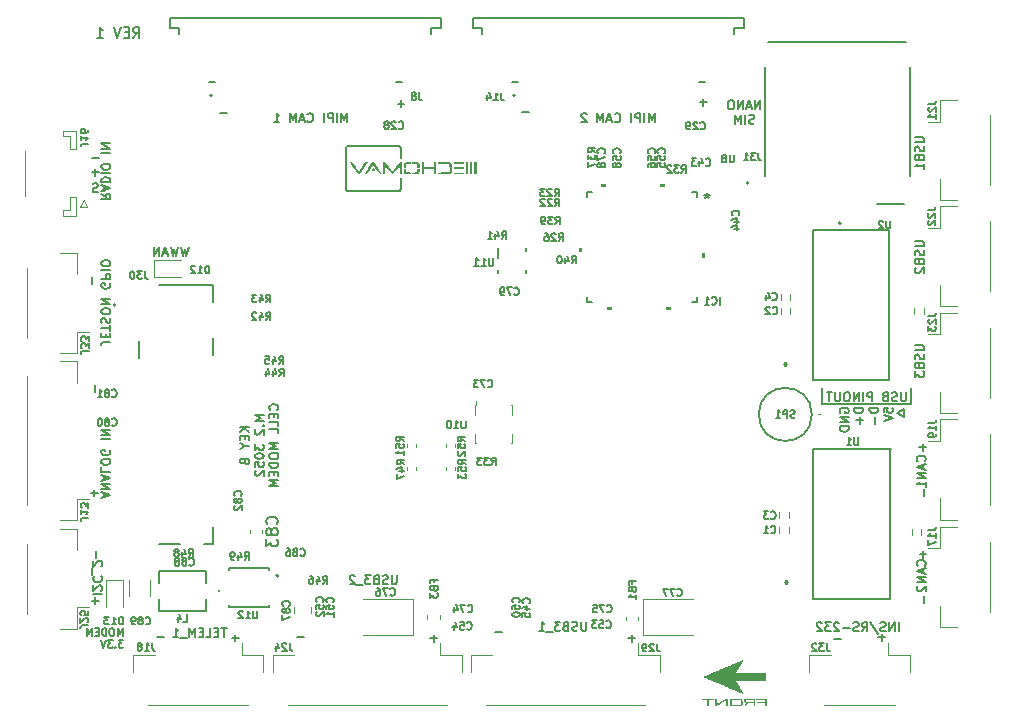
<source format=gbr>
%TF.GenerationSoftware,KiCad,Pcbnew,7.0.6-rc1-29-g152dc56df4*%
%TF.CreationDate,2023-07-03T16:00:48-04:00*%
%TF.ProjectId,pixc4-jetson-universal-carrier,70697863-342d-46a6-9574-736f6e2d756e,rev?*%
%TF.SameCoordinates,Original*%
%TF.FileFunction,Legend,Bot*%
%TF.FilePolarity,Positive*%
%FSLAX46Y46*%
G04 Gerber Fmt 4.6, Leading zero omitted, Abs format (unit mm)*
G04 Created by KiCad (PCBNEW 7.0.6-rc1-29-g152dc56df4) date 2023-07-03 16:00:48*
%MOMM*%
%LPD*%
G01*
G04 APERTURE LIST*
%ADD10C,0.152400*%
%ADD11C,0.127000*%
%ADD12C,0.279400*%
%ADD13C,0.150000*%
%ADD14C,0.120000*%
%ADD15C,0.200000*%
%ADD16C,0.100000*%
G04 APERTURE END LIST*
D10*
X133683960Y-111090800D02*
X133683960Y-109790320D01*
X126130000Y-111070480D02*
X126130000Y-109770000D01*
X126130000Y-111090800D02*
X133683960Y-111090800D01*
X133028640Y-112223640D02*
X133028640Y-111563240D01*
X133028640Y-111563240D02*
X132444440Y-111923920D01*
X132444440Y-111923920D02*
X133028640Y-112249040D01*
D11*
X85916484Y-87254311D02*
X85916484Y-86492311D01*
X85916484Y-86492311D02*
X85662484Y-87036597D01*
X85662484Y-87036597D02*
X85408484Y-86492311D01*
X85408484Y-86492311D02*
X85408484Y-87254311D01*
X85045627Y-87254311D02*
X85045627Y-86492311D01*
X84682770Y-87254311D02*
X84682770Y-86492311D01*
X84682770Y-86492311D02*
X84392484Y-86492311D01*
X84392484Y-86492311D02*
X84319913Y-86528597D01*
X84319913Y-86528597D02*
X84283627Y-86564883D01*
X84283627Y-86564883D02*
X84247341Y-86637454D01*
X84247341Y-86637454D02*
X84247341Y-86746311D01*
X84247341Y-86746311D02*
X84283627Y-86818883D01*
X84283627Y-86818883D02*
X84319913Y-86855168D01*
X84319913Y-86855168D02*
X84392484Y-86891454D01*
X84392484Y-86891454D02*
X84682770Y-86891454D01*
X83920770Y-87254311D02*
X83920770Y-86492311D01*
X82541913Y-87181740D02*
X82578199Y-87218026D01*
X82578199Y-87218026D02*
X82687056Y-87254311D01*
X82687056Y-87254311D02*
X82759628Y-87254311D01*
X82759628Y-87254311D02*
X82868485Y-87218026D01*
X82868485Y-87218026D02*
X82941056Y-87145454D01*
X82941056Y-87145454D02*
X82977342Y-87072883D01*
X82977342Y-87072883D02*
X83013628Y-86927740D01*
X83013628Y-86927740D02*
X83013628Y-86818883D01*
X83013628Y-86818883D02*
X82977342Y-86673740D01*
X82977342Y-86673740D02*
X82941056Y-86601168D01*
X82941056Y-86601168D02*
X82868485Y-86528597D01*
X82868485Y-86528597D02*
X82759628Y-86492311D01*
X82759628Y-86492311D02*
X82687056Y-86492311D01*
X82687056Y-86492311D02*
X82578199Y-86528597D01*
X82578199Y-86528597D02*
X82541913Y-86564883D01*
X82251628Y-87036597D02*
X81888771Y-87036597D01*
X82324199Y-87254311D02*
X82070199Y-86492311D01*
X82070199Y-86492311D02*
X81816199Y-87254311D01*
X81562199Y-87254311D02*
X81562199Y-86492311D01*
X81562199Y-86492311D02*
X81308199Y-87036597D01*
X81308199Y-87036597D02*
X81054199Y-86492311D01*
X81054199Y-86492311D02*
X81054199Y-87254311D01*
X79711628Y-87254311D02*
X80147057Y-87254311D01*
X79929342Y-87254311D02*
X79929342Y-86492311D01*
X79929342Y-86492311D02*
X80001914Y-86601168D01*
X80001914Y-86601168D02*
X80074485Y-86673740D01*
X80074485Y-86673740D02*
X80147057Y-86710026D01*
X65094088Y-93337742D02*
X65456945Y-93591742D01*
X65094088Y-93773171D02*
X65856088Y-93773171D01*
X65856088Y-93773171D02*
X65856088Y-93482885D01*
X65856088Y-93482885D02*
X65819802Y-93410314D01*
X65819802Y-93410314D02*
X65783516Y-93374028D01*
X65783516Y-93374028D02*
X65710945Y-93337742D01*
X65710945Y-93337742D02*
X65602088Y-93337742D01*
X65602088Y-93337742D02*
X65529516Y-93374028D01*
X65529516Y-93374028D02*
X65493231Y-93410314D01*
X65493231Y-93410314D02*
X65456945Y-93482885D01*
X65456945Y-93482885D02*
X65456945Y-93773171D01*
X65311802Y-93047457D02*
X65311802Y-92684600D01*
X65094088Y-93120028D02*
X65856088Y-92866028D01*
X65856088Y-92866028D02*
X65094088Y-92612028D01*
X65094088Y-92358028D02*
X65856088Y-92358028D01*
X65856088Y-92358028D02*
X65856088Y-92176599D01*
X65856088Y-92176599D02*
X65819802Y-92067742D01*
X65819802Y-92067742D02*
X65747231Y-91995171D01*
X65747231Y-91995171D02*
X65674659Y-91958885D01*
X65674659Y-91958885D02*
X65529516Y-91922599D01*
X65529516Y-91922599D02*
X65420659Y-91922599D01*
X65420659Y-91922599D02*
X65275516Y-91958885D01*
X65275516Y-91958885D02*
X65202945Y-91995171D01*
X65202945Y-91995171D02*
X65130374Y-92067742D01*
X65130374Y-92067742D02*
X65094088Y-92176599D01*
X65094088Y-92176599D02*
X65094088Y-92358028D01*
X65094088Y-91596028D02*
X65856088Y-91596028D01*
X65856088Y-91088028D02*
X65856088Y-90942885D01*
X65856088Y-90942885D02*
X65819802Y-90870314D01*
X65819802Y-90870314D02*
X65747231Y-90797742D01*
X65747231Y-90797742D02*
X65602088Y-90761457D01*
X65602088Y-90761457D02*
X65348088Y-90761457D01*
X65348088Y-90761457D02*
X65202945Y-90797742D01*
X65202945Y-90797742D02*
X65130374Y-90870314D01*
X65130374Y-90870314D02*
X65094088Y-90942885D01*
X65094088Y-90942885D02*
X65094088Y-91088028D01*
X65094088Y-91088028D02*
X65130374Y-91160600D01*
X65130374Y-91160600D02*
X65202945Y-91233171D01*
X65202945Y-91233171D02*
X65348088Y-91269457D01*
X65348088Y-91269457D02*
X65602088Y-91269457D01*
X65602088Y-91269457D02*
X65747231Y-91233171D01*
X65747231Y-91233171D02*
X65819802Y-91160600D01*
X65819802Y-91160600D02*
X65856088Y-91088028D01*
X65094088Y-89854314D02*
X65856088Y-89854314D01*
X65094088Y-89491457D02*
X65856088Y-89491457D01*
X65856088Y-89491457D02*
X65094088Y-89056028D01*
X65094088Y-89056028D02*
X65856088Y-89056028D01*
X64349083Y-92471974D02*
X64457941Y-92435688D01*
X64457941Y-92435688D02*
X64639369Y-92435688D01*
X64639369Y-92435688D02*
X64711941Y-92471974D01*
X64711941Y-92471974D02*
X64748226Y-92508259D01*
X64748226Y-92508259D02*
X64784512Y-92580831D01*
X64784512Y-92580831D02*
X64784512Y-92653402D01*
X64784512Y-92653402D02*
X64748226Y-92725974D01*
X64748226Y-92725974D02*
X64711941Y-92762259D01*
X64711941Y-92762259D02*
X64639369Y-92798545D01*
X64639369Y-92798545D02*
X64494226Y-92834831D01*
X64494226Y-92834831D02*
X64421655Y-92871116D01*
X64421655Y-92871116D02*
X64385369Y-92907402D01*
X64385369Y-92907402D02*
X64349083Y-92979974D01*
X64349083Y-92979974D02*
X64349083Y-93052545D01*
X64349083Y-93052545D02*
X64385369Y-93125116D01*
X64385369Y-93125116D02*
X64421655Y-93161402D01*
X64421655Y-93161402D02*
X64494226Y-93197688D01*
X64494226Y-93197688D02*
X64675655Y-93197688D01*
X64675655Y-93197688D02*
X64784512Y-93161402D01*
X134813340Y-124797286D02*
X134849626Y-124761000D01*
X134849626Y-124761000D02*
X134885911Y-124652143D01*
X134885911Y-124652143D02*
X134885911Y-124579571D01*
X134885911Y-124579571D02*
X134849626Y-124470714D01*
X134849626Y-124470714D02*
X134777054Y-124398143D01*
X134777054Y-124398143D02*
X134704483Y-124361857D01*
X134704483Y-124361857D02*
X134559340Y-124325571D01*
X134559340Y-124325571D02*
X134450483Y-124325571D01*
X134450483Y-124325571D02*
X134305340Y-124361857D01*
X134305340Y-124361857D02*
X134232768Y-124398143D01*
X134232768Y-124398143D02*
X134160197Y-124470714D01*
X134160197Y-124470714D02*
X134123911Y-124579571D01*
X134123911Y-124579571D02*
X134123911Y-124652143D01*
X134123911Y-124652143D02*
X134160197Y-124761000D01*
X134160197Y-124761000D02*
X134196483Y-124797286D01*
X134668197Y-125087571D02*
X134668197Y-125450429D01*
X134885911Y-125015000D02*
X134123911Y-125269000D01*
X134123911Y-125269000D02*
X134885911Y-125523000D01*
X134885911Y-125777000D02*
X134123911Y-125777000D01*
X134123911Y-125777000D02*
X134885911Y-126212429D01*
X134885911Y-126212429D02*
X134123911Y-126212429D01*
X134196483Y-126539000D02*
X134160197Y-126575286D01*
X134160197Y-126575286D02*
X134123911Y-126647858D01*
X134123911Y-126647858D02*
X134123911Y-126829286D01*
X134123911Y-126829286D02*
X134160197Y-126901858D01*
X134160197Y-126901858D02*
X134196483Y-126938143D01*
X134196483Y-126938143D02*
X134269054Y-126974429D01*
X134269054Y-126974429D02*
X134341626Y-126974429D01*
X134341626Y-126974429D02*
X134450483Y-126938143D01*
X134450483Y-126938143D02*
X134885911Y-126502715D01*
X134885911Y-126502715D02*
X134885911Y-126974429D01*
X64565626Y-127469714D02*
X64565626Y-128050286D01*
X64855911Y-127760000D02*
X64275340Y-127760000D01*
X75694142Y-130083911D02*
X75258714Y-130083911D01*
X75476428Y-130845911D02*
X75476428Y-130083911D01*
X75004714Y-130446768D02*
X74750714Y-130446768D01*
X74641857Y-130845911D02*
X75004714Y-130845911D01*
X75004714Y-130845911D02*
X75004714Y-130083911D01*
X75004714Y-130083911D02*
X74641857Y-130083911D01*
X73952428Y-130845911D02*
X74315285Y-130845911D01*
X74315285Y-130845911D02*
X74315285Y-130083911D01*
X73698428Y-130446768D02*
X73444428Y-130446768D01*
X73335571Y-130845911D02*
X73698428Y-130845911D01*
X73698428Y-130845911D02*
X73698428Y-130083911D01*
X73698428Y-130083911D02*
X73335571Y-130083911D01*
X73008999Y-130845911D02*
X73008999Y-130083911D01*
X73008999Y-130083911D02*
X72754999Y-130628197D01*
X72754999Y-130628197D02*
X72500999Y-130083911D01*
X72500999Y-130083911D02*
X72500999Y-130845911D01*
X72319571Y-130918483D02*
X71738999Y-130918483D01*
X71158428Y-130845911D02*
X71593857Y-130845911D01*
X71376142Y-130845911D02*
X71376142Y-130083911D01*
X71376142Y-130083911D02*
X71448714Y-130192768D01*
X71448714Y-130192768D02*
X71521285Y-130265340D01*
X71521285Y-130265340D02*
X71593857Y-130301626D01*
X64485626Y-118369714D02*
X64485626Y-118950286D01*
X64775911Y-118660000D02*
X64195340Y-118660000D01*
X133983911Y-88535571D02*
X134600768Y-88535571D01*
X134600768Y-88535571D02*
X134673340Y-88571857D01*
X134673340Y-88571857D02*
X134709626Y-88608143D01*
X134709626Y-88608143D02*
X134745911Y-88680714D01*
X134745911Y-88680714D02*
X134745911Y-88825857D01*
X134745911Y-88825857D02*
X134709626Y-88898428D01*
X134709626Y-88898428D02*
X134673340Y-88934714D01*
X134673340Y-88934714D02*
X134600768Y-88971000D01*
X134600768Y-88971000D02*
X133983911Y-88971000D01*
X134709626Y-89297571D02*
X134745911Y-89406429D01*
X134745911Y-89406429D02*
X134745911Y-89587857D01*
X134745911Y-89587857D02*
X134709626Y-89660429D01*
X134709626Y-89660429D02*
X134673340Y-89696714D01*
X134673340Y-89696714D02*
X134600768Y-89733000D01*
X134600768Y-89733000D02*
X134528197Y-89733000D01*
X134528197Y-89733000D02*
X134455626Y-89696714D01*
X134455626Y-89696714D02*
X134419340Y-89660429D01*
X134419340Y-89660429D02*
X134383054Y-89587857D01*
X134383054Y-89587857D02*
X134346768Y-89442714D01*
X134346768Y-89442714D02*
X134310483Y-89370143D01*
X134310483Y-89370143D02*
X134274197Y-89333857D01*
X134274197Y-89333857D02*
X134201626Y-89297571D01*
X134201626Y-89297571D02*
X134129054Y-89297571D01*
X134129054Y-89297571D02*
X134056483Y-89333857D01*
X134056483Y-89333857D02*
X134020197Y-89370143D01*
X134020197Y-89370143D02*
X133983911Y-89442714D01*
X133983911Y-89442714D02*
X133983911Y-89624143D01*
X133983911Y-89624143D02*
X134020197Y-89733000D01*
X134346768Y-90313571D02*
X134383054Y-90422428D01*
X134383054Y-90422428D02*
X134419340Y-90458714D01*
X134419340Y-90458714D02*
X134491911Y-90495000D01*
X134491911Y-90495000D02*
X134600768Y-90495000D01*
X134600768Y-90495000D02*
X134673340Y-90458714D01*
X134673340Y-90458714D02*
X134709626Y-90422428D01*
X134709626Y-90422428D02*
X134745911Y-90349857D01*
X134745911Y-90349857D02*
X134745911Y-90059571D01*
X134745911Y-90059571D02*
X133983911Y-90059571D01*
X133983911Y-90059571D02*
X133983911Y-90313571D01*
X133983911Y-90313571D02*
X134020197Y-90386143D01*
X134020197Y-90386143D02*
X134056483Y-90422428D01*
X134056483Y-90422428D02*
X134129054Y-90458714D01*
X134129054Y-90458714D02*
X134201626Y-90458714D01*
X134201626Y-90458714D02*
X134274197Y-90422428D01*
X134274197Y-90422428D02*
X134310483Y-90386143D01*
X134310483Y-90386143D02*
X134346768Y-90313571D01*
X134346768Y-90313571D02*
X134346768Y-90059571D01*
X134745911Y-91220714D02*
X134745911Y-90785285D01*
X134745911Y-91003000D02*
X133983911Y-91003000D01*
X133983911Y-91003000D02*
X134092768Y-90930428D01*
X134092768Y-90930428D02*
X134165340Y-90857857D01*
X134165340Y-90857857D02*
X134201626Y-90785285D01*
X133983911Y-97345571D02*
X134600768Y-97345571D01*
X134600768Y-97345571D02*
X134673340Y-97381857D01*
X134673340Y-97381857D02*
X134709626Y-97418143D01*
X134709626Y-97418143D02*
X134745911Y-97490714D01*
X134745911Y-97490714D02*
X134745911Y-97635857D01*
X134745911Y-97635857D02*
X134709626Y-97708428D01*
X134709626Y-97708428D02*
X134673340Y-97744714D01*
X134673340Y-97744714D02*
X134600768Y-97781000D01*
X134600768Y-97781000D02*
X133983911Y-97781000D01*
X134709626Y-98107571D02*
X134745911Y-98216429D01*
X134745911Y-98216429D02*
X134745911Y-98397857D01*
X134745911Y-98397857D02*
X134709626Y-98470429D01*
X134709626Y-98470429D02*
X134673340Y-98506714D01*
X134673340Y-98506714D02*
X134600768Y-98543000D01*
X134600768Y-98543000D02*
X134528197Y-98543000D01*
X134528197Y-98543000D02*
X134455626Y-98506714D01*
X134455626Y-98506714D02*
X134419340Y-98470429D01*
X134419340Y-98470429D02*
X134383054Y-98397857D01*
X134383054Y-98397857D02*
X134346768Y-98252714D01*
X134346768Y-98252714D02*
X134310483Y-98180143D01*
X134310483Y-98180143D02*
X134274197Y-98143857D01*
X134274197Y-98143857D02*
X134201626Y-98107571D01*
X134201626Y-98107571D02*
X134129054Y-98107571D01*
X134129054Y-98107571D02*
X134056483Y-98143857D01*
X134056483Y-98143857D02*
X134020197Y-98180143D01*
X134020197Y-98180143D02*
X133983911Y-98252714D01*
X133983911Y-98252714D02*
X133983911Y-98434143D01*
X133983911Y-98434143D02*
X134020197Y-98543000D01*
X134346768Y-99123571D02*
X134383054Y-99232428D01*
X134383054Y-99232428D02*
X134419340Y-99268714D01*
X134419340Y-99268714D02*
X134491911Y-99305000D01*
X134491911Y-99305000D02*
X134600768Y-99305000D01*
X134600768Y-99305000D02*
X134673340Y-99268714D01*
X134673340Y-99268714D02*
X134709626Y-99232428D01*
X134709626Y-99232428D02*
X134745911Y-99159857D01*
X134745911Y-99159857D02*
X134745911Y-98869571D01*
X134745911Y-98869571D02*
X133983911Y-98869571D01*
X133983911Y-98869571D02*
X133983911Y-99123571D01*
X133983911Y-99123571D02*
X134020197Y-99196143D01*
X134020197Y-99196143D02*
X134056483Y-99232428D01*
X134056483Y-99232428D02*
X134129054Y-99268714D01*
X134129054Y-99268714D02*
X134201626Y-99268714D01*
X134201626Y-99268714D02*
X134274197Y-99232428D01*
X134274197Y-99232428D02*
X134310483Y-99196143D01*
X134310483Y-99196143D02*
X134346768Y-99123571D01*
X134346768Y-99123571D02*
X134346768Y-98869571D01*
X134056483Y-99595285D02*
X134020197Y-99631571D01*
X134020197Y-99631571D02*
X133983911Y-99704143D01*
X133983911Y-99704143D02*
X133983911Y-99885571D01*
X133983911Y-99885571D02*
X134020197Y-99958143D01*
X134020197Y-99958143D02*
X134056483Y-99994428D01*
X134056483Y-99994428D02*
X134129054Y-100030714D01*
X134129054Y-100030714D02*
X134201626Y-100030714D01*
X134201626Y-100030714D02*
X134310483Y-99994428D01*
X134310483Y-99994428D02*
X134745911Y-99559000D01*
X134745911Y-99559000D02*
X134745911Y-100030714D01*
X129579791Y-111456560D02*
X128817791Y-111456560D01*
X128817791Y-111456560D02*
X128817791Y-111637989D01*
X128817791Y-111637989D02*
X128854077Y-111746846D01*
X128854077Y-111746846D02*
X128926648Y-111819417D01*
X128926648Y-111819417D02*
X128999220Y-111855703D01*
X128999220Y-111855703D02*
X129144363Y-111891989D01*
X129144363Y-111891989D02*
X129253220Y-111891989D01*
X129253220Y-111891989D02*
X129398363Y-111855703D01*
X129398363Y-111855703D02*
X129470934Y-111819417D01*
X129470934Y-111819417D02*
X129543506Y-111746846D01*
X129543506Y-111746846D02*
X129579791Y-111637989D01*
X129579791Y-111637989D02*
X129579791Y-111456560D01*
X129289506Y-112218560D02*
X129289506Y-112799132D01*
X129579791Y-112508846D02*
X128999220Y-112508846D01*
X127645037Y-111855702D02*
X127608751Y-111783131D01*
X127608751Y-111783131D02*
X127608751Y-111674273D01*
X127608751Y-111674273D02*
X127645037Y-111565416D01*
X127645037Y-111565416D02*
X127717608Y-111492845D01*
X127717608Y-111492845D02*
X127790180Y-111456559D01*
X127790180Y-111456559D02*
X127935323Y-111420273D01*
X127935323Y-111420273D02*
X128044180Y-111420273D01*
X128044180Y-111420273D02*
X128189323Y-111456559D01*
X128189323Y-111456559D02*
X128261894Y-111492845D01*
X128261894Y-111492845D02*
X128334466Y-111565416D01*
X128334466Y-111565416D02*
X128370751Y-111674273D01*
X128370751Y-111674273D02*
X128370751Y-111746845D01*
X128370751Y-111746845D02*
X128334466Y-111855702D01*
X128334466Y-111855702D02*
X128298180Y-111891988D01*
X128298180Y-111891988D02*
X128044180Y-111891988D01*
X128044180Y-111891988D02*
X128044180Y-111746845D01*
X128370751Y-112218559D02*
X127608751Y-112218559D01*
X127608751Y-112218559D02*
X128370751Y-112653988D01*
X128370751Y-112653988D02*
X127608751Y-112653988D01*
X128370751Y-113016845D02*
X127608751Y-113016845D01*
X127608751Y-113016845D02*
X127608751Y-113198274D01*
X127608751Y-113198274D02*
X127645037Y-113307131D01*
X127645037Y-113307131D02*
X127717608Y-113379702D01*
X127717608Y-113379702D02*
X127790180Y-113415988D01*
X127790180Y-113415988D02*
X127935323Y-113452274D01*
X127935323Y-113452274D02*
X128044180Y-113452274D01*
X128044180Y-113452274D02*
X128189323Y-113415988D01*
X128189323Y-113415988D02*
X128261894Y-113379702D01*
X128261894Y-113379702D02*
X128334466Y-113307131D01*
X128334466Y-113307131D02*
X128370751Y-113198274D01*
X128370751Y-113198274D02*
X128370751Y-113016845D01*
X133226759Y-110110831D02*
X133226759Y-110727688D01*
X133226759Y-110727688D02*
X133190473Y-110800260D01*
X133190473Y-110800260D02*
X133154188Y-110836546D01*
X133154188Y-110836546D02*
X133081616Y-110872831D01*
X133081616Y-110872831D02*
X132936473Y-110872831D01*
X132936473Y-110872831D02*
X132863902Y-110836546D01*
X132863902Y-110836546D02*
X132827616Y-110800260D01*
X132827616Y-110800260D02*
X132791330Y-110727688D01*
X132791330Y-110727688D02*
X132791330Y-110110831D01*
X132464759Y-110836546D02*
X132355902Y-110872831D01*
X132355902Y-110872831D02*
X132174473Y-110872831D01*
X132174473Y-110872831D02*
X132101902Y-110836546D01*
X132101902Y-110836546D02*
X132065616Y-110800260D01*
X132065616Y-110800260D02*
X132029330Y-110727688D01*
X132029330Y-110727688D02*
X132029330Y-110655117D01*
X132029330Y-110655117D02*
X132065616Y-110582546D01*
X132065616Y-110582546D02*
X132101902Y-110546260D01*
X132101902Y-110546260D02*
X132174473Y-110509974D01*
X132174473Y-110509974D02*
X132319616Y-110473688D01*
X132319616Y-110473688D02*
X132392187Y-110437403D01*
X132392187Y-110437403D02*
X132428473Y-110401117D01*
X132428473Y-110401117D02*
X132464759Y-110328546D01*
X132464759Y-110328546D02*
X132464759Y-110255974D01*
X132464759Y-110255974D02*
X132428473Y-110183403D01*
X132428473Y-110183403D02*
X132392187Y-110147117D01*
X132392187Y-110147117D02*
X132319616Y-110110831D01*
X132319616Y-110110831D02*
X132138187Y-110110831D01*
X132138187Y-110110831D02*
X132029330Y-110147117D01*
X131448759Y-110473688D02*
X131339902Y-110509974D01*
X131339902Y-110509974D02*
X131303616Y-110546260D01*
X131303616Y-110546260D02*
X131267330Y-110618831D01*
X131267330Y-110618831D02*
X131267330Y-110727688D01*
X131267330Y-110727688D02*
X131303616Y-110800260D01*
X131303616Y-110800260D02*
X131339902Y-110836546D01*
X131339902Y-110836546D02*
X131412473Y-110872831D01*
X131412473Y-110872831D02*
X131702759Y-110872831D01*
X131702759Y-110872831D02*
X131702759Y-110110831D01*
X131702759Y-110110831D02*
X131448759Y-110110831D01*
X131448759Y-110110831D02*
X131376188Y-110147117D01*
X131376188Y-110147117D02*
X131339902Y-110183403D01*
X131339902Y-110183403D02*
X131303616Y-110255974D01*
X131303616Y-110255974D02*
X131303616Y-110328546D01*
X131303616Y-110328546D02*
X131339902Y-110401117D01*
X131339902Y-110401117D02*
X131376188Y-110437403D01*
X131376188Y-110437403D02*
X131448759Y-110473688D01*
X131448759Y-110473688D02*
X131702759Y-110473688D01*
X130360188Y-110872831D02*
X130360188Y-110110831D01*
X130360188Y-110110831D02*
X130069902Y-110110831D01*
X130069902Y-110110831D02*
X129997331Y-110147117D01*
X129997331Y-110147117D02*
X129961045Y-110183403D01*
X129961045Y-110183403D02*
X129924759Y-110255974D01*
X129924759Y-110255974D02*
X129924759Y-110364831D01*
X129924759Y-110364831D02*
X129961045Y-110437403D01*
X129961045Y-110437403D02*
X129997331Y-110473688D01*
X129997331Y-110473688D02*
X130069902Y-110509974D01*
X130069902Y-110509974D02*
X130360188Y-110509974D01*
X129598188Y-110872831D02*
X129598188Y-110110831D01*
X129235331Y-110872831D02*
X129235331Y-110110831D01*
X129235331Y-110110831D02*
X128799902Y-110872831D01*
X128799902Y-110872831D02*
X128799902Y-110110831D01*
X128291902Y-110110831D02*
X128146759Y-110110831D01*
X128146759Y-110110831D02*
X128074188Y-110147117D01*
X128074188Y-110147117D02*
X128001616Y-110219688D01*
X128001616Y-110219688D02*
X127965331Y-110364831D01*
X127965331Y-110364831D02*
X127965331Y-110618831D01*
X127965331Y-110618831D02*
X128001616Y-110763974D01*
X128001616Y-110763974D02*
X128074188Y-110836546D01*
X128074188Y-110836546D02*
X128146759Y-110872831D01*
X128146759Y-110872831D02*
X128291902Y-110872831D01*
X128291902Y-110872831D02*
X128364474Y-110836546D01*
X128364474Y-110836546D02*
X128437045Y-110763974D01*
X128437045Y-110763974D02*
X128473331Y-110618831D01*
X128473331Y-110618831D02*
X128473331Y-110364831D01*
X128473331Y-110364831D02*
X128437045Y-110219688D01*
X128437045Y-110219688D02*
X128364474Y-110147117D01*
X128364474Y-110147117D02*
X128291902Y-110110831D01*
X127638759Y-110110831D02*
X127638759Y-110727688D01*
X127638759Y-110727688D02*
X127602473Y-110800260D01*
X127602473Y-110800260D02*
X127566188Y-110836546D01*
X127566188Y-110836546D02*
X127493616Y-110872831D01*
X127493616Y-110872831D02*
X127348473Y-110872831D01*
X127348473Y-110872831D02*
X127275902Y-110836546D01*
X127275902Y-110836546D02*
X127239616Y-110800260D01*
X127239616Y-110800260D02*
X127203330Y-110727688D01*
X127203330Y-110727688D02*
X127203330Y-110110831D01*
X126949330Y-110110831D02*
X126513902Y-110110831D01*
X126731616Y-110872831D02*
X126731616Y-110110831D01*
X130870111Y-111456560D02*
X130108111Y-111456560D01*
X130108111Y-111456560D02*
X130108111Y-111637989D01*
X130108111Y-111637989D02*
X130144397Y-111746846D01*
X130144397Y-111746846D02*
X130216968Y-111819417D01*
X130216968Y-111819417D02*
X130289540Y-111855703D01*
X130289540Y-111855703D02*
X130434683Y-111891989D01*
X130434683Y-111891989D02*
X130543540Y-111891989D01*
X130543540Y-111891989D02*
X130688683Y-111855703D01*
X130688683Y-111855703D02*
X130761254Y-111819417D01*
X130761254Y-111819417D02*
X130833826Y-111746846D01*
X130833826Y-111746846D02*
X130870111Y-111637989D01*
X130870111Y-111637989D02*
X130870111Y-111456560D01*
X130579826Y-112218560D02*
X130579826Y-112799132D01*
X131317151Y-111819417D02*
X131317151Y-111456560D01*
X131317151Y-111456560D02*
X131680008Y-111420274D01*
X131680008Y-111420274D02*
X131643723Y-111456560D01*
X131643723Y-111456560D02*
X131607437Y-111529132D01*
X131607437Y-111529132D02*
X131607437Y-111710560D01*
X131607437Y-111710560D02*
X131643723Y-111783132D01*
X131643723Y-111783132D02*
X131680008Y-111819417D01*
X131680008Y-111819417D02*
X131752580Y-111855703D01*
X131752580Y-111855703D02*
X131934008Y-111855703D01*
X131934008Y-111855703D02*
X132006580Y-111819417D01*
X132006580Y-111819417D02*
X132042866Y-111783132D01*
X132042866Y-111783132D02*
X132079151Y-111710560D01*
X132079151Y-111710560D02*
X132079151Y-111529132D01*
X132079151Y-111529132D02*
X132042866Y-111456560D01*
X132042866Y-111456560D02*
X132006580Y-111420274D01*
X131317151Y-112073417D02*
X132079151Y-112327417D01*
X132079151Y-112327417D02*
X131317151Y-112581417D01*
X90107570Y-125603911D02*
X90107570Y-126220768D01*
X90107570Y-126220768D02*
X90071284Y-126293340D01*
X90071284Y-126293340D02*
X90034999Y-126329626D01*
X90034999Y-126329626D02*
X89962427Y-126365911D01*
X89962427Y-126365911D02*
X89817284Y-126365911D01*
X89817284Y-126365911D02*
X89744713Y-126329626D01*
X89744713Y-126329626D02*
X89708427Y-126293340D01*
X89708427Y-126293340D02*
X89672141Y-126220768D01*
X89672141Y-126220768D02*
X89672141Y-125603911D01*
X89345570Y-126329626D02*
X89236713Y-126365911D01*
X89236713Y-126365911D02*
X89055284Y-126365911D01*
X89055284Y-126365911D02*
X88982713Y-126329626D01*
X88982713Y-126329626D02*
X88946427Y-126293340D01*
X88946427Y-126293340D02*
X88910141Y-126220768D01*
X88910141Y-126220768D02*
X88910141Y-126148197D01*
X88910141Y-126148197D02*
X88946427Y-126075626D01*
X88946427Y-126075626D02*
X88982713Y-126039340D01*
X88982713Y-126039340D02*
X89055284Y-126003054D01*
X89055284Y-126003054D02*
X89200427Y-125966768D01*
X89200427Y-125966768D02*
X89272998Y-125930483D01*
X89272998Y-125930483D02*
X89309284Y-125894197D01*
X89309284Y-125894197D02*
X89345570Y-125821626D01*
X89345570Y-125821626D02*
X89345570Y-125749054D01*
X89345570Y-125749054D02*
X89309284Y-125676483D01*
X89309284Y-125676483D02*
X89272998Y-125640197D01*
X89272998Y-125640197D02*
X89200427Y-125603911D01*
X89200427Y-125603911D02*
X89018998Y-125603911D01*
X89018998Y-125603911D02*
X88910141Y-125640197D01*
X88329570Y-125966768D02*
X88220713Y-126003054D01*
X88220713Y-126003054D02*
X88184427Y-126039340D01*
X88184427Y-126039340D02*
X88148141Y-126111911D01*
X88148141Y-126111911D02*
X88148141Y-126220768D01*
X88148141Y-126220768D02*
X88184427Y-126293340D01*
X88184427Y-126293340D02*
X88220713Y-126329626D01*
X88220713Y-126329626D02*
X88293284Y-126365911D01*
X88293284Y-126365911D02*
X88583570Y-126365911D01*
X88583570Y-126365911D02*
X88583570Y-125603911D01*
X88583570Y-125603911D02*
X88329570Y-125603911D01*
X88329570Y-125603911D02*
X88256999Y-125640197D01*
X88256999Y-125640197D02*
X88220713Y-125676483D01*
X88220713Y-125676483D02*
X88184427Y-125749054D01*
X88184427Y-125749054D02*
X88184427Y-125821626D01*
X88184427Y-125821626D02*
X88220713Y-125894197D01*
X88220713Y-125894197D02*
X88256999Y-125930483D01*
X88256999Y-125930483D02*
X88329570Y-125966768D01*
X88329570Y-125966768D02*
X88583570Y-125966768D01*
X87894141Y-125603911D02*
X87422427Y-125603911D01*
X87422427Y-125603911D02*
X87676427Y-125894197D01*
X87676427Y-125894197D02*
X87567570Y-125894197D01*
X87567570Y-125894197D02*
X87494999Y-125930483D01*
X87494999Y-125930483D02*
X87458713Y-125966768D01*
X87458713Y-125966768D02*
X87422427Y-126039340D01*
X87422427Y-126039340D02*
X87422427Y-126220768D01*
X87422427Y-126220768D02*
X87458713Y-126293340D01*
X87458713Y-126293340D02*
X87494999Y-126329626D01*
X87494999Y-126329626D02*
X87567570Y-126365911D01*
X87567570Y-126365911D02*
X87785284Y-126365911D01*
X87785284Y-126365911D02*
X87857856Y-126329626D01*
X87857856Y-126329626D02*
X87894141Y-126293340D01*
X87277285Y-126438483D02*
X86696713Y-126438483D01*
X86551571Y-125676483D02*
X86515285Y-125640197D01*
X86515285Y-125640197D02*
X86442714Y-125603911D01*
X86442714Y-125603911D02*
X86261285Y-125603911D01*
X86261285Y-125603911D02*
X86188714Y-125640197D01*
X86188714Y-125640197D02*
X86152428Y-125676483D01*
X86152428Y-125676483D02*
X86116142Y-125749054D01*
X86116142Y-125749054D02*
X86116142Y-125821626D01*
X86116142Y-125821626D02*
X86152428Y-125930483D01*
X86152428Y-125930483D02*
X86587856Y-126365911D01*
X86587856Y-126365911D02*
X86116142Y-126365911D01*
X72477713Y-97793911D02*
X72296285Y-98555911D01*
X72296285Y-98555911D02*
X72151142Y-98011626D01*
X72151142Y-98011626D02*
X72005999Y-98555911D01*
X72005999Y-98555911D02*
X71824571Y-97793911D01*
X71606856Y-97793911D02*
X71425428Y-98555911D01*
X71425428Y-98555911D02*
X71280285Y-98011626D01*
X71280285Y-98011626D02*
X71135142Y-98555911D01*
X71135142Y-98555911D02*
X70953714Y-97793911D01*
X70699714Y-98338197D02*
X70336857Y-98338197D01*
X70772285Y-98555911D02*
X70518285Y-97793911D01*
X70518285Y-97793911D02*
X70264285Y-98555911D01*
X70010285Y-98555911D02*
X70010285Y-97793911D01*
X70010285Y-97793911D02*
X69574856Y-98555911D01*
X69574856Y-98555911D02*
X69574856Y-97793911D01*
X64404088Y-127236999D02*
X65166088Y-127236999D01*
X65093516Y-126910428D02*
X65129802Y-126874142D01*
X65129802Y-126874142D02*
X65166088Y-126801571D01*
X65166088Y-126801571D02*
X65166088Y-126620142D01*
X65166088Y-126620142D02*
X65129802Y-126547571D01*
X65129802Y-126547571D02*
X65093516Y-126511285D01*
X65093516Y-126511285D02*
X65020945Y-126474999D01*
X65020945Y-126474999D02*
X64948374Y-126474999D01*
X64948374Y-126474999D02*
X64839516Y-126511285D01*
X64839516Y-126511285D02*
X64404088Y-126946713D01*
X64404088Y-126946713D02*
X64404088Y-126474999D01*
X64476659Y-125712999D02*
X64440374Y-125749285D01*
X64440374Y-125749285D02*
X64404088Y-125858142D01*
X64404088Y-125858142D02*
X64404088Y-125930714D01*
X64404088Y-125930714D02*
X64440374Y-126039571D01*
X64440374Y-126039571D02*
X64512945Y-126112142D01*
X64512945Y-126112142D02*
X64585516Y-126148428D01*
X64585516Y-126148428D02*
X64730659Y-126184714D01*
X64730659Y-126184714D02*
X64839516Y-126184714D01*
X64839516Y-126184714D02*
X64984659Y-126148428D01*
X64984659Y-126148428D02*
X65057231Y-126112142D01*
X65057231Y-126112142D02*
X65129802Y-126039571D01*
X65129802Y-126039571D02*
X65166088Y-125930714D01*
X65166088Y-125930714D02*
X65166088Y-125858142D01*
X65166088Y-125858142D02*
X65129802Y-125749285D01*
X65129802Y-125749285D02*
X65093516Y-125712999D01*
X64331516Y-125567857D02*
X64331516Y-124987285D01*
X65093516Y-124842143D02*
X65129802Y-124805857D01*
X65129802Y-124805857D02*
X65166088Y-124733286D01*
X65166088Y-124733286D02*
X65166088Y-124551857D01*
X65166088Y-124551857D02*
X65129802Y-124479286D01*
X65129802Y-124479286D02*
X65093516Y-124443000D01*
X65093516Y-124443000D02*
X65020945Y-124406714D01*
X65020945Y-124406714D02*
X64948374Y-124406714D01*
X64948374Y-124406714D02*
X64839516Y-124443000D01*
X64839516Y-124443000D02*
X64404088Y-124878428D01*
X64404088Y-124878428D02*
X64404088Y-124406714D01*
X134813340Y-115957286D02*
X134849626Y-115921000D01*
X134849626Y-115921000D02*
X134885911Y-115812143D01*
X134885911Y-115812143D02*
X134885911Y-115739571D01*
X134885911Y-115739571D02*
X134849626Y-115630714D01*
X134849626Y-115630714D02*
X134777054Y-115558143D01*
X134777054Y-115558143D02*
X134704483Y-115521857D01*
X134704483Y-115521857D02*
X134559340Y-115485571D01*
X134559340Y-115485571D02*
X134450483Y-115485571D01*
X134450483Y-115485571D02*
X134305340Y-115521857D01*
X134305340Y-115521857D02*
X134232768Y-115558143D01*
X134232768Y-115558143D02*
X134160197Y-115630714D01*
X134160197Y-115630714D02*
X134123911Y-115739571D01*
X134123911Y-115739571D02*
X134123911Y-115812143D01*
X134123911Y-115812143D02*
X134160197Y-115921000D01*
X134160197Y-115921000D02*
X134196483Y-115957286D01*
X134668197Y-116247571D02*
X134668197Y-116610429D01*
X134885911Y-116175000D02*
X134123911Y-116429000D01*
X134123911Y-116429000D02*
X134885911Y-116683000D01*
X134885911Y-116937000D02*
X134123911Y-116937000D01*
X134123911Y-116937000D02*
X134885911Y-117372429D01*
X134885911Y-117372429D02*
X134123911Y-117372429D01*
X134885911Y-118134429D02*
X134885911Y-117699000D01*
X134885911Y-117916715D02*
X134123911Y-117916715D01*
X134123911Y-117916715D02*
X134232768Y-117844143D01*
X134232768Y-117844143D02*
X134305340Y-117771572D01*
X134305340Y-117771572D02*
X134341626Y-117699000D01*
X120872571Y-86162501D02*
X120872571Y-85400501D01*
X120872571Y-85400501D02*
X120437142Y-86162501D01*
X120437142Y-86162501D02*
X120437142Y-85400501D01*
X120110571Y-85944787D02*
X119747714Y-85944787D01*
X120183142Y-86162501D02*
X119929142Y-85400501D01*
X119929142Y-85400501D02*
X119675142Y-86162501D01*
X119421142Y-86162501D02*
X119421142Y-85400501D01*
X119421142Y-85400501D02*
X118985713Y-86162501D01*
X118985713Y-86162501D02*
X118985713Y-85400501D01*
X118477713Y-85400501D02*
X118332570Y-85400501D01*
X118332570Y-85400501D02*
X118259999Y-85436787D01*
X118259999Y-85436787D02*
X118187427Y-85509358D01*
X118187427Y-85509358D02*
X118151142Y-85654501D01*
X118151142Y-85654501D02*
X118151142Y-85908501D01*
X118151142Y-85908501D02*
X118187427Y-86053644D01*
X118187427Y-86053644D02*
X118259999Y-86126216D01*
X118259999Y-86126216D02*
X118332570Y-86162501D01*
X118332570Y-86162501D02*
X118477713Y-86162501D01*
X118477713Y-86162501D02*
X118550285Y-86126216D01*
X118550285Y-86126216D02*
X118622856Y-86053644D01*
X118622856Y-86053644D02*
X118659142Y-85908501D01*
X118659142Y-85908501D02*
X118659142Y-85654501D01*
X118659142Y-85654501D02*
X118622856Y-85509358D01*
X118622856Y-85509358D02*
X118550285Y-85436787D01*
X118550285Y-85436787D02*
X118477713Y-85400501D01*
X120364571Y-87353036D02*
X120255714Y-87389321D01*
X120255714Y-87389321D02*
X120074285Y-87389321D01*
X120074285Y-87389321D02*
X120001714Y-87353036D01*
X120001714Y-87353036D02*
X119965428Y-87316750D01*
X119965428Y-87316750D02*
X119929142Y-87244178D01*
X119929142Y-87244178D02*
X119929142Y-87171607D01*
X119929142Y-87171607D02*
X119965428Y-87099036D01*
X119965428Y-87099036D02*
X120001714Y-87062750D01*
X120001714Y-87062750D02*
X120074285Y-87026464D01*
X120074285Y-87026464D02*
X120219428Y-86990178D01*
X120219428Y-86990178D02*
X120291999Y-86953893D01*
X120291999Y-86953893D02*
X120328285Y-86917607D01*
X120328285Y-86917607D02*
X120364571Y-86845036D01*
X120364571Y-86845036D02*
X120364571Y-86772464D01*
X120364571Y-86772464D02*
X120328285Y-86699893D01*
X120328285Y-86699893D02*
X120291999Y-86663607D01*
X120291999Y-86663607D02*
X120219428Y-86627321D01*
X120219428Y-86627321D02*
X120037999Y-86627321D01*
X120037999Y-86627321D02*
X119929142Y-86663607D01*
X119602571Y-87389321D02*
X119602571Y-86627321D01*
X119239714Y-87389321D02*
X119239714Y-86627321D01*
X119239714Y-86627321D02*
X118985714Y-87171607D01*
X118985714Y-87171607D02*
X118731714Y-86627321D01*
X118731714Y-86627321D02*
X118731714Y-87389321D01*
X65856088Y-105850142D02*
X65311802Y-105850142D01*
X65311802Y-105850142D02*
X65202945Y-105886427D01*
X65202945Y-105886427D02*
X65130374Y-105958999D01*
X65130374Y-105958999D02*
X65094088Y-106067856D01*
X65094088Y-106067856D02*
X65094088Y-106140427D01*
X65493231Y-105487285D02*
X65493231Y-105233285D01*
X65094088Y-105124428D02*
X65094088Y-105487285D01*
X65094088Y-105487285D02*
X65856088Y-105487285D01*
X65856088Y-105487285D02*
X65856088Y-105124428D01*
X65856088Y-104906713D02*
X65856088Y-104471285D01*
X65094088Y-104688999D02*
X65856088Y-104688999D01*
X65130374Y-104253571D02*
X65094088Y-104144714D01*
X65094088Y-104144714D02*
X65094088Y-103963285D01*
X65094088Y-103963285D02*
X65130374Y-103890714D01*
X65130374Y-103890714D02*
X65166659Y-103854428D01*
X65166659Y-103854428D02*
X65239231Y-103818142D01*
X65239231Y-103818142D02*
X65311802Y-103818142D01*
X65311802Y-103818142D02*
X65384374Y-103854428D01*
X65384374Y-103854428D02*
X65420659Y-103890714D01*
X65420659Y-103890714D02*
X65456945Y-103963285D01*
X65456945Y-103963285D02*
X65493231Y-104108428D01*
X65493231Y-104108428D02*
X65529516Y-104180999D01*
X65529516Y-104180999D02*
X65565802Y-104217285D01*
X65565802Y-104217285D02*
X65638374Y-104253571D01*
X65638374Y-104253571D02*
X65710945Y-104253571D01*
X65710945Y-104253571D02*
X65783516Y-104217285D01*
X65783516Y-104217285D02*
X65819802Y-104180999D01*
X65819802Y-104180999D02*
X65856088Y-104108428D01*
X65856088Y-104108428D02*
X65856088Y-103926999D01*
X65856088Y-103926999D02*
X65819802Y-103818142D01*
X65856088Y-103346428D02*
X65856088Y-103201285D01*
X65856088Y-103201285D02*
X65819802Y-103128714D01*
X65819802Y-103128714D02*
X65747231Y-103056142D01*
X65747231Y-103056142D02*
X65602088Y-103019857D01*
X65602088Y-103019857D02*
X65348088Y-103019857D01*
X65348088Y-103019857D02*
X65202945Y-103056142D01*
X65202945Y-103056142D02*
X65130374Y-103128714D01*
X65130374Y-103128714D02*
X65094088Y-103201285D01*
X65094088Y-103201285D02*
X65094088Y-103346428D01*
X65094088Y-103346428D02*
X65130374Y-103419000D01*
X65130374Y-103419000D02*
X65202945Y-103491571D01*
X65202945Y-103491571D02*
X65348088Y-103527857D01*
X65348088Y-103527857D02*
X65602088Y-103527857D01*
X65602088Y-103527857D02*
X65747231Y-103491571D01*
X65747231Y-103491571D02*
X65819802Y-103419000D01*
X65819802Y-103419000D02*
X65856088Y-103346428D01*
X65094088Y-102693285D02*
X65856088Y-102693285D01*
X65856088Y-102693285D02*
X65094088Y-102257856D01*
X65094088Y-102257856D02*
X65856088Y-102257856D01*
X65819802Y-100915285D02*
X65856088Y-100987857D01*
X65856088Y-100987857D02*
X65856088Y-101096714D01*
X65856088Y-101096714D02*
X65819802Y-101205571D01*
X65819802Y-101205571D02*
X65747231Y-101278142D01*
X65747231Y-101278142D02*
X65674659Y-101314428D01*
X65674659Y-101314428D02*
X65529516Y-101350714D01*
X65529516Y-101350714D02*
X65420659Y-101350714D01*
X65420659Y-101350714D02*
X65275516Y-101314428D01*
X65275516Y-101314428D02*
X65202945Y-101278142D01*
X65202945Y-101278142D02*
X65130374Y-101205571D01*
X65130374Y-101205571D02*
X65094088Y-101096714D01*
X65094088Y-101096714D02*
X65094088Y-101024142D01*
X65094088Y-101024142D02*
X65130374Y-100915285D01*
X65130374Y-100915285D02*
X65166659Y-100878999D01*
X65166659Y-100878999D02*
X65420659Y-100878999D01*
X65420659Y-100878999D02*
X65420659Y-101024142D01*
X65094088Y-100552428D02*
X65856088Y-100552428D01*
X65856088Y-100552428D02*
X65856088Y-100262142D01*
X65856088Y-100262142D02*
X65819802Y-100189571D01*
X65819802Y-100189571D02*
X65783516Y-100153285D01*
X65783516Y-100153285D02*
X65710945Y-100116999D01*
X65710945Y-100116999D02*
X65602088Y-100116999D01*
X65602088Y-100116999D02*
X65529516Y-100153285D01*
X65529516Y-100153285D02*
X65493231Y-100189571D01*
X65493231Y-100189571D02*
X65456945Y-100262142D01*
X65456945Y-100262142D02*
X65456945Y-100552428D01*
X65094088Y-99790428D02*
X65856088Y-99790428D01*
X65856088Y-99282428D02*
X65856088Y-99137285D01*
X65856088Y-99137285D02*
X65819802Y-99064714D01*
X65819802Y-99064714D02*
X65747231Y-98992142D01*
X65747231Y-98992142D02*
X65602088Y-98955857D01*
X65602088Y-98955857D02*
X65348088Y-98955857D01*
X65348088Y-98955857D02*
X65202945Y-98992142D01*
X65202945Y-98992142D02*
X65130374Y-99064714D01*
X65130374Y-99064714D02*
X65094088Y-99137285D01*
X65094088Y-99137285D02*
X65094088Y-99282428D01*
X65094088Y-99282428D02*
X65130374Y-99355000D01*
X65130374Y-99355000D02*
X65202945Y-99427571D01*
X65202945Y-99427571D02*
X65348088Y-99463857D01*
X65348088Y-99463857D02*
X65602088Y-99463857D01*
X65602088Y-99463857D02*
X65747231Y-99427571D01*
X65747231Y-99427571D02*
X65819802Y-99355000D01*
X65819802Y-99355000D02*
X65856088Y-99282428D01*
X134635626Y-114479714D02*
X134635626Y-115060286D01*
X134925911Y-114770000D02*
X134345340Y-114770000D01*
X75111914Y-86442774D02*
X75692486Y-86442774D01*
X64285626Y-100379714D02*
X64285626Y-100960286D01*
X131165626Y-130589714D02*
X131165626Y-131170286D01*
X131455911Y-130880000D02*
X130875340Y-130880000D01*
D12*
X122992375Y-107643269D02*
X122895613Y-107740031D01*
X122895613Y-107740031D02*
X122992375Y-107836792D01*
X122992375Y-107836792D02*
X123089137Y-107740031D01*
X123089137Y-107740031D02*
X122992375Y-107643269D01*
X122992375Y-107643269D02*
X122992375Y-107836792D01*
D11*
X106167570Y-129563911D02*
X106167570Y-130180768D01*
X106167570Y-130180768D02*
X106131284Y-130253340D01*
X106131284Y-130253340D02*
X106094999Y-130289626D01*
X106094999Y-130289626D02*
X106022427Y-130325911D01*
X106022427Y-130325911D02*
X105877284Y-130325911D01*
X105877284Y-130325911D02*
X105804713Y-130289626D01*
X105804713Y-130289626D02*
X105768427Y-130253340D01*
X105768427Y-130253340D02*
X105732141Y-130180768D01*
X105732141Y-130180768D02*
X105732141Y-129563911D01*
X105405570Y-130289626D02*
X105296713Y-130325911D01*
X105296713Y-130325911D02*
X105115284Y-130325911D01*
X105115284Y-130325911D02*
X105042713Y-130289626D01*
X105042713Y-130289626D02*
X105006427Y-130253340D01*
X105006427Y-130253340D02*
X104970141Y-130180768D01*
X104970141Y-130180768D02*
X104970141Y-130108197D01*
X104970141Y-130108197D02*
X105006427Y-130035626D01*
X105006427Y-130035626D02*
X105042713Y-129999340D01*
X105042713Y-129999340D02*
X105115284Y-129963054D01*
X105115284Y-129963054D02*
X105260427Y-129926768D01*
X105260427Y-129926768D02*
X105332998Y-129890483D01*
X105332998Y-129890483D02*
X105369284Y-129854197D01*
X105369284Y-129854197D02*
X105405570Y-129781626D01*
X105405570Y-129781626D02*
X105405570Y-129709054D01*
X105405570Y-129709054D02*
X105369284Y-129636483D01*
X105369284Y-129636483D02*
X105332998Y-129600197D01*
X105332998Y-129600197D02*
X105260427Y-129563911D01*
X105260427Y-129563911D02*
X105078998Y-129563911D01*
X105078998Y-129563911D02*
X104970141Y-129600197D01*
X104389570Y-129926768D02*
X104280713Y-129963054D01*
X104280713Y-129963054D02*
X104244427Y-129999340D01*
X104244427Y-129999340D02*
X104208141Y-130071911D01*
X104208141Y-130071911D02*
X104208141Y-130180768D01*
X104208141Y-130180768D02*
X104244427Y-130253340D01*
X104244427Y-130253340D02*
X104280713Y-130289626D01*
X104280713Y-130289626D02*
X104353284Y-130325911D01*
X104353284Y-130325911D02*
X104643570Y-130325911D01*
X104643570Y-130325911D02*
X104643570Y-129563911D01*
X104643570Y-129563911D02*
X104389570Y-129563911D01*
X104389570Y-129563911D02*
X104316999Y-129600197D01*
X104316999Y-129600197D02*
X104280713Y-129636483D01*
X104280713Y-129636483D02*
X104244427Y-129709054D01*
X104244427Y-129709054D02*
X104244427Y-129781626D01*
X104244427Y-129781626D02*
X104280713Y-129854197D01*
X104280713Y-129854197D02*
X104316999Y-129890483D01*
X104316999Y-129890483D02*
X104389570Y-129926768D01*
X104389570Y-129926768D02*
X104643570Y-129926768D01*
X103954141Y-129563911D02*
X103482427Y-129563911D01*
X103482427Y-129563911D02*
X103736427Y-129854197D01*
X103736427Y-129854197D02*
X103627570Y-129854197D01*
X103627570Y-129854197D02*
X103554999Y-129890483D01*
X103554999Y-129890483D02*
X103518713Y-129926768D01*
X103518713Y-129926768D02*
X103482427Y-129999340D01*
X103482427Y-129999340D02*
X103482427Y-130180768D01*
X103482427Y-130180768D02*
X103518713Y-130253340D01*
X103518713Y-130253340D02*
X103554999Y-130289626D01*
X103554999Y-130289626D02*
X103627570Y-130325911D01*
X103627570Y-130325911D02*
X103845284Y-130325911D01*
X103845284Y-130325911D02*
X103917856Y-130289626D01*
X103917856Y-130289626D02*
X103954141Y-130253340D01*
X103337285Y-130398483D02*
X102756713Y-130398483D01*
X102176142Y-130325911D02*
X102611571Y-130325911D01*
X102393856Y-130325911D02*
X102393856Y-129563911D01*
X102393856Y-129563911D02*
X102466428Y-129672768D01*
X102466428Y-129672768D02*
X102538999Y-129745340D01*
X102538999Y-129745340D02*
X102611571Y-129781626D01*
X64545626Y-109529714D02*
X64545626Y-110110286D01*
X98459714Y-130464374D02*
X99040286Y-130464374D01*
X100741914Y-86372774D02*
X101322486Y-86372774D01*
X132615285Y-130375911D02*
X132615285Y-129613911D01*
X132252428Y-130375911D02*
X132252428Y-129613911D01*
X132252428Y-129613911D02*
X131816999Y-130375911D01*
X131816999Y-130375911D02*
X131816999Y-129613911D01*
X131490428Y-130339626D02*
X131381571Y-130375911D01*
X131381571Y-130375911D02*
X131200142Y-130375911D01*
X131200142Y-130375911D02*
X131127571Y-130339626D01*
X131127571Y-130339626D02*
X131091285Y-130303340D01*
X131091285Y-130303340D02*
X131054999Y-130230768D01*
X131054999Y-130230768D02*
X131054999Y-130158197D01*
X131054999Y-130158197D02*
X131091285Y-130085626D01*
X131091285Y-130085626D02*
X131127571Y-130049340D01*
X131127571Y-130049340D02*
X131200142Y-130013054D01*
X131200142Y-130013054D02*
X131345285Y-129976768D01*
X131345285Y-129976768D02*
X131417856Y-129940483D01*
X131417856Y-129940483D02*
X131454142Y-129904197D01*
X131454142Y-129904197D02*
X131490428Y-129831626D01*
X131490428Y-129831626D02*
X131490428Y-129759054D01*
X131490428Y-129759054D02*
X131454142Y-129686483D01*
X131454142Y-129686483D02*
X131417856Y-129650197D01*
X131417856Y-129650197D02*
X131345285Y-129613911D01*
X131345285Y-129613911D02*
X131163856Y-129613911D01*
X131163856Y-129613911D02*
X131054999Y-129650197D01*
X130184142Y-129577626D02*
X130837285Y-130557340D01*
X129494713Y-130375911D02*
X129748713Y-130013054D01*
X129930142Y-130375911D02*
X129930142Y-129613911D01*
X129930142Y-129613911D02*
X129639856Y-129613911D01*
X129639856Y-129613911D02*
X129567285Y-129650197D01*
X129567285Y-129650197D02*
X129530999Y-129686483D01*
X129530999Y-129686483D02*
X129494713Y-129759054D01*
X129494713Y-129759054D02*
X129494713Y-129867911D01*
X129494713Y-129867911D02*
X129530999Y-129940483D01*
X129530999Y-129940483D02*
X129567285Y-129976768D01*
X129567285Y-129976768D02*
X129639856Y-130013054D01*
X129639856Y-130013054D02*
X129930142Y-130013054D01*
X129204428Y-130339626D02*
X129095571Y-130375911D01*
X129095571Y-130375911D02*
X128914142Y-130375911D01*
X128914142Y-130375911D02*
X128841571Y-130339626D01*
X128841571Y-130339626D02*
X128805285Y-130303340D01*
X128805285Y-130303340D02*
X128768999Y-130230768D01*
X128768999Y-130230768D02*
X128768999Y-130158197D01*
X128768999Y-130158197D02*
X128805285Y-130085626D01*
X128805285Y-130085626D02*
X128841571Y-130049340D01*
X128841571Y-130049340D02*
X128914142Y-130013054D01*
X128914142Y-130013054D02*
X129059285Y-129976768D01*
X129059285Y-129976768D02*
X129131856Y-129940483D01*
X129131856Y-129940483D02*
X129168142Y-129904197D01*
X129168142Y-129904197D02*
X129204428Y-129831626D01*
X129204428Y-129831626D02*
X129204428Y-129759054D01*
X129204428Y-129759054D02*
X129168142Y-129686483D01*
X129168142Y-129686483D02*
X129131856Y-129650197D01*
X129131856Y-129650197D02*
X129059285Y-129613911D01*
X129059285Y-129613911D02*
X128877856Y-129613911D01*
X128877856Y-129613911D02*
X128768999Y-129650197D01*
X128442428Y-130085626D02*
X127861857Y-130085626D01*
X127535285Y-129686483D02*
X127498999Y-129650197D01*
X127498999Y-129650197D02*
X127426428Y-129613911D01*
X127426428Y-129613911D02*
X127244999Y-129613911D01*
X127244999Y-129613911D02*
X127172428Y-129650197D01*
X127172428Y-129650197D02*
X127136142Y-129686483D01*
X127136142Y-129686483D02*
X127099856Y-129759054D01*
X127099856Y-129759054D02*
X127099856Y-129831626D01*
X127099856Y-129831626D02*
X127136142Y-129940483D01*
X127136142Y-129940483D02*
X127571570Y-130375911D01*
X127571570Y-130375911D02*
X127099856Y-130375911D01*
X126845856Y-129613911D02*
X126374142Y-129613911D01*
X126374142Y-129613911D02*
X126628142Y-129904197D01*
X126628142Y-129904197D02*
X126519285Y-129904197D01*
X126519285Y-129904197D02*
X126446714Y-129940483D01*
X126446714Y-129940483D02*
X126410428Y-129976768D01*
X126410428Y-129976768D02*
X126374142Y-130049340D01*
X126374142Y-130049340D02*
X126374142Y-130230768D01*
X126374142Y-130230768D02*
X126410428Y-130303340D01*
X126410428Y-130303340D02*
X126446714Y-130339626D01*
X126446714Y-130339626D02*
X126519285Y-130375911D01*
X126519285Y-130375911D02*
X126736999Y-130375911D01*
X126736999Y-130375911D02*
X126809571Y-130339626D01*
X126809571Y-130339626D02*
X126845856Y-130303340D01*
X126083857Y-129686483D02*
X126047571Y-129650197D01*
X126047571Y-129650197D02*
X125975000Y-129613911D01*
X125975000Y-129613911D02*
X125793571Y-129613911D01*
X125793571Y-129613911D02*
X125721000Y-129650197D01*
X125721000Y-129650197D02*
X125684714Y-129686483D01*
X125684714Y-129686483D02*
X125648428Y-129759054D01*
X125648428Y-129759054D02*
X125648428Y-129831626D01*
X125648428Y-129831626D02*
X125684714Y-129940483D01*
X125684714Y-129940483D02*
X126120142Y-130375911D01*
X126120142Y-130375911D02*
X125648428Y-130375911D01*
X66895257Y-130743334D02*
X66895257Y-130108334D01*
X66895257Y-130108334D02*
X66683590Y-130561905D01*
X66683590Y-130561905D02*
X66471924Y-130108334D01*
X66471924Y-130108334D02*
X66471924Y-130743334D01*
X66048591Y-130108334D02*
X65927638Y-130108334D01*
X65927638Y-130108334D02*
X65867162Y-130138572D01*
X65867162Y-130138572D02*
X65806686Y-130199048D01*
X65806686Y-130199048D02*
X65776448Y-130320000D01*
X65776448Y-130320000D02*
X65776448Y-130531667D01*
X65776448Y-130531667D02*
X65806686Y-130652619D01*
X65806686Y-130652619D02*
X65867162Y-130713096D01*
X65867162Y-130713096D02*
X65927638Y-130743334D01*
X65927638Y-130743334D02*
X66048591Y-130743334D01*
X66048591Y-130743334D02*
X66109067Y-130713096D01*
X66109067Y-130713096D02*
X66169543Y-130652619D01*
X66169543Y-130652619D02*
X66199781Y-130531667D01*
X66199781Y-130531667D02*
X66199781Y-130320000D01*
X66199781Y-130320000D02*
X66169543Y-130199048D01*
X66169543Y-130199048D02*
X66109067Y-130138572D01*
X66109067Y-130138572D02*
X66048591Y-130108334D01*
X65504305Y-130743334D02*
X65504305Y-130108334D01*
X65504305Y-130108334D02*
X65353115Y-130108334D01*
X65353115Y-130108334D02*
X65262400Y-130138572D01*
X65262400Y-130138572D02*
X65201924Y-130199048D01*
X65201924Y-130199048D02*
X65171686Y-130259524D01*
X65171686Y-130259524D02*
X65141448Y-130380476D01*
X65141448Y-130380476D02*
X65141448Y-130471191D01*
X65141448Y-130471191D02*
X65171686Y-130592143D01*
X65171686Y-130592143D02*
X65201924Y-130652619D01*
X65201924Y-130652619D02*
X65262400Y-130713096D01*
X65262400Y-130713096D02*
X65353115Y-130743334D01*
X65353115Y-130743334D02*
X65504305Y-130743334D01*
X64869305Y-130410715D02*
X64657638Y-130410715D01*
X64566924Y-130743334D02*
X64869305Y-130743334D01*
X64869305Y-130743334D02*
X64869305Y-130108334D01*
X64869305Y-130108334D02*
X64566924Y-130108334D01*
X64294781Y-130743334D02*
X64294781Y-130108334D01*
X64294781Y-130108334D02*
X64083114Y-130561905D01*
X64083114Y-130561905D02*
X63871448Y-130108334D01*
X63871448Y-130108334D02*
X63871448Y-130743334D01*
X66955733Y-131130684D02*
X66562638Y-131130684D01*
X66562638Y-131130684D02*
X66774305Y-131372588D01*
X66774305Y-131372588D02*
X66683590Y-131372588D01*
X66683590Y-131372588D02*
X66623114Y-131402826D01*
X66623114Y-131402826D02*
X66592876Y-131433065D01*
X66592876Y-131433065D02*
X66562638Y-131493541D01*
X66562638Y-131493541D02*
X66562638Y-131644731D01*
X66562638Y-131644731D02*
X66592876Y-131705207D01*
X66592876Y-131705207D02*
X66623114Y-131735446D01*
X66623114Y-131735446D02*
X66683590Y-131765684D01*
X66683590Y-131765684D02*
X66865019Y-131765684D01*
X66865019Y-131765684D02*
X66925495Y-131735446D01*
X66925495Y-131735446D02*
X66955733Y-131705207D01*
X66290495Y-131705207D02*
X66260257Y-131735446D01*
X66260257Y-131735446D02*
X66290495Y-131765684D01*
X66290495Y-131765684D02*
X66320733Y-131735446D01*
X66320733Y-131735446D02*
X66290495Y-131705207D01*
X66290495Y-131705207D02*
X66290495Y-131765684D01*
X66048590Y-131130684D02*
X65655495Y-131130684D01*
X65655495Y-131130684D02*
X65867162Y-131372588D01*
X65867162Y-131372588D02*
X65776447Y-131372588D01*
X65776447Y-131372588D02*
X65715971Y-131402826D01*
X65715971Y-131402826D02*
X65685733Y-131433065D01*
X65685733Y-131433065D02*
X65655495Y-131493541D01*
X65655495Y-131493541D02*
X65655495Y-131644731D01*
X65655495Y-131644731D02*
X65685733Y-131705207D01*
X65685733Y-131705207D02*
X65715971Y-131735446D01*
X65715971Y-131735446D02*
X65776447Y-131765684D01*
X65776447Y-131765684D02*
X65957876Y-131765684D01*
X65957876Y-131765684D02*
X66018352Y-131735446D01*
X66018352Y-131735446D02*
X66048590Y-131705207D01*
X65474066Y-131130684D02*
X65262400Y-131765684D01*
X65262400Y-131765684D02*
X65050733Y-131130684D01*
X111946484Y-87254311D02*
X111946484Y-86492311D01*
X111946484Y-86492311D02*
X111692484Y-87036597D01*
X111692484Y-87036597D02*
X111438484Y-86492311D01*
X111438484Y-86492311D02*
X111438484Y-87254311D01*
X111075627Y-87254311D02*
X111075627Y-86492311D01*
X110712770Y-87254311D02*
X110712770Y-86492311D01*
X110712770Y-86492311D02*
X110422484Y-86492311D01*
X110422484Y-86492311D02*
X110349913Y-86528597D01*
X110349913Y-86528597D02*
X110313627Y-86564883D01*
X110313627Y-86564883D02*
X110277341Y-86637454D01*
X110277341Y-86637454D02*
X110277341Y-86746311D01*
X110277341Y-86746311D02*
X110313627Y-86818883D01*
X110313627Y-86818883D02*
X110349913Y-86855168D01*
X110349913Y-86855168D02*
X110422484Y-86891454D01*
X110422484Y-86891454D02*
X110712770Y-86891454D01*
X109950770Y-87254311D02*
X109950770Y-86492311D01*
X108571913Y-87181740D02*
X108608199Y-87218026D01*
X108608199Y-87218026D02*
X108717056Y-87254311D01*
X108717056Y-87254311D02*
X108789628Y-87254311D01*
X108789628Y-87254311D02*
X108898485Y-87218026D01*
X108898485Y-87218026D02*
X108971056Y-87145454D01*
X108971056Y-87145454D02*
X109007342Y-87072883D01*
X109007342Y-87072883D02*
X109043628Y-86927740D01*
X109043628Y-86927740D02*
X109043628Y-86818883D01*
X109043628Y-86818883D02*
X109007342Y-86673740D01*
X109007342Y-86673740D02*
X108971056Y-86601168D01*
X108971056Y-86601168D02*
X108898485Y-86528597D01*
X108898485Y-86528597D02*
X108789628Y-86492311D01*
X108789628Y-86492311D02*
X108717056Y-86492311D01*
X108717056Y-86492311D02*
X108608199Y-86528597D01*
X108608199Y-86528597D02*
X108571913Y-86564883D01*
X108281628Y-87036597D02*
X107918771Y-87036597D01*
X108354199Y-87254311D02*
X108100199Y-86492311D01*
X108100199Y-86492311D02*
X107846199Y-87254311D01*
X107592199Y-87254311D02*
X107592199Y-86492311D01*
X107592199Y-86492311D02*
X107338199Y-87036597D01*
X107338199Y-87036597D02*
X107084199Y-86492311D01*
X107084199Y-86492311D02*
X107084199Y-87254311D01*
X106177057Y-86564883D02*
X106140771Y-86528597D01*
X106140771Y-86528597D02*
X106068200Y-86492311D01*
X106068200Y-86492311D02*
X105886771Y-86492311D01*
X105886771Y-86492311D02*
X105814200Y-86528597D01*
X105814200Y-86528597D02*
X105777914Y-86564883D01*
X105777914Y-86564883D02*
X105741628Y-86637454D01*
X105741628Y-86637454D02*
X105741628Y-86710026D01*
X105741628Y-86710026D02*
X105777914Y-86818883D01*
X105777914Y-86818883D02*
X106213342Y-87254311D01*
X106213342Y-87254311D02*
X105741628Y-87254311D01*
X93225626Y-130669714D02*
X93225626Y-131250286D01*
X93515911Y-130960000D02*
X92935340Y-130960000D01*
X110005626Y-130649714D02*
X110005626Y-131230286D01*
X110295911Y-130940000D02*
X109715340Y-130940000D01*
X81689714Y-130864374D02*
X82270286Y-130864374D01*
X134725626Y-127389714D02*
X134725626Y-127970286D01*
X64276512Y-90255974D02*
X64857084Y-90255974D01*
D12*
X123042375Y-126103269D02*
X122945613Y-126200031D01*
X122945613Y-126200031D02*
X123042375Y-126296792D01*
X123042375Y-126296792D02*
X123139137Y-126200031D01*
X123139137Y-126200031D02*
X123042375Y-126103269D01*
X123042375Y-126103269D02*
X123042375Y-126296792D01*
D11*
X133983911Y-106145571D02*
X134600768Y-106145571D01*
X134600768Y-106145571D02*
X134673340Y-106181857D01*
X134673340Y-106181857D02*
X134709626Y-106218143D01*
X134709626Y-106218143D02*
X134745911Y-106290714D01*
X134745911Y-106290714D02*
X134745911Y-106435857D01*
X134745911Y-106435857D02*
X134709626Y-106508428D01*
X134709626Y-106508428D02*
X134673340Y-106544714D01*
X134673340Y-106544714D02*
X134600768Y-106581000D01*
X134600768Y-106581000D02*
X133983911Y-106581000D01*
X134709626Y-106907571D02*
X134745911Y-107016429D01*
X134745911Y-107016429D02*
X134745911Y-107197857D01*
X134745911Y-107197857D02*
X134709626Y-107270429D01*
X134709626Y-107270429D02*
X134673340Y-107306714D01*
X134673340Y-107306714D02*
X134600768Y-107343000D01*
X134600768Y-107343000D02*
X134528197Y-107343000D01*
X134528197Y-107343000D02*
X134455626Y-107306714D01*
X134455626Y-107306714D02*
X134419340Y-107270429D01*
X134419340Y-107270429D02*
X134383054Y-107197857D01*
X134383054Y-107197857D02*
X134346768Y-107052714D01*
X134346768Y-107052714D02*
X134310483Y-106980143D01*
X134310483Y-106980143D02*
X134274197Y-106943857D01*
X134274197Y-106943857D02*
X134201626Y-106907571D01*
X134201626Y-106907571D02*
X134129054Y-106907571D01*
X134129054Y-106907571D02*
X134056483Y-106943857D01*
X134056483Y-106943857D02*
X134020197Y-106980143D01*
X134020197Y-106980143D02*
X133983911Y-107052714D01*
X133983911Y-107052714D02*
X133983911Y-107234143D01*
X133983911Y-107234143D02*
X134020197Y-107343000D01*
X134346768Y-107923571D02*
X134383054Y-108032428D01*
X134383054Y-108032428D02*
X134419340Y-108068714D01*
X134419340Y-108068714D02*
X134491911Y-108105000D01*
X134491911Y-108105000D02*
X134600768Y-108105000D01*
X134600768Y-108105000D02*
X134673340Y-108068714D01*
X134673340Y-108068714D02*
X134709626Y-108032428D01*
X134709626Y-108032428D02*
X134745911Y-107959857D01*
X134745911Y-107959857D02*
X134745911Y-107669571D01*
X134745911Y-107669571D02*
X133983911Y-107669571D01*
X133983911Y-107669571D02*
X133983911Y-107923571D01*
X133983911Y-107923571D02*
X134020197Y-107996143D01*
X134020197Y-107996143D02*
X134056483Y-108032428D01*
X134056483Y-108032428D02*
X134129054Y-108068714D01*
X134129054Y-108068714D02*
X134201626Y-108068714D01*
X134201626Y-108068714D02*
X134274197Y-108032428D01*
X134274197Y-108032428D02*
X134310483Y-107996143D01*
X134310483Y-107996143D02*
X134346768Y-107923571D01*
X134346768Y-107923571D02*
X134346768Y-107669571D01*
X133983911Y-108359000D02*
X133983911Y-108830714D01*
X133983911Y-108830714D02*
X134274197Y-108576714D01*
X134274197Y-108576714D02*
X134274197Y-108685571D01*
X134274197Y-108685571D02*
X134310483Y-108758143D01*
X134310483Y-108758143D02*
X134346768Y-108794428D01*
X134346768Y-108794428D02*
X134419340Y-108830714D01*
X134419340Y-108830714D02*
X134600768Y-108830714D01*
X134600768Y-108830714D02*
X134673340Y-108794428D01*
X134673340Y-108794428D02*
X134709626Y-108758143D01*
X134709626Y-108758143D02*
X134745911Y-108685571D01*
X134745911Y-108685571D02*
X134745911Y-108467857D01*
X134745911Y-108467857D02*
X134709626Y-108395285D01*
X134709626Y-108395285D02*
X134673340Y-108359000D01*
X134735626Y-118289714D02*
X134735626Y-118870286D01*
X127680285Y-130975626D02*
X127099714Y-130975626D01*
X64276512Y-91485974D02*
X64857084Y-91485974D01*
X64566798Y-91195688D02*
X64566798Y-91776259D01*
X115751914Y-85572774D02*
X116332486Y-85572774D01*
X116042200Y-85282488D02*
X116042200Y-85863059D01*
D10*
X77625180Y-113067857D02*
X76863180Y-113067857D01*
X77625180Y-113503286D02*
X77189752Y-113176714D01*
X76863180Y-113503286D02*
X77298609Y-113067857D01*
X77226037Y-113829857D02*
X77226037Y-114083857D01*
X77625180Y-114192714D02*
X77625180Y-113829857D01*
X77625180Y-113829857D02*
X76863180Y-113829857D01*
X76863180Y-113829857D02*
X76863180Y-114192714D01*
X77262323Y-114664429D02*
X77625180Y-114664429D01*
X76863180Y-114410429D02*
X77262323Y-114664429D01*
X77262323Y-114664429D02*
X76863180Y-114918429D01*
X77226037Y-116007000D02*
X77262323Y-116115857D01*
X77262323Y-116115857D02*
X77298609Y-116152143D01*
X77298609Y-116152143D02*
X77371180Y-116188429D01*
X77371180Y-116188429D02*
X77480037Y-116188429D01*
X77480037Y-116188429D02*
X77552609Y-116152143D01*
X77552609Y-116152143D02*
X77588895Y-116115857D01*
X77588895Y-116115857D02*
X77625180Y-116043286D01*
X77625180Y-116043286D02*
X77625180Y-115753000D01*
X77625180Y-115753000D02*
X76863180Y-115753000D01*
X76863180Y-115753000D02*
X76863180Y-116007000D01*
X76863180Y-116007000D02*
X76899466Y-116079572D01*
X76899466Y-116079572D02*
X76935752Y-116115857D01*
X76935752Y-116115857D02*
X77008323Y-116152143D01*
X77008323Y-116152143D02*
X77080895Y-116152143D01*
X77080895Y-116152143D02*
X77153466Y-116115857D01*
X77153466Y-116115857D02*
X77189752Y-116079572D01*
X77189752Y-116079572D02*
X77226037Y-116007000D01*
X77226037Y-116007000D02*
X77226037Y-115753000D01*
X78852000Y-112070001D02*
X78090000Y-112070001D01*
X78090000Y-112070001D02*
X78634286Y-112324001D01*
X78634286Y-112324001D02*
X78090000Y-112578001D01*
X78090000Y-112578001D02*
X78852000Y-112578001D01*
X78779429Y-112940858D02*
X78815715Y-112977144D01*
X78815715Y-112977144D02*
X78852000Y-112940858D01*
X78852000Y-112940858D02*
X78815715Y-112904572D01*
X78815715Y-112904572D02*
X78779429Y-112940858D01*
X78779429Y-112940858D02*
X78852000Y-112940858D01*
X78162572Y-113267429D02*
X78126286Y-113303715D01*
X78126286Y-113303715D02*
X78090000Y-113376287D01*
X78090000Y-113376287D02*
X78090000Y-113557715D01*
X78090000Y-113557715D02*
X78126286Y-113630287D01*
X78126286Y-113630287D02*
X78162572Y-113666572D01*
X78162572Y-113666572D02*
X78235143Y-113702858D01*
X78235143Y-113702858D02*
X78307715Y-113702858D01*
X78307715Y-113702858D02*
X78416572Y-113666572D01*
X78416572Y-113666572D02*
X78852000Y-113231144D01*
X78852000Y-113231144D02*
X78852000Y-113702858D01*
X78090000Y-114537429D02*
X78090000Y-115009143D01*
X78090000Y-115009143D02*
X78380286Y-114755143D01*
X78380286Y-114755143D02*
X78380286Y-114864000D01*
X78380286Y-114864000D02*
X78416572Y-114936572D01*
X78416572Y-114936572D02*
X78452857Y-114972857D01*
X78452857Y-114972857D02*
X78525429Y-115009143D01*
X78525429Y-115009143D02*
X78706857Y-115009143D01*
X78706857Y-115009143D02*
X78779429Y-114972857D01*
X78779429Y-114972857D02*
X78815715Y-114936572D01*
X78815715Y-114936572D02*
X78852000Y-114864000D01*
X78852000Y-114864000D02*
X78852000Y-114646286D01*
X78852000Y-114646286D02*
X78815715Y-114573714D01*
X78815715Y-114573714D02*
X78779429Y-114537429D01*
X78090000Y-115480857D02*
X78090000Y-115553428D01*
X78090000Y-115553428D02*
X78126286Y-115626000D01*
X78126286Y-115626000D02*
X78162572Y-115662286D01*
X78162572Y-115662286D02*
X78235143Y-115698571D01*
X78235143Y-115698571D02*
X78380286Y-115734857D01*
X78380286Y-115734857D02*
X78561715Y-115734857D01*
X78561715Y-115734857D02*
X78706857Y-115698571D01*
X78706857Y-115698571D02*
X78779429Y-115662286D01*
X78779429Y-115662286D02*
X78815715Y-115626000D01*
X78815715Y-115626000D02*
X78852000Y-115553428D01*
X78852000Y-115553428D02*
X78852000Y-115480857D01*
X78852000Y-115480857D02*
X78815715Y-115408286D01*
X78815715Y-115408286D02*
X78779429Y-115372000D01*
X78779429Y-115372000D02*
X78706857Y-115335714D01*
X78706857Y-115335714D02*
X78561715Y-115299428D01*
X78561715Y-115299428D02*
X78380286Y-115299428D01*
X78380286Y-115299428D02*
X78235143Y-115335714D01*
X78235143Y-115335714D02*
X78162572Y-115372000D01*
X78162572Y-115372000D02*
X78126286Y-115408286D01*
X78126286Y-115408286D02*
X78090000Y-115480857D01*
X78090000Y-116424285D02*
X78090000Y-116061428D01*
X78090000Y-116061428D02*
X78452857Y-116025142D01*
X78452857Y-116025142D02*
X78416572Y-116061428D01*
X78416572Y-116061428D02*
X78380286Y-116134000D01*
X78380286Y-116134000D02*
X78380286Y-116315428D01*
X78380286Y-116315428D02*
X78416572Y-116388000D01*
X78416572Y-116388000D02*
X78452857Y-116424285D01*
X78452857Y-116424285D02*
X78525429Y-116460571D01*
X78525429Y-116460571D02*
X78706857Y-116460571D01*
X78706857Y-116460571D02*
X78779429Y-116424285D01*
X78779429Y-116424285D02*
X78815715Y-116388000D01*
X78815715Y-116388000D02*
X78852000Y-116315428D01*
X78852000Y-116315428D02*
X78852000Y-116134000D01*
X78852000Y-116134000D02*
X78815715Y-116061428D01*
X78815715Y-116061428D02*
X78779429Y-116025142D01*
X78162572Y-116750856D02*
X78126286Y-116787142D01*
X78126286Y-116787142D02*
X78090000Y-116859714D01*
X78090000Y-116859714D02*
X78090000Y-117041142D01*
X78090000Y-117041142D02*
X78126286Y-117113714D01*
X78126286Y-117113714D02*
X78162572Y-117149999D01*
X78162572Y-117149999D02*
X78235143Y-117186285D01*
X78235143Y-117186285D02*
X78307715Y-117186285D01*
X78307715Y-117186285D02*
X78416572Y-117149999D01*
X78416572Y-117149999D02*
X78852000Y-116714571D01*
X78852000Y-116714571D02*
X78852000Y-117186285D01*
X80006249Y-111598286D02*
X80042535Y-111562000D01*
X80042535Y-111562000D02*
X80078820Y-111453143D01*
X80078820Y-111453143D02*
X80078820Y-111380571D01*
X80078820Y-111380571D02*
X80042535Y-111271714D01*
X80042535Y-111271714D02*
X79969963Y-111199143D01*
X79969963Y-111199143D02*
X79897392Y-111162857D01*
X79897392Y-111162857D02*
X79752249Y-111126571D01*
X79752249Y-111126571D02*
X79643392Y-111126571D01*
X79643392Y-111126571D02*
X79498249Y-111162857D01*
X79498249Y-111162857D02*
X79425677Y-111199143D01*
X79425677Y-111199143D02*
X79353106Y-111271714D01*
X79353106Y-111271714D02*
X79316820Y-111380571D01*
X79316820Y-111380571D02*
X79316820Y-111453143D01*
X79316820Y-111453143D02*
X79353106Y-111562000D01*
X79353106Y-111562000D02*
X79389392Y-111598286D01*
X79679677Y-111924857D02*
X79679677Y-112178857D01*
X80078820Y-112287714D02*
X80078820Y-111924857D01*
X80078820Y-111924857D02*
X79316820Y-111924857D01*
X79316820Y-111924857D02*
X79316820Y-112287714D01*
X80078820Y-112977143D02*
X80078820Y-112614286D01*
X80078820Y-112614286D02*
X79316820Y-112614286D01*
X80078820Y-113594000D02*
X80078820Y-113231143D01*
X80078820Y-113231143D02*
X79316820Y-113231143D01*
X80078820Y-114428571D02*
X79316820Y-114428571D01*
X79316820Y-114428571D02*
X79861106Y-114682571D01*
X79861106Y-114682571D02*
X79316820Y-114936571D01*
X79316820Y-114936571D02*
X80078820Y-114936571D01*
X79316820Y-115444571D02*
X79316820Y-115589714D01*
X79316820Y-115589714D02*
X79353106Y-115662285D01*
X79353106Y-115662285D02*
X79425677Y-115734857D01*
X79425677Y-115734857D02*
X79570820Y-115771142D01*
X79570820Y-115771142D02*
X79824820Y-115771142D01*
X79824820Y-115771142D02*
X79969963Y-115734857D01*
X79969963Y-115734857D02*
X80042535Y-115662285D01*
X80042535Y-115662285D02*
X80078820Y-115589714D01*
X80078820Y-115589714D02*
X80078820Y-115444571D01*
X80078820Y-115444571D02*
X80042535Y-115372000D01*
X80042535Y-115372000D02*
X79969963Y-115299428D01*
X79969963Y-115299428D02*
X79824820Y-115263142D01*
X79824820Y-115263142D02*
X79570820Y-115263142D01*
X79570820Y-115263142D02*
X79425677Y-115299428D01*
X79425677Y-115299428D02*
X79353106Y-115372000D01*
X79353106Y-115372000D02*
X79316820Y-115444571D01*
X80078820Y-116097714D02*
X79316820Y-116097714D01*
X79316820Y-116097714D02*
X79316820Y-116279143D01*
X79316820Y-116279143D02*
X79353106Y-116388000D01*
X79353106Y-116388000D02*
X79425677Y-116460571D01*
X79425677Y-116460571D02*
X79498249Y-116496857D01*
X79498249Y-116496857D02*
X79643392Y-116533143D01*
X79643392Y-116533143D02*
X79752249Y-116533143D01*
X79752249Y-116533143D02*
X79897392Y-116496857D01*
X79897392Y-116496857D02*
X79969963Y-116460571D01*
X79969963Y-116460571D02*
X80042535Y-116388000D01*
X80042535Y-116388000D02*
X80078820Y-116279143D01*
X80078820Y-116279143D02*
X80078820Y-116097714D01*
X79679677Y-116859714D02*
X79679677Y-117113714D01*
X80078820Y-117222571D02*
X80078820Y-116859714D01*
X80078820Y-116859714D02*
X79316820Y-116859714D01*
X79316820Y-116859714D02*
X79316820Y-117222571D01*
X80078820Y-117549143D02*
X79316820Y-117549143D01*
X79316820Y-117549143D02*
X79861106Y-117803143D01*
X79861106Y-117803143D02*
X79316820Y-118057143D01*
X79316820Y-118057143D02*
X80078820Y-118057143D01*
D11*
X76425626Y-130639714D02*
X76425626Y-131220286D01*
X76715911Y-130930000D02*
X76135340Y-130930000D01*
X69829714Y-130884374D02*
X70410286Y-130884374D01*
X64615626Y-123589714D02*
X64615626Y-124170286D01*
D10*
X67812199Y-80091744D02*
X68108532Y-79668411D01*
X68320199Y-80091744D02*
X68320199Y-79202744D01*
X68320199Y-79202744D02*
X67981532Y-79202744D01*
X67981532Y-79202744D02*
X67896866Y-79245077D01*
X67896866Y-79245077D02*
X67854532Y-79287411D01*
X67854532Y-79287411D02*
X67812199Y-79372077D01*
X67812199Y-79372077D02*
X67812199Y-79499077D01*
X67812199Y-79499077D02*
X67854532Y-79583744D01*
X67854532Y-79583744D02*
X67896866Y-79626077D01*
X67896866Y-79626077D02*
X67981532Y-79668411D01*
X67981532Y-79668411D02*
X68320199Y-79668411D01*
X67431199Y-79626077D02*
X67134866Y-79626077D01*
X67007866Y-80091744D02*
X67431199Y-80091744D01*
X67431199Y-80091744D02*
X67431199Y-79202744D01*
X67431199Y-79202744D02*
X67007866Y-79202744D01*
X66753866Y-79202744D02*
X66457533Y-80091744D01*
X66457533Y-80091744D02*
X66161199Y-79202744D01*
X64721866Y-80091744D02*
X65229866Y-80091744D01*
X64975866Y-80091744D02*
X64975866Y-79202744D01*
X64975866Y-79202744D02*
X65060533Y-79329744D01*
X65060533Y-79329744D02*
X65145200Y-79414411D01*
X65145200Y-79414411D02*
X65229866Y-79456744D01*
D11*
X65311802Y-118986571D02*
X65311802Y-118623714D01*
X65094088Y-119059142D02*
X65856088Y-118805142D01*
X65856088Y-118805142D02*
X65094088Y-118551142D01*
X65094088Y-118297142D02*
X65856088Y-118297142D01*
X65856088Y-118297142D02*
X65094088Y-117861713D01*
X65094088Y-117861713D02*
X65856088Y-117861713D01*
X65311802Y-117535142D02*
X65311802Y-117172285D01*
X65094088Y-117607713D02*
X65856088Y-117353713D01*
X65856088Y-117353713D02*
X65094088Y-117099713D01*
X65094088Y-116482856D02*
X65094088Y-116845713D01*
X65094088Y-116845713D02*
X65856088Y-116845713D01*
X65856088Y-116083713D02*
X65856088Y-115938570D01*
X65856088Y-115938570D02*
X65819802Y-115865999D01*
X65819802Y-115865999D02*
X65747231Y-115793427D01*
X65747231Y-115793427D02*
X65602088Y-115757142D01*
X65602088Y-115757142D02*
X65348088Y-115757142D01*
X65348088Y-115757142D02*
X65202945Y-115793427D01*
X65202945Y-115793427D02*
X65130374Y-115865999D01*
X65130374Y-115865999D02*
X65094088Y-115938570D01*
X65094088Y-115938570D02*
X65094088Y-116083713D01*
X65094088Y-116083713D02*
X65130374Y-116156285D01*
X65130374Y-116156285D02*
X65202945Y-116228856D01*
X65202945Y-116228856D02*
X65348088Y-116265142D01*
X65348088Y-116265142D02*
X65602088Y-116265142D01*
X65602088Y-116265142D02*
X65747231Y-116228856D01*
X65747231Y-116228856D02*
X65819802Y-116156285D01*
X65819802Y-116156285D02*
X65856088Y-116083713D01*
X65819802Y-115031427D02*
X65856088Y-115103999D01*
X65856088Y-115103999D02*
X65856088Y-115212856D01*
X65856088Y-115212856D02*
X65819802Y-115321713D01*
X65819802Y-115321713D02*
X65747231Y-115394284D01*
X65747231Y-115394284D02*
X65674659Y-115430570D01*
X65674659Y-115430570D02*
X65529516Y-115466856D01*
X65529516Y-115466856D02*
X65420659Y-115466856D01*
X65420659Y-115466856D02*
X65275516Y-115430570D01*
X65275516Y-115430570D02*
X65202945Y-115394284D01*
X65202945Y-115394284D02*
X65130374Y-115321713D01*
X65130374Y-115321713D02*
X65094088Y-115212856D01*
X65094088Y-115212856D02*
X65094088Y-115140284D01*
X65094088Y-115140284D02*
X65130374Y-115031427D01*
X65130374Y-115031427D02*
X65166659Y-114995141D01*
X65166659Y-114995141D02*
X65420659Y-114995141D01*
X65420659Y-114995141D02*
X65420659Y-115140284D01*
X65094088Y-114087999D02*
X65856088Y-114087999D01*
X65094088Y-113725142D02*
X65856088Y-113725142D01*
X65856088Y-113725142D02*
X65094088Y-113289713D01*
X65094088Y-113289713D02*
X65856088Y-113289713D01*
X134665626Y-123559714D02*
X134665626Y-124140286D01*
X134955911Y-123850000D02*
X134375340Y-123850000D01*
X90171914Y-85712774D02*
X90752486Y-85712774D01*
X90462200Y-85422488D02*
X90462200Y-86003059D01*
X69398847Y-131356959D02*
X69398847Y-131810530D01*
X69398847Y-131810530D02*
X69429086Y-131901244D01*
X69429086Y-131901244D02*
X69489562Y-131961721D01*
X69489562Y-131961721D02*
X69580276Y-131991959D01*
X69580276Y-131991959D02*
X69640752Y-131991959D01*
X68763847Y-131991959D02*
X69126704Y-131991959D01*
X68945276Y-131991959D02*
X68945276Y-131356959D01*
X68945276Y-131356959D02*
X69005752Y-131447673D01*
X69005752Y-131447673D02*
X69066228Y-131508149D01*
X69066228Y-131508149D02*
X69126704Y-131538387D01*
X68400990Y-131629101D02*
X68461466Y-131598863D01*
X68461466Y-131598863D02*
X68491704Y-131568625D01*
X68491704Y-131568625D02*
X68521942Y-131508149D01*
X68521942Y-131508149D02*
X68521942Y-131477911D01*
X68521942Y-131477911D02*
X68491704Y-131417435D01*
X68491704Y-131417435D02*
X68461466Y-131387197D01*
X68461466Y-131387197D02*
X68400990Y-131356959D01*
X68400990Y-131356959D02*
X68280037Y-131356959D01*
X68280037Y-131356959D02*
X68219561Y-131387197D01*
X68219561Y-131387197D02*
X68189323Y-131417435D01*
X68189323Y-131417435D02*
X68159085Y-131477911D01*
X68159085Y-131477911D02*
X68159085Y-131508149D01*
X68159085Y-131508149D02*
X68189323Y-131568625D01*
X68189323Y-131568625D02*
X68219561Y-131598863D01*
X68219561Y-131598863D02*
X68280037Y-131629101D01*
X68280037Y-131629101D02*
X68400990Y-131629101D01*
X68400990Y-131629101D02*
X68461466Y-131659340D01*
X68461466Y-131659340D02*
X68491704Y-131689578D01*
X68491704Y-131689578D02*
X68521942Y-131750054D01*
X68521942Y-131750054D02*
X68521942Y-131871006D01*
X68521942Y-131871006D02*
X68491704Y-131931482D01*
X68491704Y-131931482D02*
X68461466Y-131961721D01*
X68461466Y-131961721D02*
X68400990Y-131991959D01*
X68400990Y-131991959D02*
X68280037Y-131991959D01*
X68280037Y-131991959D02*
X68219561Y-131961721D01*
X68219561Y-131961721D02*
X68189323Y-131931482D01*
X68189323Y-131931482D02*
X68159085Y-131871006D01*
X68159085Y-131871006D02*
X68159085Y-131750054D01*
X68159085Y-131750054D02*
X68189323Y-131689578D01*
X68189323Y-131689578D02*
X68219561Y-131659340D01*
X68219561Y-131659340D02*
X68280037Y-131629101D01*
X135101759Y-85724286D02*
X135555330Y-85724286D01*
X135555330Y-85724286D02*
X135646044Y-85694047D01*
X135646044Y-85694047D02*
X135706521Y-85633571D01*
X135706521Y-85633571D02*
X135736759Y-85542857D01*
X135736759Y-85542857D02*
X135736759Y-85482381D01*
X135162235Y-85996429D02*
X135131997Y-86026667D01*
X135131997Y-86026667D02*
X135101759Y-86087143D01*
X135101759Y-86087143D02*
X135101759Y-86238334D01*
X135101759Y-86238334D02*
X135131997Y-86298810D01*
X135131997Y-86298810D02*
X135162235Y-86329048D01*
X135162235Y-86329048D02*
X135222711Y-86359286D01*
X135222711Y-86359286D02*
X135283187Y-86359286D01*
X135283187Y-86359286D02*
X135373901Y-86329048D01*
X135373901Y-86329048D02*
X135736759Y-85966191D01*
X135736759Y-85966191D02*
X135736759Y-86359286D01*
X135736759Y-86964048D02*
X135736759Y-86601191D01*
X135736759Y-86782619D02*
X135101759Y-86782619D01*
X135101759Y-86782619D02*
X135192473Y-86722143D01*
X135192473Y-86722143D02*
X135252949Y-86661667D01*
X135252949Y-86661667D02*
X135283187Y-86601191D01*
X135081759Y-94710952D02*
X135535330Y-94710952D01*
X135535330Y-94710952D02*
X135626044Y-94680713D01*
X135626044Y-94680713D02*
X135686521Y-94620237D01*
X135686521Y-94620237D02*
X135716759Y-94529523D01*
X135716759Y-94529523D02*
X135716759Y-94469047D01*
X135142235Y-94983095D02*
X135111997Y-95013333D01*
X135111997Y-95013333D02*
X135081759Y-95073809D01*
X135081759Y-95073809D02*
X135081759Y-95225000D01*
X135081759Y-95225000D02*
X135111997Y-95285476D01*
X135111997Y-95285476D02*
X135142235Y-95315714D01*
X135142235Y-95315714D02*
X135202711Y-95345952D01*
X135202711Y-95345952D02*
X135263187Y-95345952D01*
X135263187Y-95345952D02*
X135353901Y-95315714D01*
X135353901Y-95315714D02*
X135716759Y-94952857D01*
X135716759Y-94952857D02*
X135716759Y-95345952D01*
X135142235Y-95587857D02*
X135111997Y-95618095D01*
X135111997Y-95618095D02*
X135081759Y-95678571D01*
X135081759Y-95678571D02*
X135081759Y-95829762D01*
X135081759Y-95829762D02*
X135111997Y-95890238D01*
X135111997Y-95890238D02*
X135142235Y-95920476D01*
X135142235Y-95920476D02*
X135202711Y-95950714D01*
X135202711Y-95950714D02*
X135263187Y-95950714D01*
X135263187Y-95950714D02*
X135353901Y-95920476D01*
X135353901Y-95920476D02*
X135716759Y-95557619D01*
X135716759Y-95557619D02*
X135716759Y-95950714D01*
X135101759Y-103690952D02*
X135555330Y-103690952D01*
X135555330Y-103690952D02*
X135646044Y-103660713D01*
X135646044Y-103660713D02*
X135706521Y-103600237D01*
X135706521Y-103600237D02*
X135736759Y-103509523D01*
X135736759Y-103509523D02*
X135736759Y-103449047D01*
X135162235Y-103963095D02*
X135131997Y-103993333D01*
X135131997Y-103993333D02*
X135101759Y-104053809D01*
X135101759Y-104053809D02*
X135101759Y-104205000D01*
X135101759Y-104205000D02*
X135131997Y-104265476D01*
X135131997Y-104265476D02*
X135162235Y-104295714D01*
X135162235Y-104295714D02*
X135222711Y-104325952D01*
X135222711Y-104325952D02*
X135283187Y-104325952D01*
X135283187Y-104325952D02*
X135373901Y-104295714D01*
X135373901Y-104295714D02*
X135736759Y-103932857D01*
X135736759Y-103932857D02*
X135736759Y-104325952D01*
X135101759Y-104537619D02*
X135101759Y-104930714D01*
X135101759Y-104930714D02*
X135343663Y-104719047D01*
X135343663Y-104719047D02*
X135343663Y-104809762D01*
X135343663Y-104809762D02*
X135373901Y-104870238D01*
X135373901Y-104870238D02*
X135404140Y-104900476D01*
X135404140Y-104900476D02*
X135464616Y-104930714D01*
X135464616Y-104930714D02*
X135615806Y-104930714D01*
X135615806Y-104930714D02*
X135676282Y-104900476D01*
X135676282Y-104900476D02*
X135706521Y-104870238D01*
X135706521Y-104870238D02*
X135736759Y-104809762D01*
X135736759Y-104809762D02*
X135736759Y-104628333D01*
X135736759Y-104628333D02*
X135706521Y-104567857D01*
X135706521Y-104567857D02*
X135676282Y-104537619D01*
X63984660Y-89069827D02*
X63531089Y-89069827D01*
X63531089Y-89069827D02*
X63440375Y-89100066D01*
X63440375Y-89100066D02*
X63379899Y-89160542D01*
X63379899Y-89160542D02*
X63349660Y-89251256D01*
X63349660Y-89251256D02*
X63349660Y-89311732D01*
X63349660Y-88434827D02*
X63349660Y-88797684D01*
X63349660Y-88616256D02*
X63984660Y-88616256D01*
X63984660Y-88616256D02*
X63893946Y-88676732D01*
X63893946Y-88676732D02*
X63833470Y-88737208D01*
X63833470Y-88737208D02*
X63803232Y-88797684D01*
X63984660Y-87890541D02*
X63984660Y-88011494D01*
X63984660Y-88011494D02*
X63954422Y-88071970D01*
X63954422Y-88071970D02*
X63924184Y-88102208D01*
X63924184Y-88102208D02*
X63833470Y-88162684D01*
X63833470Y-88162684D02*
X63712518Y-88192922D01*
X63712518Y-88192922D02*
X63470613Y-88192922D01*
X63470613Y-88192922D02*
X63410137Y-88162684D01*
X63410137Y-88162684D02*
X63379899Y-88132446D01*
X63379899Y-88132446D02*
X63349660Y-88071970D01*
X63349660Y-88071970D02*
X63349660Y-87951017D01*
X63349660Y-87951017D02*
X63379899Y-87890541D01*
X63379899Y-87890541D02*
X63410137Y-87860303D01*
X63410137Y-87860303D02*
X63470613Y-87830065D01*
X63470613Y-87830065D02*
X63621803Y-87830065D01*
X63621803Y-87830065D02*
X63682279Y-87860303D01*
X63682279Y-87860303D02*
X63712518Y-87890541D01*
X63712518Y-87890541D02*
X63742756Y-87951017D01*
X63742756Y-87951017D02*
X63742756Y-88071970D01*
X63742756Y-88071970D02*
X63712518Y-88132446D01*
X63712518Y-88132446D02*
X63682279Y-88162684D01*
X63682279Y-88162684D02*
X63621803Y-88192922D01*
X135091759Y-121810952D02*
X135545330Y-121810952D01*
X135545330Y-121810952D02*
X135636044Y-121780713D01*
X135636044Y-121780713D02*
X135696521Y-121720237D01*
X135696521Y-121720237D02*
X135726759Y-121629523D01*
X135726759Y-121629523D02*
X135726759Y-121569047D01*
X135726759Y-122445952D02*
X135726759Y-122083095D01*
X135726759Y-122264523D02*
X135091759Y-122264523D01*
X135091759Y-122264523D02*
X135182473Y-122204047D01*
X135182473Y-122204047D02*
X135242949Y-122143571D01*
X135242949Y-122143571D02*
X135273187Y-122083095D01*
X135091759Y-122657619D02*
X135091759Y-123080952D01*
X135091759Y-123080952D02*
X135726759Y-122808809D01*
X121776433Y-122019082D02*
X121806671Y-122049321D01*
X121806671Y-122049321D02*
X121897385Y-122079559D01*
X121897385Y-122079559D02*
X121957861Y-122079559D01*
X121957861Y-122079559D02*
X122048576Y-122049321D01*
X122048576Y-122049321D02*
X122109052Y-121988844D01*
X122109052Y-121988844D02*
X122139290Y-121928368D01*
X122139290Y-121928368D02*
X122169528Y-121807416D01*
X122169528Y-121807416D02*
X122169528Y-121716701D01*
X122169528Y-121716701D02*
X122139290Y-121595749D01*
X122139290Y-121595749D02*
X122109052Y-121535273D01*
X122109052Y-121535273D02*
X122048576Y-121474797D01*
X122048576Y-121474797D02*
X121957861Y-121444559D01*
X121957861Y-121444559D02*
X121897385Y-121444559D01*
X121897385Y-121444559D02*
X121806671Y-121474797D01*
X121806671Y-121474797D02*
X121776433Y-121505035D01*
X121171671Y-122079559D02*
X121534528Y-122079559D01*
X121353100Y-122079559D02*
X121353100Y-121444559D01*
X121353100Y-121444559D02*
X121413576Y-121535273D01*
X121413576Y-121535273D02*
X121474052Y-121595749D01*
X121474052Y-121595749D02*
X121534528Y-121625987D01*
X121928033Y-103477682D02*
X121958271Y-103507921D01*
X121958271Y-103507921D02*
X122048985Y-103538159D01*
X122048985Y-103538159D02*
X122109461Y-103538159D01*
X122109461Y-103538159D02*
X122200176Y-103507921D01*
X122200176Y-103507921D02*
X122260652Y-103447444D01*
X122260652Y-103447444D02*
X122290890Y-103386968D01*
X122290890Y-103386968D02*
X122321128Y-103266016D01*
X122321128Y-103266016D02*
X122321128Y-103175301D01*
X122321128Y-103175301D02*
X122290890Y-103054349D01*
X122290890Y-103054349D02*
X122260652Y-102993873D01*
X122260652Y-102993873D02*
X122200176Y-102933397D01*
X122200176Y-102933397D02*
X122109461Y-102903159D01*
X122109461Y-102903159D02*
X122048985Y-102903159D01*
X122048985Y-102903159D02*
X121958271Y-102933397D01*
X121958271Y-102933397D02*
X121928033Y-102963635D01*
X121686128Y-102963635D02*
X121655890Y-102933397D01*
X121655890Y-102933397D02*
X121595414Y-102903159D01*
X121595414Y-102903159D02*
X121444223Y-102903159D01*
X121444223Y-102903159D02*
X121383747Y-102933397D01*
X121383747Y-102933397D02*
X121353509Y-102963635D01*
X121353509Y-102963635D02*
X121323271Y-103024111D01*
X121323271Y-103024111D02*
X121323271Y-103084587D01*
X121323271Y-103084587D02*
X121353509Y-103175301D01*
X121353509Y-103175301D02*
X121716366Y-103538159D01*
X121716366Y-103538159D02*
X121323271Y-103538159D01*
X121786433Y-120789082D02*
X121816671Y-120819321D01*
X121816671Y-120819321D02*
X121907385Y-120849559D01*
X121907385Y-120849559D02*
X121967861Y-120849559D01*
X121967861Y-120849559D02*
X122058576Y-120819321D01*
X122058576Y-120819321D02*
X122119052Y-120758844D01*
X122119052Y-120758844D02*
X122149290Y-120698368D01*
X122149290Y-120698368D02*
X122179528Y-120577416D01*
X122179528Y-120577416D02*
X122179528Y-120486701D01*
X122179528Y-120486701D02*
X122149290Y-120365749D01*
X122149290Y-120365749D02*
X122119052Y-120305273D01*
X122119052Y-120305273D02*
X122058576Y-120244797D01*
X122058576Y-120244797D02*
X121967861Y-120214559D01*
X121967861Y-120214559D02*
X121907385Y-120214559D01*
X121907385Y-120214559D02*
X121816671Y-120244797D01*
X121816671Y-120244797D02*
X121786433Y-120275035D01*
X121574766Y-120214559D02*
X121181671Y-120214559D01*
X121181671Y-120214559D02*
X121393338Y-120456463D01*
X121393338Y-120456463D02*
X121302623Y-120456463D01*
X121302623Y-120456463D02*
X121242147Y-120486701D01*
X121242147Y-120486701D02*
X121211909Y-120516940D01*
X121211909Y-120516940D02*
X121181671Y-120577416D01*
X121181671Y-120577416D02*
X121181671Y-120728606D01*
X121181671Y-120728606D02*
X121211909Y-120789082D01*
X121211909Y-120789082D02*
X121242147Y-120819321D01*
X121242147Y-120819321D02*
X121302623Y-120849559D01*
X121302623Y-120849559D02*
X121484052Y-120849559D01*
X121484052Y-120849559D02*
X121544528Y-120819321D01*
X121544528Y-120819321D02*
X121574766Y-120789082D01*
X121918033Y-102277882D02*
X121948271Y-102308121D01*
X121948271Y-102308121D02*
X122038985Y-102338359D01*
X122038985Y-102338359D02*
X122099461Y-102338359D01*
X122099461Y-102338359D02*
X122190176Y-102308121D01*
X122190176Y-102308121D02*
X122250652Y-102247644D01*
X122250652Y-102247644D02*
X122280890Y-102187168D01*
X122280890Y-102187168D02*
X122311128Y-102066216D01*
X122311128Y-102066216D02*
X122311128Y-101975501D01*
X122311128Y-101975501D02*
X122280890Y-101854549D01*
X122280890Y-101854549D02*
X122250652Y-101794073D01*
X122250652Y-101794073D02*
X122190176Y-101733597D01*
X122190176Y-101733597D02*
X122099461Y-101703359D01*
X122099461Y-101703359D02*
X122038985Y-101703359D01*
X122038985Y-101703359D02*
X121948271Y-101733597D01*
X121948271Y-101733597D02*
X121918033Y-101763835D01*
X121373747Y-101915025D02*
X121373747Y-102338359D01*
X121524938Y-101673121D02*
X121676128Y-102126692D01*
X121676128Y-102126692D02*
X121283033Y-102126692D01*
X129193809Y-113953159D02*
X129193809Y-114467206D01*
X129193809Y-114467206D02*
X129163571Y-114527682D01*
X129163571Y-114527682D02*
X129133333Y-114557921D01*
X129133333Y-114557921D02*
X129072857Y-114588159D01*
X129072857Y-114588159D02*
X128951904Y-114588159D01*
X128951904Y-114588159D02*
X128891428Y-114557921D01*
X128891428Y-114557921D02*
X128861190Y-114527682D01*
X128861190Y-114527682D02*
X128830952Y-114467206D01*
X128830952Y-114467206D02*
X128830952Y-113953159D01*
X128195952Y-114588159D02*
X128558809Y-114588159D01*
X128377381Y-114588159D02*
X128377381Y-113953159D01*
X128377381Y-113953159D02*
X128437857Y-114043873D01*
X128437857Y-114043873D02*
X128498333Y-114104349D01*
X128498333Y-114104349D02*
X128558809Y-114134587D01*
X131903409Y-95613359D02*
X131903409Y-96127406D01*
X131903409Y-96127406D02*
X131873171Y-96187882D01*
X131873171Y-96187882D02*
X131842933Y-96218121D01*
X131842933Y-96218121D02*
X131782457Y-96248359D01*
X131782457Y-96248359D02*
X131661504Y-96248359D01*
X131661504Y-96248359D02*
X131601028Y-96218121D01*
X131601028Y-96218121D02*
X131570790Y-96187882D01*
X131570790Y-96187882D02*
X131540552Y-96127406D01*
X131540552Y-96127406D02*
X131540552Y-95613359D01*
X131268409Y-95673835D02*
X131238171Y-95643597D01*
X131238171Y-95643597D02*
X131177695Y-95613359D01*
X131177695Y-95613359D02*
X131026504Y-95613359D01*
X131026504Y-95613359D02*
X130966028Y-95643597D01*
X130966028Y-95643597D02*
X130935790Y-95673835D01*
X130935790Y-95673835D02*
X130905552Y-95734311D01*
X130905552Y-95734311D02*
X130905552Y-95794787D01*
X130905552Y-95794787D02*
X130935790Y-95885501D01*
X130935790Y-95885501D02*
X131298647Y-96248359D01*
X131298647Y-96248359D02*
X130905552Y-96248359D01*
X100455082Y-127912585D02*
X100485321Y-127882347D01*
X100485321Y-127882347D02*
X100515559Y-127791633D01*
X100515559Y-127791633D02*
X100515559Y-127731157D01*
X100515559Y-127731157D02*
X100485321Y-127640442D01*
X100485321Y-127640442D02*
X100424844Y-127579966D01*
X100424844Y-127579966D02*
X100364368Y-127549728D01*
X100364368Y-127549728D02*
X100243416Y-127519490D01*
X100243416Y-127519490D02*
X100152701Y-127519490D01*
X100152701Y-127519490D02*
X100031749Y-127549728D01*
X100031749Y-127549728D02*
X99971273Y-127579966D01*
X99971273Y-127579966D02*
X99910797Y-127640442D01*
X99910797Y-127640442D02*
X99880559Y-127731157D01*
X99880559Y-127731157D02*
X99880559Y-127791633D01*
X99880559Y-127791633D02*
X99910797Y-127882347D01*
X99910797Y-127882347D02*
X99941035Y-127912585D01*
X99880559Y-128487109D02*
X99880559Y-128184728D01*
X99880559Y-128184728D02*
X100182940Y-128154490D01*
X100182940Y-128154490D02*
X100152701Y-128184728D01*
X100152701Y-128184728D02*
X100122463Y-128245204D01*
X100122463Y-128245204D02*
X100122463Y-128396395D01*
X100122463Y-128396395D02*
X100152701Y-128456871D01*
X100152701Y-128456871D02*
X100182940Y-128487109D01*
X100182940Y-128487109D02*
X100243416Y-128517347D01*
X100243416Y-128517347D02*
X100394606Y-128517347D01*
X100394606Y-128517347D02*
X100455082Y-128487109D01*
X100455082Y-128487109D02*
X100485321Y-128456871D01*
X100485321Y-128456871D02*
X100515559Y-128396395D01*
X100515559Y-128396395D02*
X100515559Y-128245204D01*
X100515559Y-128245204D02*
X100485321Y-128184728D01*
X100485321Y-128184728D02*
X100455082Y-128154490D01*
X99880559Y-128910442D02*
X99880559Y-128970919D01*
X99880559Y-128970919D02*
X99910797Y-129031395D01*
X99910797Y-129031395D02*
X99941035Y-129061633D01*
X99941035Y-129061633D02*
X100001511Y-129091871D01*
X100001511Y-129091871D02*
X100122463Y-129122109D01*
X100122463Y-129122109D02*
X100273654Y-129122109D01*
X100273654Y-129122109D02*
X100394606Y-129091871D01*
X100394606Y-129091871D02*
X100455082Y-129061633D01*
X100455082Y-129061633D02*
X100485321Y-129031395D01*
X100485321Y-129031395D02*
X100515559Y-128970919D01*
X100515559Y-128970919D02*
X100515559Y-128910442D01*
X100515559Y-128910442D02*
X100485321Y-128849966D01*
X100485321Y-128849966D02*
X100455082Y-128819728D01*
X100455082Y-128819728D02*
X100394606Y-128789490D01*
X100394606Y-128789490D02*
X100273654Y-128759252D01*
X100273654Y-128759252D02*
X100122463Y-128759252D01*
X100122463Y-128759252D02*
X100001511Y-128789490D01*
X100001511Y-128789490D02*
X99941035Y-128819728D01*
X99941035Y-128819728D02*
X99910797Y-128849966D01*
X99910797Y-128849966D02*
X99880559Y-128910442D01*
X90747159Y-116231785D02*
X90444778Y-116020118D01*
X90747159Y-115868928D02*
X90112159Y-115868928D01*
X90112159Y-115868928D02*
X90112159Y-116110833D01*
X90112159Y-116110833D02*
X90142397Y-116171309D01*
X90142397Y-116171309D02*
X90172635Y-116201547D01*
X90172635Y-116201547D02*
X90233111Y-116231785D01*
X90233111Y-116231785D02*
X90323825Y-116231785D01*
X90323825Y-116231785D02*
X90384301Y-116201547D01*
X90384301Y-116201547D02*
X90414540Y-116171309D01*
X90414540Y-116171309D02*
X90444778Y-116110833D01*
X90444778Y-116110833D02*
X90444778Y-115868928D01*
X90323825Y-116776071D02*
X90747159Y-116776071D01*
X90081921Y-116624880D02*
X90535492Y-116473690D01*
X90535492Y-116473690D02*
X90535492Y-116866785D01*
X90112159Y-117048214D02*
X90112159Y-117471547D01*
X90112159Y-117471547D02*
X90747159Y-117199404D01*
X72544214Y-124737482D02*
X72574452Y-124767721D01*
X72574452Y-124767721D02*
X72665166Y-124797959D01*
X72665166Y-124797959D02*
X72725642Y-124797959D01*
X72725642Y-124797959D02*
X72816357Y-124767721D01*
X72816357Y-124767721D02*
X72876833Y-124707244D01*
X72876833Y-124707244D02*
X72907071Y-124646768D01*
X72907071Y-124646768D02*
X72937309Y-124525816D01*
X72937309Y-124525816D02*
X72937309Y-124435101D01*
X72937309Y-124435101D02*
X72907071Y-124314149D01*
X72907071Y-124314149D02*
X72876833Y-124253673D01*
X72876833Y-124253673D02*
X72816357Y-124193197D01*
X72816357Y-124193197D02*
X72725642Y-124162959D01*
X72725642Y-124162959D02*
X72665166Y-124162959D01*
X72665166Y-124162959D02*
X72574452Y-124193197D01*
X72574452Y-124193197D02*
X72544214Y-124223435D01*
X72181357Y-124435101D02*
X72241833Y-124404863D01*
X72241833Y-124404863D02*
X72272071Y-124374625D01*
X72272071Y-124374625D02*
X72302309Y-124314149D01*
X72302309Y-124314149D02*
X72302309Y-124283911D01*
X72302309Y-124283911D02*
X72272071Y-124223435D01*
X72272071Y-124223435D02*
X72241833Y-124193197D01*
X72241833Y-124193197D02*
X72181357Y-124162959D01*
X72181357Y-124162959D02*
X72060404Y-124162959D01*
X72060404Y-124162959D02*
X71999928Y-124193197D01*
X71999928Y-124193197D02*
X71969690Y-124223435D01*
X71969690Y-124223435D02*
X71939452Y-124283911D01*
X71939452Y-124283911D02*
X71939452Y-124314149D01*
X71939452Y-124314149D02*
X71969690Y-124374625D01*
X71969690Y-124374625D02*
X71999928Y-124404863D01*
X71999928Y-124404863D02*
X72060404Y-124435101D01*
X72060404Y-124435101D02*
X72181357Y-124435101D01*
X72181357Y-124435101D02*
X72241833Y-124465340D01*
X72241833Y-124465340D02*
X72272071Y-124495578D01*
X72272071Y-124495578D02*
X72302309Y-124556054D01*
X72302309Y-124556054D02*
X72302309Y-124677006D01*
X72302309Y-124677006D02*
X72272071Y-124737482D01*
X72272071Y-124737482D02*
X72241833Y-124767721D01*
X72241833Y-124767721D02*
X72181357Y-124797959D01*
X72181357Y-124797959D02*
X72060404Y-124797959D01*
X72060404Y-124797959D02*
X71999928Y-124767721D01*
X71999928Y-124767721D02*
X71969690Y-124737482D01*
X71969690Y-124737482D02*
X71939452Y-124677006D01*
X71939452Y-124677006D02*
X71939452Y-124556054D01*
X71939452Y-124556054D02*
X71969690Y-124495578D01*
X71969690Y-124495578D02*
X71999928Y-124465340D01*
X71999928Y-124465340D02*
X72060404Y-124435101D01*
X71576595Y-124435101D02*
X71637071Y-124404863D01*
X71637071Y-124404863D02*
X71667309Y-124374625D01*
X71667309Y-124374625D02*
X71697547Y-124314149D01*
X71697547Y-124314149D02*
X71697547Y-124283911D01*
X71697547Y-124283911D02*
X71667309Y-124223435D01*
X71667309Y-124223435D02*
X71637071Y-124193197D01*
X71637071Y-124193197D02*
X71576595Y-124162959D01*
X71576595Y-124162959D02*
X71455642Y-124162959D01*
X71455642Y-124162959D02*
X71395166Y-124193197D01*
X71395166Y-124193197D02*
X71364928Y-124223435D01*
X71364928Y-124223435D02*
X71334690Y-124283911D01*
X71334690Y-124283911D02*
X71334690Y-124314149D01*
X71334690Y-124314149D02*
X71364928Y-124374625D01*
X71364928Y-124374625D02*
X71395166Y-124404863D01*
X71395166Y-124404863D02*
X71455642Y-124435101D01*
X71455642Y-124435101D02*
X71576595Y-124435101D01*
X71576595Y-124435101D02*
X71637071Y-124465340D01*
X71637071Y-124465340D02*
X71667309Y-124495578D01*
X71667309Y-124495578D02*
X71697547Y-124556054D01*
X71697547Y-124556054D02*
X71697547Y-124677006D01*
X71697547Y-124677006D02*
X71667309Y-124737482D01*
X71667309Y-124737482D02*
X71637071Y-124767721D01*
X71637071Y-124767721D02*
X71576595Y-124797959D01*
X71576595Y-124797959D02*
X71455642Y-124797959D01*
X71455642Y-124797959D02*
X71395166Y-124767721D01*
X71395166Y-124767721D02*
X71364928Y-124737482D01*
X71364928Y-124737482D02*
X71334690Y-124677006D01*
X71334690Y-124677006D02*
X71334690Y-124556054D01*
X71334690Y-124556054D02*
X71364928Y-124495578D01*
X71364928Y-124495578D02*
X71395166Y-124465340D01*
X71395166Y-124465340D02*
X71455642Y-124435101D01*
X111935882Y-89863385D02*
X111966121Y-89833147D01*
X111966121Y-89833147D02*
X111996359Y-89742433D01*
X111996359Y-89742433D02*
X111996359Y-89681957D01*
X111996359Y-89681957D02*
X111966121Y-89591242D01*
X111966121Y-89591242D02*
X111905644Y-89530766D01*
X111905644Y-89530766D02*
X111845168Y-89500528D01*
X111845168Y-89500528D02*
X111724216Y-89470290D01*
X111724216Y-89470290D02*
X111633501Y-89470290D01*
X111633501Y-89470290D02*
X111512549Y-89500528D01*
X111512549Y-89500528D02*
X111452073Y-89530766D01*
X111452073Y-89530766D02*
X111391597Y-89591242D01*
X111391597Y-89591242D02*
X111361359Y-89681957D01*
X111361359Y-89681957D02*
X111361359Y-89742433D01*
X111361359Y-89742433D02*
X111391597Y-89833147D01*
X111391597Y-89833147D02*
X111421835Y-89863385D01*
X111361359Y-90437909D02*
X111361359Y-90135528D01*
X111361359Y-90135528D02*
X111663740Y-90105290D01*
X111663740Y-90105290D02*
X111633501Y-90135528D01*
X111633501Y-90135528D02*
X111603263Y-90196004D01*
X111603263Y-90196004D02*
X111603263Y-90347195D01*
X111603263Y-90347195D02*
X111633501Y-90407671D01*
X111633501Y-90407671D02*
X111663740Y-90437909D01*
X111663740Y-90437909D02*
X111724216Y-90468147D01*
X111724216Y-90468147D02*
X111875406Y-90468147D01*
X111875406Y-90468147D02*
X111935882Y-90437909D01*
X111935882Y-90437909D02*
X111966121Y-90407671D01*
X111966121Y-90407671D02*
X111996359Y-90347195D01*
X111996359Y-90347195D02*
X111996359Y-90196004D01*
X111996359Y-90196004D02*
X111966121Y-90135528D01*
X111966121Y-90135528D02*
X111935882Y-90105290D01*
X111361359Y-91012433D02*
X111361359Y-90891480D01*
X111361359Y-90891480D02*
X111391597Y-90831004D01*
X111391597Y-90831004D02*
X111421835Y-90800766D01*
X111421835Y-90800766D02*
X111512549Y-90740290D01*
X111512549Y-90740290D02*
X111633501Y-90710052D01*
X111633501Y-90710052D02*
X111875406Y-90710052D01*
X111875406Y-90710052D02*
X111935882Y-90740290D01*
X111935882Y-90740290D02*
X111966121Y-90770528D01*
X111966121Y-90770528D02*
X111996359Y-90831004D01*
X111996359Y-90831004D02*
X111996359Y-90951957D01*
X111996359Y-90951957D02*
X111966121Y-91012433D01*
X111966121Y-91012433D02*
X111935882Y-91042671D01*
X111935882Y-91042671D02*
X111875406Y-91072909D01*
X111875406Y-91072909D02*
X111724216Y-91072909D01*
X111724216Y-91072909D02*
X111663740Y-91042671D01*
X111663740Y-91042671D02*
X111633501Y-91012433D01*
X111633501Y-91012433D02*
X111603263Y-90951957D01*
X111603263Y-90951957D02*
X111603263Y-90831004D01*
X111603263Y-90831004D02*
X111633501Y-90770528D01*
X111633501Y-90770528D02*
X111663740Y-90740290D01*
X111663740Y-90740290D02*
X111724216Y-90710052D01*
X74227871Y-100032959D02*
X74227871Y-99397959D01*
X74227871Y-99397959D02*
X74076681Y-99397959D01*
X74076681Y-99397959D02*
X73985966Y-99428197D01*
X73985966Y-99428197D02*
X73925490Y-99488673D01*
X73925490Y-99488673D02*
X73895252Y-99549149D01*
X73895252Y-99549149D02*
X73865014Y-99670101D01*
X73865014Y-99670101D02*
X73865014Y-99760816D01*
X73865014Y-99760816D02*
X73895252Y-99881768D01*
X73895252Y-99881768D02*
X73925490Y-99942244D01*
X73925490Y-99942244D02*
X73985966Y-100002721D01*
X73985966Y-100002721D02*
X74076681Y-100032959D01*
X74076681Y-100032959D02*
X74227871Y-100032959D01*
X73260252Y-100032959D02*
X73623109Y-100032959D01*
X73441681Y-100032959D02*
X73441681Y-99397959D01*
X73441681Y-99397959D02*
X73502157Y-99488673D01*
X73502157Y-99488673D02*
X73562633Y-99549149D01*
X73562633Y-99549149D02*
X73623109Y-99579387D01*
X73018347Y-99458435D02*
X72988109Y-99428197D01*
X72988109Y-99428197D02*
X72927633Y-99397959D01*
X72927633Y-99397959D02*
X72776442Y-99397959D01*
X72776442Y-99397959D02*
X72715966Y-99428197D01*
X72715966Y-99428197D02*
X72685728Y-99458435D01*
X72685728Y-99458435D02*
X72655490Y-99518911D01*
X72655490Y-99518911D02*
X72655490Y-99579387D01*
X72655490Y-99579387D02*
X72685728Y-99670101D01*
X72685728Y-99670101D02*
X73048585Y-100032959D01*
X73048585Y-100032959D02*
X72655490Y-100032959D01*
X65991014Y-110462682D02*
X66021252Y-110492921D01*
X66021252Y-110492921D02*
X66111966Y-110523159D01*
X66111966Y-110523159D02*
X66172442Y-110523159D01*
X66172442Y-110523159D02*
X66263157Y-110492921D01*
X66263157Y-110492921D02*
X66323633Y-110432444D01*
X66323633Y-110432444D02*
X66353871Y-110371968D01*
X66353871Y-110371968D02*
X66384109Y-110251016D01*
X66384109Y-110251016D02*
X66384109Y-110160301D01*
X66384109Y-110160301D02*
X66353871Y-110039349D01*
X66353871Y-110039349D02*
X66323633Y-109978873D01*
X66323633Y-109978873D02*
X66263157Y-109918397D01*
X66263157Y-109918397D02*
X66172442Y-109888159D01*
X66172442Y-109888159D02*
X66111966Y-109888159D01*
X66111966Y-109888159D02*
X66021252Y-109918397D01*
X66021252Y-109918397D02*
X65991014Y-109948635D01*
X65628157Y-110160301D02*
X65688633Y-110130063D01*
X65688633Y-110130063D02*
X65718871Y-110099825D01*
X65718871Y-110099825D02*
X65749109Y-110039349D01*
X65749109Y-110039349D02*
X65749109Y-110009111D01*
X65749109Y-110009111D02*
X65718871Y-109948635D01*
X65718871Y-109948635D02*
X65688633Y-109918397D01*
X65688633Y-109918397D02*
X65628157Y-109888159D01*
X65628157Y-109888159D02*
X65507204Y-109888159D01*
X65507204Y-109888159D02*
X65446728Y-109918397D01*
X65446728Y-109918397D02*
X65416490Y-109948635D01*
X65416490Y-109948635D02*
X65386252Y-110009111D01*
X65386252Y-110009111D02*
X65386252Y-110039349D01*
X65386252Y-110039349D02*
X65416490Y-110099825D01*
X65416490Y-110099825D02*
X65446728Y-110130063D01*
X65446728Y-110130063D02*
X65507204Y-110160301D01*
X65507204Y-110160301D02*
X65628157Y-110160301D01*
X65628157Y-110160301D02*
X65688633Y-110190540D01*
X65688633Y-110190540D02*
X65718871Y-110220778D01*
X65718871Y-110220778D02*
X65749109Y-110281254D01*
X65749109Y-110281254D02*
X65749109Y-110402206D01*
X65749109Y-110402206D02*
X65718871Y-110462682D01*
X65718871Y-110462682D02*
X65688633Y-110492921D01*
X65688633Y-110492921D02*
X65628157Y-110523159D01*
X65628157Y-110523159D02*
X65507204Y-110523159D01*
X65507204Y-110523159D02*
X65446728Y-110492921D01*
X65446728Y-110492921D02*
X65416490Y-110462682D01*
X65416490Y-110462682D02*
X65386252Y-110402206D01*
X65386252Y-110402206D02*
X65386252Y-110281254D01*
X65386252Y-110281254D02*
X65416490Y-110220778D01*
X65416490Y-110220778D02*
X65446728Y-110190540D01*
X65446728Y-110190540D02*
X65507204Y-110160301D01*
X64781490Y-110523159D02*
X65144347Y-110523159D01*
X64962919Y-110523159D02*
X64962919Y-109888159D01*
X64962919Y-109888159D02*
X65023395Y-109978873D01*
X65023395Y-109978873D02*
X65083871Y-110039349D01*
X65083871Y-110039349D02*
X65144347Y-110069587D01*
X66931071Y-129777159D02*
X66931071Y-129142159D01*
X66931071Y-129142159D02*
X66779881Y-129142159D01*
X66779881Y-129142159D02*
X66689166Y-129172397D01*
X66689166Y-129172397D02*
X66628690Y-129232873D01*
X66628690Y-129232873D02*
X66598452Y-129293349D01*
X66598452Y-129293349D02*
X66568214Y-129414301D01*
X66568214Y-129414301D02*
X66568214Y-129505016D01*
X66568214Y-129505016D02*
X66598452Y-129625968D01*
X66598452Y-129625968D02*
X66628690Y-129686444D01*
X66628690Y-129686444D02*
X66689166Y-129746921D01*
X66689166Y-129746921D02*
X66779881Y-129777159D01*
X66779881Y-129777159D02*
X66931071Y-129777159D01*
X65963452Y-129777159D02*
X66326309Y-129777159D01*
X66144881Y-129777159D02*
X66144881Y-129142159D01*
X66144881Y-129142159D02*
X66205357Y-129232873D01*
X66205357Y-129232873D02*
X66265833Y-129293349D01*
X66265833Y-129293349D02*
X66326309Y-129323587D01*
X65751785Y-129142159D02*
X65358690Y-129142159D01*
X65358690Y-129142159D02*
X65570357Y-129384063D01*
X65570357Y-129384063D02*
X65479642Y-129384063D01*
X65479642Y-129384063D02*
X65419166Y-129414301D01*
X65419166Y-129414301D02*
X65388928Y-129444540D01*
X65388928Y-129444540D02*
X65358690Y-129505016D01*
X65358690Y-129505016D02*
X65358690Y-129656206D01*
X65358690Y-129656206D02*
X65388928Y-129716682D01*
X65388928Y-129716682D02*
X65419166Y-129746921D01*
X65419166Y-129746921D02*
X65479642Y-129777159D01*
X65479642Y-129777159D02*
X65661071Y-129777159D01*
X65661071Y-129777159D02*
X65721547Y-129746921D01*
X65721547Y-129746921D02*
X65751785Y-129716682D01*
X120724047Y-89862159D02*
X120724047Y-90315730D01*
X120724047Y-90315730D02*
X120754286Y-90406444D01*
X120754286Y-90406444D02*
X120814762Y-90466921D01*
X120814762Y-90466921D02*
X120905476Y-90497159D01*
X120905476Y-90497159D02*
X120965952Y-90497159D01*
X120482142Y-89862159D02*
X120089047Y-89862159D01*
X120089047Y-89862159D02*
X120300714Y-90104063D01*
X120300714Y-90104063D02*
X120209999Y-90104063D01*
X120209999Y-90104063D02*
X120149523Y-90134301D01*
X120149523Y-90134301D02*
X120119285Y-90164540D01*
X120119285Y-90164540D02*
X120089047Y-90225016D01*
X120089047Y-90225016D02*
X120089047Y-90376206D01*
X120089047Y-90376206D02*
X120119285Y-90436682D01*
X120119285Y-90436682D02*
X120149523Y-90466921D01*
X120149523Y-90466921D02*
X120209999Y-90497159D01*
X120209999Y-90497159D02*
X120391428Y-90497159D01*
X120391428Y-90497159D02*
X120451904Y-90466921D01*
X120451904Y-90466921D02*
X120482142Y-90436682D01*
X119484285Y-90497159D02*
X119847142Y-90497159D01*
X119665714Y-90497159D02*
X119665714Y-89862159D01*
X119665714Y-89862159D02*
X119726190Y-89952873D01*
X119726190Y-89952873D02*
X119786666Y-90013349D01*
X119786666Y-90013349D02*
X119847142Y-90043587D01*
X72493414Y-124035959D02*
X72705081Y-123733578D01*
X72856271Y-124035959D02*
X72856271Y-123400959D01*
X72856271Y-123400959D02*
X72614366Y-123400959D01*
X72614366Y-123400959D02*
X72553890Y-123431197D01*
X72553890Y-123431197D02*
X72523652Y-123461435D01*
X72523652Y-123461435D02*
X72493414Y-123521911D01*
X72493414Y-123521911D02*
X72493414Y-123612625D01*
X72493414Y-123612625D02*
X72523652Y-123673101D01*
X72523652Y-123673101D02*
X72553890Y-123703340D01*
X72553890Y-123703340D02*
X72614366Y-123733578D01*
X72614366Y-123733578D02*
X72856271Y-123733578D01*
X71949128Y-123612625D02*
X71949128Y-124035959D01*
X72100319Y-123370721D02*
X72251509Y-123824292D01*
X72251509Y-123824292D02*
X71858414Y-123824292D01*
X71525795Y-123673101D02*
X71586271Y-123642863D01*
X71586271Y-123642863D02*
X71616509Y-123612625D01*
X71616509Y-123612625D02*
X71646747Y-123552149D01*
X71646747Y-123552149D02*
X71646747Y-123521911D01*
X71646747Y-123521911D02*
X71616509Y-123461435D01*
X71616509Y-123461435D02*
X71586271Y-123431197D01*
X71586271Y-123431197D02*
X71525795Y-123400959D01*
X71525795Y-123400959D02*
X71404842Y-123400959D01*
X71404842Y-123400959D02*
X71344366Y-123431197D01*
X71344366Y-123431197D02*
X71314128Y-123461435D01*
X71314128Y-123461435D02*
X71283890Y-123521911D01*
X71283890Y-123521911D02*
X71283890Y-123552149D01*
X71283890Y-123552149D02*
X71314128Y-123612625D01*
X71314128Y-123612625D02*
X71344366Y-123642863D01*
X71344366Y-123642863D02*
X71404842Y-123673101D01*
X71404842Y-123673101D02*
X71525795Y-123673101D01*
X71525795Y-123673101D02*
X71586271Y-123703340D01*
X71586271Y-123703340D02*
X71616509Y-123733578D01*
X71616509Y-123733578D02*
X71646747Y-123794054D01*
X71646747Y-123794054D02*
X71646747Y-123915006D01*
X71646747Y-123915006D02*
X71616509Y-123975482D01*
X71616509Y-123975482D02*
X71586271Y-124005721D01*
X71586271Y-124005721D02*
X71525795Y-124035959D01*
X71525795Y-124035959D02*
X71404842Y-124035959D01*
X71404842Y-124035959D02*
X71344366Y-124005721D01*
X71344366Y-124005721D02*
X71314128Y-123975482D01*
X71314128Y-123975482D02*
X71283890Y-123915006D01*
X71283890Y-123915006D02*
X71283890Y-123794054D01*
X71283890Y-123794054D02*
X71314128Y-123733578D01*
X71314128Y-123733578D02*
X71344366Y-123703340D01*
X71344366Y-123703340D02*
X71404842Y-123673101D01*
X117459880Y-102697159D02*
X117459880Y-102062159D01*
X116794642Y-102636682D02*
X116824880Y-102666921D01*
X116824880Y-102666921D02*
X116915594Y-102697159D01*
X116915594Y-102697159D02*
X116976070Y-102697159D01*
X116976070Y-102697159D02*
X117066785Y-102666921D01*
X117066785Y-102666921D02*
X117127261Y-102606444D01*
X117127261Y-102606444D02*
X117157499Y-102545968D01*
X117157499Y-102545968D02*
X117187737Y-102425016D01*
X117187737Y-102425016D02*
X117187737Y-102334301D01*
X117187737Y-102334301D02*
X117157499Y-102213349D01*
X117157499Y-102213349D02*
X117127261Y-102152873D01*
X117127261Y-102152873D02*
X117066785Y-102092397D01*
X117066785Y-102092397D02*
X116976070Y-102062159D01*
X116976070Y-102062159D02*
X116915594Y-102062159D01*
X116915594Y-102062159D02*
X116824880Y-102092397D01*
X116824880Y-102092397D02*
X116794642Y-102122635D01*
X116189880Y-102697159D02*
X116552737Y-102697159D01*
X116371309Y-102697159D02*
X116371309Y-102062159D01*
X116371309Y-102062159D02*
X116431785Y-102152873D01*
X116431785Y-102152873D02*
X116492261Y-102213349D01*
X116492261Y-102213349D02*
X116552737Y-102243587D01*
D13*
X116357398Y-93272820D02*
X116357398Y-93510915D01*
X116595493Y-93415677D02*
X116357398Y-93510915D01*
X116357398Y-93510915D02*
X116119303Y-93415677D01*
X116500255Y-93701391D02*
X116357398Y-93510915D01*
X116357398Y-93510915D02*
X116214541Y-93701391D01*
X116357398Y-93272820D02*
X116357398Y-93510915D01*
X116595493Y-93415677D02*
X116357398Y-93510915D01*
X116357398Y-93510915D02*
X116119303Y-93415677D01*
X116500255Y-93701391D02*
X116357398Y-93510915D01*
X116357398Y-93510915D02*
X116214541Y-93701391D01*
D11*
X77217814Y-124289959D02*
X77429481Y-123987578D01*
X77580671Y-124289959D02*
X77580671Y-123654959D01*
X77580671Y-123654959D02*
X77338766Y-123654959D01*
X77338766Y-123654959D02*
X77278290Y-123685197D01*
X77278290Y-123685197D02*
X77248052Y-123715435D01*
X77248052Y-123715435D02*
X77217814Y-123775911D01*
X77217814Y-123775911D02*
X77217814Y-123866625D01*
X77217814Y-123866625D02*
X77248052Y-123927101D01*
X77248052Y-123927101D02*
X77278290Y-123957340D01*
X77278290Y-123957340D02*
X77338766Y-123987578D01*
X77338766Y-123987578D02*
X77580671Y-123987578D01*
X76673528Y-123866625D02*
X76673528Y-124289959D01*
X76824719Y-123624721D02*
X76975909Y-124078292D01*
X76975909Y-124078292D02*
X76582814Y-124078292D01*
X76310671Y-124289959D02*
X76189719Y-124289959D01*
X76189719Y-124289959D02*
X76129242Y-124259721D01*
X76129242Y-124259721D02*
X76099004Y-124229482D01*
X76099004Y-124229482D02*
X76038528Y-124138768D01*
X76038528Y-124138768D02*
X76008290Y-124017816D01*
X76008290Y-124017816D02*
X76008290Y-123775911D01*
X76008290Y-123775911D02*
X76038528Y-123715435D01*
X76038528Y-123715435D02*
X76068766Y-123685197D01*
X76068766Y-123685197D02*
X76129242Y-123654959D01*
X76129242Y-123654959D02*
X76250195Y-123654959D01*
X76250195Y-123654959D02*
X76310671Y-123685197D01*
X76310671Y-123685197D02*
X76340909Y-123715435D01*
X76340909Y-123715435D02*
X76371147Y-123775911D01*
X76371147Y-123775911D02*
X76371147Y-123927101D01*
X76371147Y-123927101D02*
X76340909Y-123987578D01*
X76340909Y-123987578D02*
X76310671Y-124017816D01*
X76310671Y-124017816D02*
X76250195Y-124048054D01*
X76250195Y-124048054D02*
X76129242Y-124048054D01*
X76129242Y-124048054D02*
X76068766Y-124017816D01*
X76068766Y-124017816D02*
X76038528Y-123987578D01*
X76038528Y-123987578D02*
X76008290Y-123927101D01*
X68835814Y-129715882D02*
X68866052Y-129746121D01*
X68866052Y-129746121D02*
X68956766Y-129776359D01*
X68956766Y-129776359D02*
X69017242Y-129776359D01*
X69017242Y-129776359D02*
X69107957Y-129746121D01*
X69107957Y-129746121D02*
X69168433Y-129685644D01*
X69168433Y-129685644D02*
X69198671Y-129625168D01*
X69198671Y-129625168D02*
X69228909Y-129504216D01*
X69228909Y-129504216D02*
X69228909Y-129413501D01*
X69228909Y-129413501D02*
X69198671Y-129292549D01*
X69198671Y-129292549D02*
X69168433Y-129232073D01*
X69168433Y-129232073D02*
X69107957Y-129171597D01*
X69107957Y-129171597D02*
X69017242Y-129141359D01*
X69017242Y-129141359D02*
X68956766Y-129141359D01*
X68956766Y-129141359D02*
X68866052Y-129171597D01*
X68866052Y-129171597D02*
X68835814Y-129201835D01*
X68472957Y-129413501D02*
X68533433Y-129383263D01*
X68533433Y-129383263D02*
X68563671Y-129353025D01*
X68563671Y-129353025D02*
X68593909Y-129292549D01*
X68593909Y-129292549D02*
X68593909Y-129262311D01*
X68593909Y-129262311D02*
X68563671Y-129201835D01*
X68563671Y-129201835D02*
X68533433Y-129171597D01*
X68533433Y-129171597D02*
X68472957Y-129141359D01*
X68472957Y-129141359D02*
X68352004Y-129141359D01*
X68352004Y-129141359D02*
X68291528Y-129171597D01*
X68291528Y-129171597D02*
X68261290Y-129201835D01*
X68261290Y-129201835D02*
X68231052Y-129262311D01*
X68231052Y-129262311D02*
X68231052Y-129292549D01*
X68231052Y-129292549D02*
X68261290Y-129353025D01*
X68261290Y-129353025D02*
X68291528Y-129383263D01*
X68291528Y-129383263D02*
X68352004Y-129413501D01*
X68352004Y-129413501D02*
X68472957Y-129413501D01*
X68472957Y-129413501D02*
X68533433Y-129443740D01*
X68533433Y-129443740D02*
X68563671Y-129473978D01*
X68563671Y-129473978D02*
X68593909Y-129534454D01*
X68593909Y-129534454D02*
X68593909Y-129655406D01*
X68593909Y-129655406D02*
X68563671Y-129715882D01*
X68563671Y-129715882D02*
X68533433Y-129746121D01*
X68533433Y-129746121D02*
X68472957Y-129776359D01*
X68472957Y-129776359D02*
X68352004Y-129776359D01*
X68352004Y-129776359D02*
X68291528Y-129746121D01*
X68291528Y-129746121D02*
X68261290Y-129715882D01*
X68261290Y-129715882D02*
X68231052Y-129655406D01*
X68231052Y-129655406D02*
X68231052Y-129534454D01*
X68231052Y-129534454D02*
X68261290Y-129473978D01*
X68261290Y-129473978D02*
X68291528Y-129443740D01*
X68291528Y-129443740D02*
X68352004Y-129413501D01*
X67928671Y-129776359D02*
X67807719Y-129776359D01*
X67807719Y-129776359D02*
X67747242Y-129746121D01*
X67747242Y-129746121D02*
X67717004Y-129715882D01*
X67717004Y-129715882D02*
X67656528Y-129625168D01*
X67656528Y-129625168D02*
X67626290Y-129504216D01*
X67626290Y-129504216D02*
X67626290Y-129262311D01*
X67626290Y-129262311D02*
X67656528Y-129201835D01*
X67656528Y-129201835D02*
X67686766Y-129171597D01*
X67686766Y-129171597D02*
X67747242Y-129141359D01*
X67747242Y-129141359D02*
X67868195Y-129141359D01*
X67868195Y-129141359D02*
X67928671Y-129171597D01*
X67928671Y-129171597D02*
X67958909Y-129201835D01*
X67958909Y-129201835D02*
X67989147Y-129262311D01*
X67989147Y-129262311D02*
X67989147Y-129413501D01*
X67989147Y-129413501D02*
X67958909Y-129473978D01*
X67958909Y-129473978D02*
X67928671Y-129504216D01*
X67928671Y-129504216D02*
X67868195Y-129534454D01*
X67868195Y-129534454D02*
X67747242Y-129534454D01*
X67747242Y-129534454D02*
X67686766Y-129504216D01*
X67686766Y-129504216D02*
X67656528Y-129473978D01*
X67656528Y-129473978D02*
X67626290Y-129413501D01*
X114200214Y-91523959D02*
X114411881Y-91221578D01*
X114563071Y-91523959D02*
X114563071Y-90888959D01*
X114563071Y-90888959D02*
X114321166Y-90888959D01*
X114321166Y-90888959D02*
X114260690Y-90919197D01*
X114260690Y-90919197D02*
X114230452Y-90949435D01*
X114230452Y-90949435D02*
X114200214Y-91009911D01*
X114200214Y-91009911D02*
X114200214Y-91100625D01*
X114200214Y-91100625D02*
X114230452Y-91161101D01*
X114230452Y-91161101D02*
X114260690Y-91191340D01*
X114260690Y-91191340D02*
X114321166Y-91221578D01*
X114321166Y-91221578D02*
X114563071Y-91221578D01*
X113988547Y-90888959D02*
X113595452Y-90888959D01*
X113595452Y-90888959D02*
X113807119Y-91130863D01*
X113807119Y-91130863D02*
X113716404Y-91130863D01*
X113716404Y-91130863D02*
X113655928Y-91161101D01*
X113655928Y-91161101D02*
X113625690Y-91191340D01*
X113625690Y-91191340D02*
X113595452Y-91251816D01*
X113595452Y-91251816D02*
X113595452Y-91403006D01*
X113595452Y-91403006D02*
X113625690Y-91463482D01*
X113625690Y-91463482D02*
X113655928Y-91493721D01*
X113655928Y-91493721D02*
X113716404Y-91523959D01*
X113716404Y-91523959D02*
X113897833Y-91523959D01*
X113897833Y-91523959D02*
X113958309Y-91493721D01*
X113958309Y-91493721D02*
X113988547Y-91463482D01*
X113353547Y-90949435D02*
X113323309Y-90919197D01*
X113323309Y-90919197D02*
X113262833Y-90888959D01*
X113262833Y-90888959D02*
X113111642Y-90888959D01*
X113111642Y-90888959D02*
X113051166Y-90919197D01*
X113051166Y-90919197D02*
X113020928Y-90949435D01*
X113020928Y-90949435D02*
X112990690Y-91009911D01*
X112990690Y-91009911D02*
X112990690Y-91070387D01*
X112990690Y-91070387D02*
X113020928Y-91161101D01*
X113020928Y-91161101D02*
X113383785Y-91523959D01*
X113383785Y-91523959D02*
X112990690Y-91523959D01*
X119047882Y-95146585D02*
X119078121Y-95116347D01*
X119078121Y-95116347D02*
X119108359Y-95025633D01*
X119108359Y-95025633D02*
X119108359Y-94965157D01*
X119108359Y-94965157D02*
X119078121Y-94874442D01*
X119078121Y-94874442D02*
X119017644Y-94813966D01*
X119017644Y-94813966D02*
X118957168Y-94783728D01*
X118957168Y-94783728D02*
X118836216Y-94753490D01*
X118836216Y-94753490D02*
X118745501Y-94753490D01*
X118745501Y-94753490D02*
X118624549Y-94783728D01*
X118624549Y-94783728D02*
X118564073Y-94813966D01*
X118564073Y-94813966D02*
X118503597Y-94874442D01*
X118503597Y-94874442D02*
X118473359Y-94965157D01*
X118473359Y-94965157D02*
X118473359Y-95025633D01*
X118473359Y-95025633D02*
X118503597Y-95116347D01*
X118503597Y-95116347D02*
X118533835Y-95146585D01*
X118685025Y-95690871D02*
X119108359Y-95690871D01*
X118443121Y-95539680D02*
X118896692Y-95388490D01*
X118896692Y-95388490D02*
X118896692Y-95781585D01*
X118685025Y-96295633D02*
X119108359Y-96295633D01*
X118443121Y-96144442D02*
X118896692Y-95993252D01*
X118896692Y-95993252D02*
X118896692Y-96386347D01*
X98271390Y-98762959D02*
X98271390Y-99277006D01*
X98271390Y-99277006D02*
X98241152Y-99337482D01*
X98241152Y-99337482D02*
X98210914Y-99367721D01*
X98210914Y-99367721D02*
X98150438Y-99397959D01*
X98150438Y-99397959D02*
X98029485Y-99397959D01*
X98029485Y-99397959D02*
X97969009Y-99367721D01*
X97969009Y-99367721D02*
X97938771Y-99337482D01*
X97938771Y-99337482D02*
X97908533Y-99277006D01*
X97908533Y-99277006D02*
X97908533Y-98762959D01*
X97273533Y-99397959D02*
X97636390Y-99397959D01*
X97454962Y-99397959D02*
X97454962Y-98762959D01*
X97454962Y-98762959D02*
X97515438Y-98853673D01*
X97515438Y-98853673D02*
X97575914Y-98914149D01*
X97575914Y-98914149D02*
X97636390Y-98944387D01*
X96668771Y-99397959D02*
X97031628Y-99397959D01*
X96850200Y-99397959D02*
X96850200Y-98762959D01*
X96850200Y-98762959D02*
X96910676Y-98853673D01*
X96910676Y-98853673D02*
X96971152Y-98914149D01*
X96971152Y-98914149D02*
X97031628Y-98944387D01*
X76906682Y-118881785D02*
X76936921Y-118851547D01*
X76936921Y-118851547D02*
X76967159Y-118760833D01*
X76967159Y-118760833D02*
X76967159Y-118700357D01*
X76967159Y-118700357D02*
X76936921Y-118609642D01*
X76936921Y-118609642D02*
X76876444Y-118549166D01*
X76876444Y-118549166D02*
X76815968Y-118518928D01*
X76815968Y-118518928D02*
X76695016Y-118488690D01*
X76695016Y-118488690D02*
X76604301Y-118488690D01*
X76604301Y-118488690D02*
X76483349Y-118518928D01*
X76483349Y-118518928D02*
X76422873Y-118549166D01*
X76422873Y-118549166D02*
X76362397Y-118609642D01*
X76362397Y-118609642D02*
X76332159Y-118700357D01*
X76332159Y-118700357D02*
X76332159Y-118760833D01*
X76332159Y-118760833D02*
X76362397Y-118851547D01*
X76362397Y-118851547D02*
X76392635Y-118881785D01*
X76604301Y-119244642D02*
X76574063Y-119184166D01*
X76574063Y-119184166D02*
X76543825Y-119153928D01*
X76543825Y-119153928D02*
X76483349Y-119123690D01*
X76483349Y-119123690D02*
X76453111Y-119123690D01*
X76453111Y-119123690D02*
X76392635Y-119153928D01*
X76392635Y-119153928D02*
X76362397Y-119184166D01*
X76362397Y-119184166D02*
X76332159Y-119244642D01*
X76332159Y-119244642D02*
X76332159Y-119365595D01*
X76332159Y-119365595D02*
X76362397Y-119426071D01*
X76362397Y-119426071D02*
X76392635Y-119456309D01*
X76392635Y-119456309D02*
X76453111Y-119486547D01*
X76453111Y-119486547D02*
X76483349Y-119486547D01*
X76483349Y-119486547D02*
X76543825Y-119456309D01*
X76543825Y-119456309D02*
X76574063Y-119426071D01*
X76574063Y-119426071D02*
X76604301Y-119365595D01*
X76604301Y-119365595D02*
X76604301Y-119244642D01*
X76604301Y-119244642D02*
X76634540Y-119184166D01*
X76634540Y-119184166D02*
X76664778Y-119153928D01*
X76664778Y-119153928D02*
X76725254Y-119123690D01*
X76725254Y-119123690D02*
X76846206Y-119123690D01*
X76846206Y-119123690D02*
X76906682Y-119153928D01*
X76906682Y-119153928D02*
X76936921Y-119184166D01*
X76936921Y-119184166D02*
X76967159Y-119244642D01*
X76967159Y-119244642D02*
X76967159Y-119365595D01*
X76967159Y-119365595D02*
X76936921Y-119426071D01*
X76936921Y-119426071D02*
X76906682Y-119456309D01*
X76906682Y-119456309D02*
X76846206Y-119486547D01*
X76846206Y-119486547D02*
X76725254Y-119486547D01*
X76725254Y-119486547D02*
X76664778Y-119456309D01*
X76664778Y-119456309D02*
X76634540Y-119426071D01*
X76634540Y-119426071D02*
X76604301Y-119365595D01*
X76392635Y-119728452D02*
X76362397Y-119758690D01*
X76362397Y-119758690D02*
X76332159Y-119819166D01*
X76332159Y-119819166D02*
X76332159Y-119970357D01*
X76332159Y-119970357D02*
X76362397Y-120030833D01*
X76362397Y-120030833D02*
X76392635Y-120061071D01*
X76392635Y-120061071D02*
X76453111Y-120091309D01*
X76453111Y-120091309D02*
X76513587Y-120091309D01*
X76513587Y-120091309D02*
X76604301Y-120061071D01*
X76604301Y-120061071D02*
X76967159Y-119698214D01*
X76967159Y-119698214D02*
X76967159Y-120091309D01*
X90687159Y-114251785D02*
X90384778Y-114040118D01*
X90687159Y-113888928D02*
X90052159Y-113888928D01*
X90052159Y-113888928D02*
X90052159Y-114130833D01*
X90052159Y-114130833D02*
X90082397Y-114191309D01*
X90082397Y-114191309D02*
X90112635Y-114221547D01*
X90112635Y-114221547D02*
X90173111Y-114251785D01*
X90173111Y-114251785D02*
X90263825Y-114251785D01*
X90263825Y-114251785D02*
X90324301Y-114221547D01*
X90324301Y-114221547D02*
X90354540Y-114191309D01*
X90354540Y-114191309D02*
X90384778Y-114130833D01*
X90384778Y-114130833D02*
X90384778Y-113888928D01*
X90052159Y-114826309D02*
X90052159Y-114523928D01*
X90052159Y-114523928D02*
X90354540Y-114493690D01*
X90354540Y-114493690D02*
X90324301Y-114523928D01*
X90324301Y-114523928D02*
X90294063Y-114584404D01*
X90294063Y-114584404D02*
X90294063Y-114735595D01*
X90294063Y-114735595D02*
X90324301Y-114796071D01*
X90324301Y-114796071D02*
X90354540Y-114826309D01*
X90354540Y-114826309D02*
X90415016Y-114856547D01*
X90415016Y-114856547D02*
X90566206Y-114856547D01*
X90566206Y-114856547D02*
X90626682Y-114826309D01*
X90626682Y-114826309D02*
X90656921Y-114796071D01*
X90656921Y-114796071D02*
X90687159Y-114735595D01*
X90687159Y-114735595D02*
X90687159Y-114584404D01*
X90687159Y-114584404D02*
X90656921Y-114523928D01*
X90656921Y-114523928D02*
X90626682Y-114493690D01*
X90687159Y-115461309D02*
X90687159Y-115098452D01*
X90687159Y-115279880D02*
X90052159Y-115279880D01*
X90052159Y-115279880D02*
X90142873Y-115219404D01*
X90142873Y-115219404D02*
X90203349Y-115158928D01*
X90203349Y-115158928D02*
X90233587Y-115098452D01*
X95957159Y-116211785D02*
X95654778Y-116000118D01*
X95957159Y-115848928D02*
X95322159Y-115848928D01*
X95322159Y-115848928D02*
X95322159Y-116090833D01*
X95322159Y-116090833D02*
X95352397Y-116151309D01*
X95352397Y-116151309D02*
X95382635Y-116181547D01*
X95382635Y-116181547D02*
X95443111Y-116211785D01*
X95443111Y-116211785D02*
X95533825Y-116211785D01*
X95533825Y-116211785D02*
X95594301Y-116181547D01*
X95594301Y-116181547D02*
X95624540Y-116151309D01*
X95624540Y-116151309D02*
X95654778Y-116090833D01*
X95654778Y-116090833D02*
X95654778Y-115848928D01*
X95322159Y-116786309D02*
X95322159Y-116483928D01*
X95322159Y-116483928D02*
X95624540Y-116453690D01*
X95624540Y-116453690D02*
X95594301Y-116483928D01*
X95594301Y-116483928D02*
X95564063Y-116544404D01*
X95564063Y-116544404D02*
X95564063Y-116695595D01*
X95564063Y-116695595D02*
X95594301Y-116756071D01*
X95594301Y-116756071D02*
X95624540Y-116786309D01*
X95624540Y-116786309D02*
X95685016Y-116816547D01*
X95685016Y-116816547D02*
X95836206Y-116816547D01*
X95836206Y-116816547D02*
X95896682Y-116786309D01*
X95896682Y-116786309D02*
X95926921Y-116756071D01*
X95926921Y-116756071D02*
X95957159Y-116695595D01*
X95957159Y-116695595D02*
X95957159Y-116544404D01*
X95957159Y-116544404D02*
X95926921Y-116483928D01*
X95926921Y-116483928D02*
X95896682Y-116453690D01*
X95322159Y-117028214D02*
X95322159Y-117421309D01*
X95322159Y-117421309D02*
X95564063Y-117209642D01*
X95564063Y-117209642D02*
X95564063Y-117300357D01*
X95564063Y-117300357D02*
X95594301Y-117360833D01*
X95594301Y-117360833D02*
X95624540Y-117391071D01*
X95624540Y-117391071D02*
X95685016Y-117421309D01*
X95685016Y-117421309D02*
X95836206Y-117421309D01*
X95836206Y-117421309D02*
X95896682Y-117391071D01*
X95896682Y-117391071D02*
X95926921Y-117360833D01*
X95926921Y-117360833D02*
X95957159Y-117300357D01*
X95957159Y-117300357D02*
X95957159Y-117118928D01*
X95957159Y-117118928D02*
X95926921Y-117058452D01*
X95926921Y-117058452D02*
X95896682Y-117028214D01*
X95934590Y-112529759D02*
X95934590Y-113043806D01*
X95934590Y-113043806D02*
X95904352Y-113104282D01*
X95904352Y-113104282D02*
X95874114Y-113134521D01*
X95874114Y-113134521D02*
X95813638Y-113164759D01*
X95813638Y-113164759D02*
X95692685Y-113164759D01*
X95692685Y-113164759D02*
X95632209Y-113134521D01*
X95632209Y-113134521D02*
X95601971Y-113104282D01*
X95601971Y-113104282D02*
X95571733Y-113043806D01*
X95571733Y-113043806D02*
X95571733Y-112529759D01*
X94936733Y-113164759D02*
X95299590Y-113164759D01*
X95118162Y-113164759D02*
X95118162Y-112529759D01*
X95118162Y-112529759D02*
X95178638Y-112620473D01*
X95178638Y-112620473D02*
X95239114Y-112680949D01*
X95239114Y-112680949D02*
X95299590Y-112711187D01*
X94543638Y-112529759D02*
X94483161Y-112529759D01*
X94483161Y-112529759D02*
X94422685Y-112559997D01*
X94422685Y-112559997D02*
X94392447Y-112590235D01*
X94392447Y-112590235D02*
X94362209Y-112650711D01*
X94362209Y-112650711D02*
X94331971Y-112771663D01*
X94331971Y-112771663D02*
X94331971Y-112922854D01*
X94331971Y-112922854D02*
X94362209Y-113043806D01*
X94362209Y-113043806D02*
X94392447Y-113104282D01*
X94392447Y-113104282D02*
X94422685Y-113134521D01*
X94422685Y-113134521D02*
X94483161Y-113164759D01*
X94483161Y-113164759D02*
X94543638Y-113164759D01*
X94543638Y-113164759D02*
X94604114Y-113134521D01*
X94604114Y-113134521D02*
X94634352Y-113104282D01*
X94634352Y-113104282D02*
X94664590Y-113043806D01*
X94664590Y-113043806D02*
X94694828Y-112922854D01*
X94694828Y-112922854D02*
X94694828Y-112771663D01*
X94694828Y-112771663D02*
X94664590Y-112650711D01*
X94664590Y-112650711D02*
X94634352Y-112590235D01*
X94634352Y-112590235D02*
X94604114Y-112559997D01*
X94604114Y-112559997D02*
X94543638Y-112529759D01*
X78306990Y-128633359D02*
X78306990Y-129147406D01*
X78306990Y-129147406D02*
X78276752Y-129207882D01*
X78276752Y-129207882D02*
X78246514Y-129238121D01*
X78246514Y-129238121D02*
X78186038Y-129268359D01*
X78186038Y-129268359D02*
X78065085Y-129268359D01*
X78065085Y-129268359D02*
X78004609Y-129238121D01*
X78004609Y-129238121D02*
X77974371Y-129207882D01*
X77974371Y-129207882D02*
X77944133Y-129147406D01*
X77944133Y-129147406D02*
X77944133Y-128633359D01*
X77309133Y-129268359D02*
X77671990Y-129268359D01*
X77490562Y-129268359D02*
X77490562Y-128633359D01*
X77490562Y-128633359D02*
X77551038Y-128724073D01*
X77551038Y-128724073D02*
X77611514Y-128784549D01*
X77611514Y-128784549D02*
X77671990Y-128814787D01*
X77067228Y-128693835D02*
X77036990Y-128663597D01*
X77036990Y-128663597D02*
X76976514Y-128633359D01*
X76976514Y-128633359D02*
X76825323Y-128633359D01*
X76825323Y-128633359D02*
X76764847Y-128663597D01*
X76764847Y-128663597D02*
X76734609Y-128693835D01*
X76734609Y-128693835D02*
X76704371Y-128754311D01*
X76704371Y-128754311D02*
X76704371Y-128814787D01*
X76704371Y-128814787D02*
X76734609Y-128905501D01*
X76734609Y-128905501D02*
X77097466Y-129268359D01*
X77097466Y-129268359D02*
X76704371Y-129268359D01*
X108989482Y-89863385D02*
X109019721Y-89833147D01*
X109019721Y-89833147D02*
X109049959Y-89742433D01*
X109049959Y-89742433D02*
X109049959Y-89681957D01*
X109049959Y-89681957D02*
X109019721Y-89591242D01*
X109019721Y-89591242D02*
X108959244Y-89530766D01*
X108959244Y-89530766D02*
X108898768Y-89500528D01*
X108898768Y-89500528D02*
X108777816Y-89470290D01*
X108777816Y-89470290D02*
X108687101Y-89470290D01*
X108687101Y-89470290D02*
X108566149Y-89500528D01*
X108566149Y-89500528D02*
X108505673Y-89530766D01*
X108505673Y-89530766D02*
X108445197Y-89591242D01*
X108445197Y-89591242D02*
X108414959Y-89681957D01*
X108414959Y-89681957D02*
X108414959Y-89742433D01*
X108414959Y-89742433D02*
X108445197Y-89833147D01*
X108445197Y-89833147D02*
X108475435Y-89863385D01*
X108414959Y-90437909D02*
X108414959Y-90135528D01*
X108414959Y-90135528D02*
X108717340Y-90105290D01*
X108717340Y-90105290D02*
X108687101Y-90135528D01*
X108687101Y-90135528D02*
X108656863Y-90196004D01*
X108656863Y-90196004D02*
X108656863Y-90347195D01*
X108656863Y-90347195D02*
X108687101Y-90407671D01*
X108687101Y-90407671D02*
X108717340Y-90437909D01*
X108717340Y-90437909D02*
X108777816Y-90468147D01*
X108777816Y-90468147D02*
X108929006Y-90468147D01*
X108929006Y-90468147D02*
X108989482Y-90437909D01*
X108989482Y-90437909D02*
X109019721Y-90407671D01*
X109019721Y-90407671D02*
X109049959Y-90347195D01*
X109049959Y-90347195D02*
X109049959Y-90196004D01*
X109049959Y-90196004D02*
X109019721Y-90135528D01*
X109019721Y-90135528D02*
X108989482Y-90105290D01*
X108687101Y-90831004D02*
X108656863Y-90770528D01*
X108656863Y-90770528D02*
X108626625Y-90740290D01*
X108626625Y-90740290D02*
X108566149Y-90710052D01*
X108566149Y-90710052D02*
X108535911Y-90710052D01*
X108535911Y-90710052D02*
X108475435Y-90740290D01*
X108475435Y-90740290D02*
X108445197Y-90770528D01*
X108445197Y-90770528D02*
X108414959Y-90831004D01*
X108414959Y-90831004D02*
X108414959Y-90951957D01*
X108414959Y-90951957D02*
X108445197Y-91012433D01*
X108445197Y-91012433D02*
X108475435Y-91042671D01*
X108475435Y-91042671D02*
X108535911Y-91072909D01*
X108535911Y-91072909D02*
X108566149Y-91072909D01*
X108566149Y-91072909D02*
X108626625Y-91042671D01*
X108626625Y-91042671D02*
X108656863Y-91012433D01*
X108656863Y-91012433D02*
X108687101Y-90951957D01*
X108687101Y-90951957D02*
X108687101Y-90831004D01*
X108687101Y-90831004D02*
X108717340Y-90770528D01*
X108717340Y-90770528D02*
X108747578Y-90740290D01*
X108747578Y-90740290D02*
X108808054Y-90710052D01*
X108808054Y-90710052D02*
X108929006Y-90710052D01*
X108929006Y-90710052D02*
X108989482Y-90740290D01*
X108989482Y-90740290D02*
X109019721Y-90770528D01*
X109019721Y-90770528D02*
X109049959Y-90831004D01*
X109049959Y-90831004D02*
X109049959Y-90951957D01*
X109049959Y-90951957D02*
X109019721Y-91012433D01*
X109019721Y-91012433D02*
X108989482Y-91042671D01*
X108989482Y-91042671D02*
X108929006Y-91072909D01*
X108929006Y-91072909D02*
X108808054Y-91072909D01*
X108808054Y-91072909D02*
X108747578Y-91042671D01*
X108747578Y-91042671D02*
X108717340Y-91012433D01*
X108717340Y-91012433D02*
X108687101Y-90951957D01*
X116272814Y-90904682D02*
X116303052Y-90934921D01*
X116303052Y-90934921D02*
X116393766Y-90965159D01*
X116393766Y-90965159D02*
X116454242Y-90965159D01*
X116454242Y-90965159D02*
X116544957Y-90934921D01*
X116544957Y-90934921D02*
X116605433Y-90874444D01*
X116605433Y-90874444D02*
X116635671Y-90813968D01*
X116635671Y-90813968D02*
X116665909Y-90693016D01*
X116665909Y-90693016D02*
X116665909Y-90602301D01*
X116665909Y-90602301D02*
X116635671Y-90481349D01*
X116635671Y-90481349D02*
X116605433Y-90420873D01*
X116605433Y-90420873D02*
X116544957Y-90360397D01*
X116544957Y-90360397D02*
X116454242Y-90330159D01*
X116454242Y-90330159D02*
X116393766Y-90330159D01*
X116393766Y-90330159D02*
X116303052Y-90360397D01*
X116303052Y-90360397D02*
X116272814Y-90390635D01*
X115728528Y-90541825D02*
X115728528Y-90965159D01*
X115879719Y-90299921D02*
X116030909Y-90753492D01*
X116030909Y-90753492D02*
X115637814Y-90753492D01*
X115456385Y-90330159D02*
X115063290Y-90330159D01*
X115063290Y-90330159D02*
X115274957Y-90572063D01*
X115274957Y-90572063D02*
X115184242Y-90572063D01*
X115184242Y-90572063D02*
X115123766Y-90602301D01*
X115123766Y-90602301D02*
X115093528Y-90632540D01*
X115093528Y-90632540D02*
X115063290Y-90693016D01*
X115063290Y-90693016D02*
X115063290Y-90844206D01*
X115063290Y-90844206D02*
X115093528Y-90904682D01*
X115093528Y-90904682D02*
X115123766Y-90934921D01*
X115123766Y-90934921D02*
X115184242Y-90965159D01*
X115184242Y-90965159D02*
X115365671Y-90965159D01*
X115365671Y-90965159D02*
X115426147Y-90934921D01*
X115426147Y-90934921D02*
X115456385Y-90904682D01*
X126513047Y-131392559D02*
X126513047Y-131846130D01*
X126513047Y-131846130D02*
X126543286Y-131936844D01*
X126543286Y-131936844D02*
X126603762Y-131997321D01*
X126603762Y-131997321D02*
X126694476Y-132027559D01*
X126694476Y-132027559D02*
X126754952Y-132027559D01*
X126271142Y-131392559D02*
X125878047Y-131392559D01*
X125878047Y-131392559D02*
X126089714Y-131634463D01*
X126089714Y-131634463D02*
X125998999Y-131634463D01*
X125998999Y-131634463D02*
X125938523Y-131664701D01*
X125938523Y-131664701D02*
X125908285Y-131694940D01*
X125908285Y-131694940D02*
X125878047Y-131755416D01*
X125878047Y-131755416D02*
X125878047Y-131906606D01*
X125878047Y-131906606D02*
X125908285Y-131967082D01*
X125908285Y-131967082D02*
X125938523Y-131997321D01*
X125938523Y-131997321D02*
X125998999Y-132027559D01*
X125998999Y-132027559D02*
X126180428Y-132027559D01*
X126180428Y-132027559D02*
X126240904Y-131997321D01*
X126240904Y-131997321D02*
X126271142Y-131967082D01*
X125636142Y-131453035D02*
X125605904Y-131422797D01*
X125605904Y-131422797D02*
X125545428Y-131392559D01*
X125545428Y-131392559D02*
X125394237Y-131392559D01*
X125394237Y-131392559D02*
X125333761Y-131422797D01*
X125333761Y-131422797D02*
X125303523Y-131453035D01*
X125303523Y-131453035D02*
X125273285Y-131513511D01*
X125273285Y-131513511D02*
X125273285Y-131573987D01*
X125273285Y-131573987D02*
X125303523Y-131664701D01*
X125303523Y-131664701D02*
X125666380Y-132027559D01*
X125666380Y-132027559D02*
X125273285Y-132027559D01*
X107901014Y-128699882D02*
X107931252Y-128730121D01*
X107931252Y-128730121D02*
X108021966Y-128760359D01*
X108021966Y-128760359D02*
X108082442Y-128760359D01*
X108082442Y-128760359D02*
X108173157Y-128730121D01*
X108173157Y-128730121D02*
X108233633Y-128669644D01*
X108233633Y-128669644D02*
X108263871Y-128609168D01*
X108263871Y-128609168D02*
X108294109Y-128488216D01*
X108294109Y-128488216D02*
X108294109Y-128397501D01*
X108294109Y-128397501D02*
X108263871Y-128276549D01*
X108263871Y-128276549D02*
X108233633Y-128216073D01*
X108233633Y-128216073D02*
X108173157Y-128155597D01*
X108173157Y-128155597D02*
X108082442Y-128125359D01*
X108082442Y-128125359D02*
X108021966Y-128125359D01*
X108021966Y-128125359D02*
X107931252Y-128155597D01*
X107931252Y-128155597D02*
X107901014Y-128185835D01*
X107689347Y-128125359D02*
X107266014Y-128125359D01*
X107266014Y-128125359D02*
X107538157Y-128760359D01*
X106721728Y-128125359D02*
X107024109Y-128125359D01*
X107024109Y-128125359D02*
X107054347Y-128427740D01*
X107054347Y-128427740D02*
X107024109Y-128397501D01*
X107024109Y-128397501D02*
X106963633Y-128367263D01*
X106963633Y-128367263D02*
X106812442Y-128367263D01*
X106812442Y-128367263D02*
X106751966Y-128397501D01*
X106751966Y-128397501D02*
X106721728Y-128427740D01*
X106721728Y-128427740D02*
X106691490Y-128488216D01*
X106691490Y-128488216D02*
X106691490Y-128639406D01*
X106691490Y-128639406D02*
X106721728Y-128699882D01*
X106721728Y-128699882D02*
X106751966Y-128730121D01*
X106751966Y-128730121D02*
X106812442Y-128760359D01*
X106812442Y-128760359D02*
X106963633Y-128760359D01*
X106963633Y-128760359D02*
X107024109Y-128730121D01*
X107024109Y-128730121D02*
X107054347Y-128699882D01*
X80164214Y-108770559D02*
X80375881Y-108468178D01*
X80527071Y-108770559D02*
X80527071Y-108135559D01*
X80527071Y-108135559D02*
X80285166Y-108135559D01*
X80285166Y-108135559D02*
X80224690Y-108165797D01*
X80224690Y-108165797D02*
X80194452Y-108196035D01*
X80194452Y-108196035D02*
X80164214Y-108256511D01*
X80164214Y-108256511D02*
X80164214Y-108347225D01*
X80164214Y-108347225D02*
X80194452Y-108407701D01*
X80194452Y-108407701D02*
X80224690Y-108437940D01*
X80224690Y-108437940D02*
X80285166Y-108468178D01*
X80285166Y-108468178D02*
X80527071Y-108468178D01*
X79619928Y-108347225D02*
X79619928Y-108770559D01*
X79771119Y-108105321D02*
X79922309Y-108558892D01*
X79922309Y-108558892D02*
X79529214Y-108558892D01*
X79015166Y-108347225D02*
X79015166Y-108770559D01*
X79166357Y-108105321D02*
X79317547Y-108558892D01*
X79317547Y-108558892D02*
X78924452Y-108558892D01*
X106916359Y-89812585D02*
X106613978Y-89600918D01*
X106916359Y-89449728D02*
X106281359Y-89449728D01*
X106281359Y-89449728D02*
X106281359Y-89691633D01*
X106281359Y-89691633D02*
X106311597Y-89752109D01*
X106311597Y-89752109D02*
X106341835Y-89782347D01*
X106341835Y-89782347D02*
X106402311Y-89812585D01*
X106402311Y-89812585D02*
X106493025Y-89812585D01*
X106493025Y-89812585D02*
X106553501Y-89782347D01*
X106553501Y-89782347D02*
X106583740Y-89752109D01*
X106583740Y-89752109D02*
X106613978Y-89691633D01*
X106613978Y-89691633D02*
X106613978Y-89449728D01*
X106281359Y-90024252D02*
X106281359Y-90417347D01*
X106281359Y-90417347D02*
X106523263Y-90205680D01*
X106523263Y-90205680D02*
X106523263Y-90296395D01*
X106523263Y-90296395D02*
X106553501Y-90356871D01*
X106553501Y-90356871D02*
X106583740Y-90387109D01*
X106583740Y-90387109D02*
X106644216Y-90417347D01*
X106644216Y-90417347D02*
X106795406Y-90417347D01*
X106795406Y-90417347D02*
X106855882Y-90387109D01*
X106855882Y-90387109D02*
X106886121Y-90356871D01*
X106886121Y-90356871D02*
X106916359Y-90296395D01*
X106916359Y-90296395D02*
X106916359Y-90114966D01*
X106916359Y-90114966D02*
X106886121Y-90054490D01*
X106886121Y-90054490D02*
X106855882Y-90024252D01*
X106281359Y-90629014D02*
X106281359Y-91052347D01*
X106281359Y-91052347D02*
X106916359Y-90780204D01*
D13*
X79945380Y-121277142D02*
X79993000Y-121229523D01*
X79993000Y-121229523D02*
X80040619Y-121086666D01*
X80040619Y-121086666D02*
X80040619Y-120991428D01*
X80040619Y-120991428D02*
X79993000Y-120848571D01*
X79993000Y-120848571D02*
X79897761Y-120753333D01*
X79897761Y-120753333D02*
X79802523Y-120705714D01*
X79802523Y-120705714D02*
X79612047Y-120658095D01*
X79612047Y-120658095D02*
X79469190Y-120658095D01*
X79469190Y-120658095D02*
X79278714Y-120705714D01*
X79278714Y-120705714D02*
X79183476Y-120753333D01*
X79183476Y-120753333D02*
X79088238Y-120848571D01*
X79088238Y-120848571D02*
X79040619Y-120991428D01*
X79040619Y-120991428D02*
X79040619Y-121086666D01*
X79040619Y-121086666D02*
X79088238Y-121229523D01*
X79088238Y-121229523D02*
X79135857Y-121277142D01*
X79469190Y-121848571D02*
X79421571Y-121753333D01*
X79421571Y-121753333D02*
X79373952Y-121705714D01*
X79373952Y-121705714D02*
X79278714Y-121658095D01*
X79278714Y-121658095D02*
X79231095Y-121658095D01*
X79231095Y-121658095D02*
X79135857Y-121705714D01*
X79135857Y-121705714D02*
X79088238Y-121753333D01*
X79088238Y-121753333D02*
X79040619Y-121848571D01*
X79040619Y-121848571D02*
X79040619Y-122039047D01*
X79040619Y-122039047D02*
X79088238Y-122134285D01*
X79088238Y-122134285D02*
X79135857Y-122181904D01*
X79135857Y-122181904D02*
X79231095Y-122229523D01*
X79231095Y-122229523D02*
X79278714Y-122229523D01*
X79278714Y-122229523D02*
X79373952Y-122181904D01*
X79373952Y-122181904D02*
X79421571Y-122134285D01*
X79421571Y-122134285D02*
X79469190Y-122039047D01*
X79469190Y-122039047D02*
X79469190Y-121848571D01*
X79469190Y-121848571D02*
X79516809Y-121753333D01*
X79516809Y-121753333D02*
X79564428Y-121705714D01*
X79564428Y-121705714D02*
X79659666Y-121658095D01*
X79659666Y-121658095D02*
X79850142Y-121658095D01*
X79850142Y-121658095D02*
X79945380Y-121705714D01*
X79945380Y-121705714D02*
X79993000Y-121753333D01*
X79993000Y-121753333D02*
X80040619Y-121848571D01*
X80040619Y-121848571D02*
X80040619Y-122039047D01*
X80040619Y-122039047D02*
X79993000Y-122134285D01*
X79993000Y-122134285D02*
X79945380Y-122181904D01*
X79945380Y-122181904D02*
X79850142Y-122229523D01*
X79850142Y-122229523D02*
X79659666Y-122229523D01*
X79659666Y-122229523D02*
X79564428Y-122181904D01*
X79564428Y-122181904D02*
X79516809Y-122134285D01*
X79516809Y-122134285D02*
X79469190Y-122039047D01*
X79040619Y-122562857D02*
X79040619Y-123181904D01*
X79040619Y-123181904D02*
X79421571Y-122848571D01*
X79421571Y-122848571D02*
X79421571Y-122991428D01*
X79421571Y-122991428D02*
X79469190Y-123086666D01*
X79469190Y-123086666D02*
X79516809Y-123134285D01*
X79516809Y-123134285D02*
X79612047Y-123181904D01*
X79612047Y-123181904D02*
X79850142Y-123181904D01*
X79850142Y-123181904D02*
X79945380Y-123134285D01*
X79945380Y-123134285D02*
X79993000Y-123086666D01*
X79993000Y-123086666D02*
X80040619Y-122991428D01*
X80040619Y-122991428D02*
X80040619Y-122705714D01*
X80040619Y-122705714D02*
X79993000Y-122610476D01*
X79993000Y-122610476D02*
X79945380Y-122562857D01*
D11*
X63999440Y-120746047D02*
X63545869Y-120746047D01*
X63545869Y-120746047D02*
X63455155Y-120776286D01*
X63455155Y-120776286D02*
X63394679Y-120836762D01*
X63394679Y-120836762D02*
X63364440Y-120927476D01*
X63364440Y-120927476D02*
X63364440Y-120987952D01*
X63364440Y-120111047D02*
X63364440Y-120473904D01*
X63364440Y-120292476D02*
X63999440Y-120292476D01*
X63999440Y-120292476D02*
X63908726Y-120352952D01*
X63908726Y-120352952D02*
X63848250Y-120413428D01*
X63848250Y-120413428D02*
X63818012Y-120473904D01*
X63999440Y-119899380D02*
X63999440Y-119506285D01*
X63999440Y-119506285D02*
X63757536Y-119717952D01*
X63757536Y-119717952D02*
X63757536Y-119627237D01*
X63757536Y-119627237D02*
X63727298Y-119566761D01*
X63727298Y-119566761D02*
X63697059Y-119536523D01*
X63697059Y-119536523D02*
X63636583Y-119506285D01*
X63636583Y-119506285D02*
X63485393Y-119506285D01*
X63485393Y-119506285D02*
X63424917Y-119536523D01*
X63424917Y-119536523D02*
X63394679Y-119566761D01*
X63394679Y-119566761D02*
X63364440Y-119627237D01*
X63364440Y-119627237D02*
X63364440Y-119808666D01*
X63364440Y-119808666D02*
X63394679Y-119869142D01*
X63394679Y-119869142D02*
X63424917Y-119899380D01*
X112121647Y-131427359D02*
X112121647Y-131880930D01*
X112121647Y-131880930D02*
X112151886Y-131971644D01*
X112151886Y-131971644D02*
X112212362Y-132032121D01*
X112212362Y-132032121D02*
X112303076Y-132062359D01*
X112303076Y-132062359D02*
X112363552Y-132062359D01*
X111849504Y-131487835D02*
X111819266Y-131457597D01*
X111819266Y-131457597D02*
X111758790Y-131427359D01*
X111758790Y-131427359D02*
X111607599Y-131427359D01*
X111607599Y-131427359D02*
X111547123Y-131457597D01*
X111547123Y-131457597D02*
X111516885Y-131487835D01*
X111516885Y-131487835D02*
X111486647Y-131548311D01*
X111486647Y-131548311D02*
X111486647Y-131608787D01*
X111486647Y-131608787D02*
X111516885Y-131699501D01*
X111516885Y-131699501D02*
X111879742Y-132062359D01*
X111879742Y-132062359D02*
X111486647Y-132062359D01*
X111184266Y-132062359D02*
X111063314Y-132062359D01*
X111063314Y-132062359D02*
X111002837Y-132032121D01*
X111002837Y-132032121D02*
X110972599Y-132001882D01*
X110972599Y-132001882D02*
X110912123Y-131911168D01*
X110912123Y-131911168D02*
X110881885Y-131790216D01*
X110881885Y-131790216D02*
X110881885Y-131548311D01*
X110881885Y-131548311D02*
X110912123Y-131487835D01*
X110912123Y-131487835D02*
X110942361Y-131457597D01*
X110942361Y-131457597D02*
X111002837Y-131427359D01*
X111002837Y-131427359D02*
X111123790Y-131427359D01*
X111123790Y-131427359D02*
X111184266Y-131457597D01*
X111184266Y-131457597D02*
X111214504Y-131487835D01*
X111214504Y-131487835D02*
X111244742Y-131548311D01*
X111244742Y-131548311D02*
X111244742Y-131699501D01*
X111244742Y-131699501D02*
X111214504Y-131759978D01*
X111214504Y-131759978D02*
X111184266Y-131790216D01*
X111184266Y-131790216D02*
X111123790Y-131820454D01*
X111123790Y-131820454D02*
X111002837Y-131820454D01*
X111002837Y-131820454D02*
X110942361Y-131790216D01*
X110942361Y-131790216D02*
X110912123Y-131759978D01*
X110912123Y-131759978D02*
X110881885Y-131699501D01*
X101318682Y-127963385D02*
X101348921Y-127933147D01*
X101348921Y-127933147D02*
X101379159Y-127842433D01*
X101379159Y-127842433D02*
X101379159Y-127781957D01*
X101379159Y-127781957D02*
X101348921Y-127691242D01*
X101348921Y-127691242D02*
X101288444Y-127630766D01*
X101288444Y-127630766D02*
X101227968Y-127600528D01*
X101227968Y-127600528D02*
X101107016Y-127570290D01*
X101107016Y-127570290D02*
X101016301Y-127570290D01*
X101016301Y-127570290D02*
X100895349Y-127600528D01*
X100895349Y-127600528D02*
X100834873Y-127630766D01*
X100834873Y-127630766D02*
X100774397Y-127691242D01*
X100774397Y-127691242D02*
X100744159Y-127781957D01*
X100744159Y-127781957D02*
X100744159Y-127842433D01*
X100744159Y-127842433D02*
X100774397Y-127933147D01*
X100774397Y-127933147D02*
X100804635Y-127963385D01*
X100955825Y-128507671D02*
X101379159Y-128507671D01*
X100713921Y-128356480D02*
X101167492Y-128205290D01*
X101167492Y-128205290D02*
X101167492Y-128598385D01*
X100744159Y-129142671D02*
X100744159Y-128840290D01*
X100744159Y-128840290D02*
X101046540Y-128810052D01*
X101046540Y-128810052D02*
X101016301Y-128840290D01*
X101016301Y-128840290D02*
X100986063Y-128900766D01*
X100986063Y-128900766D02*
X100986063Y-129051957D01*
X100986063Y-129051957D02*
X101016301Y-129112433D01*
X101016301Y-129112433D02*
X101046540Y-129142671D01*
X101046540Y-129142671D02*
X101107016Y-129172909D01*
X101107016Y-129172909D02*
X101258206Y-129172909D01*
X101258206Y-129172909D02*
X101318682Y-129142671D01*
X101318682Y-129142671D02*
X101348921Y-129112433D01*
X101348921Y-129112433D02*
X101379159Y-129051957D01*
X101379159Y-129051957D02*
X101379159Y-128900766D01*
X101379159Y-128900766D02*
X101348921Y-128840290D01*
X101348921Y-128840290D02*
X101318682Y-128810052D01*
X96064614Y-130162882D02*
X96094852Y-130193121D01*
X96094852Y-130193121D02*
X96185566Y-130223359D01*
X96185566Y-130223359D02*
X96246042Y-130223359D01*
X96246042Y-130223359D02*
X96336757Y-130193121D01*
X96336757Y-130193121D02*
X96397233Y-130132644D01*
X96397233Y-130132644D02*
X96427471Y-130072168D01*
X96427471Y-130072168D02*
X96457709Y-129951216D01*
X96457709Y-129951216D02*
X96457709Y-129860501D01*
X96457709Y-129860501D02*
X96427471Y-129739549D01*
X96427471Y-129739549D02*
X96397233Y-129679073D01*
X96397233Y-129679073D02*
X96336757Y-129618597D01*
X96336757Y-129618597D02*
X96246042Y-129588359D01*
X96246042Y-129588359D02*
X96185566Y-129588359D01*
X96185566Y-129588359D02*
X96094852Y-129618597D01*
X96094852Y-129618597D02*
X96064614Y-129648835D01*
X95490090Y-129588359D02*
X95792471Y-129588359D01*
X95792471Y-129588359D02*
X95822709Y-129890740D01*
X95822709Y-129890740D02*
X95792471Y-129860501D01*
X95792471Y-129860501D02*
X95731995Y-129830263D01*
X95731995Y-129830263D02*
X95580804Y-129830263D01*
X95580804Y-129830263D02*
X95520328Y-129860501D01*
X95520328Y-129860501D02*
X95490090Y-129890740D01*
X95490090Y-129890740D02*
X95459852Y-129951216D01*
X95459852Y-129951216D02*
X95459852Y-130102406D01*
X95459852Y-130102406D02*
X95490090Y-130162882D01*
X95490090Y-130162882D02*
X95520328Y-130193121D01*
X95520328Y-130193121D02*
X95580804Y-130223359D01*
X95580804Y-130223359D02*
X95731995Y-130223359D01*
X95731995Y-130223359D02*
X95792471Y-130193121D01*
X95792471Y-130193121D02*
X95822709Y-130162882D01*
X94915566Y-129800025D02*
X94915566Y-130223359D01*
X95066757Y-129558121D02*
X95217947Y-130011692D01*
X95217947Y-130011692D02*
X94824852Y-130011692D01*
X96115414Y-128699882D02*
X96145652Y-128730121D01*
X96145652Y-128730121D02*
X96236366Y-128760359D01*
X96236366Y-128760359D02*
X96296842Y-128760359D01*
X96296842Y-128760359D02*
X96387557Y-128730121D01*
X96387557Y-128730121D02*
X96448033Y-128669644D01*
X96448033Y-128669644D02*
X96478271Y-128609168D01*
X96478271Y-128609168D02*
X96508509Y-128488216D01*
X96508509Y-128488216D02*
X96508509Y-128397501D01*
X96508509Y-128397501D02*
X96478271Y-128276549D01*
X96478271Y-128276549D02*
X96448033Y-128216073D01*
X96448033Y-128216073D02*
X96387557Y-128155597D01*
X96387557Y-128155597D02*
X96296842Y-128125359D01*
X96296842Y-128125359D02*
X96236366Y-128125359D01*
X96236366Y-128125359D02*
X96145652Y-128155597D01*
X96145652Y-128155597D02*
X96115414Y-128185835D01*
X95903747Y-128125359D02*
X95480414Y-128125359D01*
X95480414Y-128125359D02*
X95752557Y-128760359D01*
X94966366Y-128337025D02*
X94966366Y-128760359D01*
X95117557Y-128095121D02*
X95268747Y-128548692D01*
X95268747Y-128548692D02*
X94875652Y-128548692D01*
X123801309Y-112256921D02*
X123710595Y-112287159D01*
X123710595Y-112287159D02*
X123559404Y-112287159D01*
X123559404Y-112287159D02*
X123498928Y-112256921D01*
X123498928Y-112256921D02*
X123468690Y-112226682D01*
X123468690Y-112226682D02*
X123438452Y-112166206D01*
X123438452Y-112166206D02*
X123438452Y-112105730D01*
X123438452Y-112105730D02*
X123468690Y-112045254D01*
X123468690Y-112045254D02*
X123498928Y-112015016D01*
X123498928Y-112015016D02*
X123559404Y-111984778D01*
X123559404Y-111984778D02*
X123680357Y-111954540D01*
X123680357Y-111954540D02*
X123740833Y-111924301D01*
X123740833Y-111924301D02*
X123771071Y-111894063D01*
X123771071Y-111894063D02*
X123801309Y-111833587D01*
X123801309Y-111833587D02*
X123801309Y-111773111D01*
X123801309Y-111773111D02*
X123771071Y-111712635D01*
X123771071Y-111712635D02*
X123740833Y-111682397D01*
X123740833Y-111682397D02*
X123680357Y-111652159D01*
X123680357Y-111652159D02*
X123529166Y-111652159D01*
X123529166Y-111652159D02*
X123438452Y-111682397D01*
X123166309Y-112287159D02*
X123166309Y-111652159D01*
X123166309Y-111652159D02*
X122924404Y-111652159D01*
X122924404Y-111652159D02*
X122863928Y-111682397D01*
X122863928Y-111682397D02*
X122833690Y-111712635D01*
X122833690Y-111712635D02*
X122803452Y-111773111D01*
X122803452Y-111773111D02*
X122803452Y-111863825D01*
X122803452Y-111863825D02*
X122833690Y-111924301D01*
X122833690Y-111924301D02*
X122863928Y-111954540D01*
X122863928Y-111954540D02*
X122924404Y-111984778D01*
X122924404Y-111984778D02*
X123166309Y-111984778D01*
X122198690Y-112287159D02*
X122561547Y-112287159D01*
X122380119Y-112287159D02*
X122380119Y-111652159D01*
X122380119Y-111652159D02*
X122440595Y-111742873D01*
X122440595Y-111742873D02*
X122501071Y-111803349D01*
X122501071Y-111803349D02*
X122561547Y-111833587D01*
X64007840Y-106624047D02*
X63554269Y-106624047D01*
X63554269Y-106624047D02*
X63463555Y-106654286D01*
X63463555Y-106654286D02*
X63403079Y-106714762D01*
X63403079Y-106714762D02*
X63372840Y-106805476D01*
X63372840Y-106805476D02*
X63372840Y-106865952D01*
X64007840Y-106382142D02*
X64007840Y-105989047D01*
X64007840Y-105989047D02*
X63765936Y-106200714D01*
X63765936Y-106200714D02*
X63765936Y-106109999D01*
X63765936Y-106109999D02*
X63735698Y-106049523D01*
X63735698Y-106049523D02*
X63705459Y-106019285D01*
X63705459Y-106019285D02*
X63644983Y-105989047D01*
X63644983Y-105989047D02*
X63493793Y-105989047D01*
X63493793Y-105989047D02*
X63433317Y-106019285D01*
X63433317Y-106019285D02*
X63403079Y-106049523D01*
X63403079Y-106049523D02*
X63372840Y-106109999D01*
X63372840Y-106109999D02*
X63372840Y-106291428D01*
X63372840Y-106291428D02*
X63403079Y-106351904D01*
X63403079Y-106351904D02*
X63433317Y-106382142D01*
X64007840Y-105777380D02*
X64007840Y-105384285D01*
X64007840Y-105384285D02*
X63765936Y-105595952D01*
X63765936Y-105595952D02*
X63765936Y-105505237D01*
X63765936Y-105505237D02*
X63735698Y-105444761D01*
X63735698Y-105444761D02*
X63705459Y-105414523D01*
X63705459Y-105414523D02*
X63644983Y-105384285D01*
X63644983Y-105384285D02*
X63493793Y-105384285D01*
X63493793Y-105384285D02*
X63433317Y-105414523D01*
X63433317Y-105414523D02*
X63403079Y-105444761D01*
X63403079Y-105444761D02*
X63372840Y-105505237D01*
X63372840Y-105505237D02*
X63372840Y-105686666D01*
X63372840Y-105686666D02*
X63403079Y-105747142D01*
X63403079Y-105747142D02*
X63433317Y-105777380D01*
X107850214Y-130020682D02*
X107880452Y-130050921D01*
X107880452Y-130050921D02*
X107971166Y-130081159D01*
X107971166Y-130081159D02*
X108031642Y-130081159D01*
X108031642Y-130081159D02*
X108122357Y-130050921D01*
X108122357Y-130050921D02*
X108182833Y-129990444D01*
X108182833Y-129990444D02*
X108213071Y-129929968D01*
X108213071Y-129929968D02*
X108243309Y-129809016D01*
X108243309Y-129809016D02*
X108243309Y-129718301D01*
X108243309Y-129718301D02*
X108213071Y-129597349D01*
X108213071Y-129597349D02*
X108182833Y-129536873D01*
X108182833Y-129536873D02*
X108122357Y-129476397D01*
X108122357Y-129476397D02*
X108031642Y-129446159D01*
X108031642Y-129446159D02*
X107971166Y-129446159D01*
X107971166Y-129446159D02*
X107880452Y-129476397D01*
X107880452Y-129476397D02*
X107850214Y-129506635D01*
X107275690Y-129446159D02*
X107578071Y-129446159D01*
X107578071Y-129446159D02*
X107608309Y-129748540D01*
X107608309Y-129748540D02*
X107578071Y-129718301D01*
X107578071Y-129718301D02*
X107517595Y-129688063D01*
X107517595Y-129688063D02*
X107366404Y-129688063D01*
X107366404Y-129688063D02*
X107305928Y-129718301D01*
X107305928Y-129718301D02*
X107275690Y-129748540D01*
X107275690Y-129748540D02*
X107245452Y-129809016D01*
X107245452Y-129809016D02*
X107245452Y-129960206D01*
X107245452Y-129960206D02*
X107275690Y-130020682D01*
X107275690Y-130020682D02*
X107305928Y-130050921D01*
X107305928Y-130050921D02*
X107366404Y-130081159D01*
X107366404Y-130081159D02*
X107517595Y-130081159D01*
X107517595Y-130081159D02*
X107578071Y-130050921D01*
X107578071Y-130050921D02*
X107608309Y-130020682D01*
X107033785Y-129446159D02*
X106640690Y-129446159D01*
X106640690Y-129446159D02*
X106852357Y-129688063D01*
X106852357Y-129688063D02*
X106761642Y-129688063D01*
X106761642Y-129688063D02*
X106701166Y-129718301D01*
X106701166Y-129718301D02*
X106670928Y-129748540D01*
X106670928Y-129748540D02*
X106640690Y-129809016D01*
X106640690Y-129809016D02*
X106640690Y-129960206D01*
X106640690Y-129960206D02*
X106670928Y-130020682D01*
X106670928Y-130020682D02*
X106701166Y-130050921D01*
X106701166Y-130050921D02*
X106761642Y-130081159D01*
X106761642Y-130081159D02*
X106943071Y-130081159D01*
X106943071Y-130081159D02*
X107003547Y-130050921D01*
X107003547Y-130050921D02*
X107033785Y-130020682D01*
X104918214Y-99217159D02*
X105129881Y-98914778D01*
X105281071Y-99217159D02*
X105281071Y-98582159D01*
X105281071Y-98582159D02*
X105039166Y-98582159D01*
X105039166Y-98582159D02*
X104978690Y-98612397D01*
X104978690Y-98612397D02*
X104948452Y-98642635D01*
X104948452Y-98642635D02*
X104918214Y-98703111D01*
X104918214Y-98703111D02*
X104918214Y-98793825D01*
X104918214Y-98793825D02*
X104948452Y-98854301D01*
X104948452Y-98854301D02*
X104978690Y-98884540D01*
X104978690Y-98884540D02*
X105039166Y-98914778D01*
X105039166Y-98914778D02*
X105281071Y-98914778D01*
X104373928Y-98793825D02*
X104373928Y-99217159D01*
X104525119Y-98551921D02*
X104676309Y-99005492D01*
X104676309Y-99005492D02*
X104283214Y-99005492D01*
X103920357Y-98582159D02*
X103859880Y-98582159D01*
X103859880Y-98582159D02*
X103799404Y-98612397D01*
X103799404Y-98612397D02*
X103769166Y-98642635D01*
X103769166Y-98642635D02*
X103738928Y-98703111D01*
X103738928Y-98703111D02*
X103708690Y-98824063D01*
X103708690Y-98824063D02*
X103708690Y-98975254D01*
X103708690Y-98975254D02*
X103738928Y-99096206D01*
X103738928Y-99096206D02*
X103769166Y-99156682D01*
X103769166Y-99156682D02*
X103799404Y-99186921D01*
X103799404Y-99186921D02*
X103859880Y-99217159D01*
X103859880Y-99217159D02*
X103920357Y-99217159D01*
X103920357Y-99217159D02*
X103980833Y-99186921D01*
X103980833Y-99186921D02*
X104011071Y-99156682D01*
X104011071Y-99156682D02*
X104041309Y-99096206D01*
X104041309Y-99096206D02*
X104071547Y-98975254D01*
X104071547Y-98975254D02*
X104071547Y-98824063D01*
X104071547Y-98824063D02*
X104041309Y-98703111D01*
X104041309Y-98703111D02*
X104011071Y-98642635D01*
X104011071Y-98642635D02*
X103980833Y-98612397D01*
X103980833Y-98612397D02*
X103920357Y-98582159D01*
X90260414Y-87765082D02*
X90290652Y-87795321D01*
X90290652Y-87795321D02*
X90381366Y-87825559D01*
X90381366Y-87825559D02*
X90441842Y-87825559D01*
X90441842Y-87825559D02*
X90532557Y-87795321D01*
X90532557Y-87795321D02*
X90593033Y-87734844D01*
X90593033Y-87734844D02*
X90623271Y-87674368D01*
X90623271Y-87674368D02*
X90653509Y-87553416D01*
X90653509Y-87553416D02*
X90653509Y-87462701D01*
X90653509Y-87462701D02*
X90623271Y-87341749D01*
X90623271Y-87341749D02*
X90593033Y-87281273D01*
X90593033Y-87281273D02*
X90532557Y-87220797D01*
X90532557Y-87220797D02*
X90441842Y-87190559D01*
X90441842Y-87190559D02*
X90381366Y-87190559D01*
X90381366Y-87190559D02*
X90290652Y-87220797D01*
X90290652Y-87220797D02*
X90260414Y-87251035D01*
X90018509Y-87251035D02*
X89988271Y-87220797D01*
X89988271Y-87220797D02*
X89927795Y-87190559D01*
X89927795Y-87190559D02*
X89776604Y-87190559D01*
X89776604Y-87190559D02*
X89716128Y-87220797D01*
X89716128Y-87220797D02*
X89685890Y-87251035D01*
X89685890Y-87251035D02*
X89655652Y-87311511D01*
X89655652Y-87311511D02*
X89655652Y-87371987D01*
X89655652Y-87371987D02*
X89685890Y-87462701D01*
X89685890Y-87462701D02*
X90048747Y-87825559D01*
X90048747Y-87825559D02*
X89655652Y-87825559D01*
X89292795Y-87462701D02*
X89353271Y-87432463D01*
X89353271Y-87432463D02*
X89383509Y-87402225D01*
X89383509Y-87402225D02*
X89413747Y-87341749D01*
X89413747Y-87341749D02*
X89413747Y-87311511D01*
X89413747Y-87311511D02*
X89383509Y-87251035D01*
X89383509Y-87251035D02*
X89353271Y-87220797D01*
X89353271Y-87220797D02*
X89292795Y-87190559D01*
X89292795Y-87190559D02*
X89171842Y-87190559D01*
X89171842Y-87190559D02*
X89111366Y-87220797D01*
X89111366Y-87220797D02*
X89081128Y-87251035D01*
X89081128Y-87251035D02*
X89050890Y-87311511D01*
X89050890Y-87311511D02*
X89050890Y-87341749D01*
X89050890Y-87341749D02*
X89081128Y-87402225D01*
X89081128Y-87402225D02*
X89111366Y-87432463D01*
X89111366Y-87432463D02*
X89171842Y-87462701D01*
X89171842Y-87462701D02*
X89292795Y-87462701D01*
X89292795Y-87462701D02*
X89353271Y-87492940D01*
X89353271Y-87492940D02*
X89383509Y-87523178D01*
X89383509Y-87523178D02*
X89413747Y-87583654D01*
X89413747Y-87583654D02*
X89413747Y-87704606D01*
X89413747Y-87704606D02*
X89383509Y-87765082D01*
X89383509Y-87765082D02*
X89353271Y-87795321D01*
X89353271Y-87795321D02*
X89292795Y-87825559D01*
X89292795Y-87825559D02*
X89171842Y-87825559D01*
X89171842Y-87825559D02*
X89111366Y-87795321D01*
X89111366Y-87795321D02*
X89081128Y-87765082D01*
X89081128Y-87765082D02*
X89050890Y-87704606D01*
X89050890Y-87704606D02*
X89050890Y-87583654D01*
X89050890Y-87583654D02*
X89081128Y-87523178D01*
X89081128Y-87523178D02*
X89111366Y-87492940D01*
X89111366Y-87492940D02*
X89171842Y-87462701D01*
X72038633Y-129573159D02*
X72341014Y-129573159D01*
X72341014Y-129573159D02*
X72341014Y-128938159D01*
X71554823Y-129149825D02*
X71554823Y-129573159D01*
X71706014Y-128907921D02*
X71857204Y-129361492D01*
X71857204Y-129361492D02*
X71464109Y-129361492D01*
X112748682Y-89863385D02*
X112778921Y-89833147D01*
X112778921Y-89833147D02*
X112809159Y-89742433D01*
X112809159Y-89742433D02*
X112809159Y-89681957D01*
X112809159Y-89681957D02*
X112778921Y-89591242D01*
X112778921Y-89591242D02*
X112718444Y-89530766D01*
X112718444Y-89530766D02*
X112657968Y-89500528D01*
X112657968Y-89500528D02*
X112537016Y-89470290D01*
X112537016Y-89470290D02*
X112446301Y-89470290D01*
X112446301Y-89470290D02*
X112325349Y-89500528D01*
X112325349Y-89500528D02*
X112264873Y-89530766D01*
X112264873Y-89530766D02*
X112204397Y-89591242D01*
X112204397Y-89591242D02*
X112174159Y-89681957D01*
X112174159Y-89681957D02*
X112174159Y-89742433D01*
X112174159Y-89742433D02*
X112204397Y-89833147D01*
X112204397Y-89833147D02*
X112234635Y-89863385D01*
X112174159Y-90437909D02*
X112174159Y-90135528D01*
X112174159Y-90135528D02*
X112476540Y-90105290D01*
X112476540Y-90105290D02*
X112446301Y-90135528D01*
X112446301Y-90135528D02*
X112416063Y-90196004D01*
X112416063Y-90196004D02*
X112416063Y-90347195D01*
X112416063Y-90347195D02*
X112446301Y-90407671D01*
X112446301Y-90407671D02*
X112476540Y-90437909D01*
X112476540Y-90437909D02*
X112537016Y-90468147D01*
X112537016Y-90468147D02*
X112688206Y-90468147D01*
X112688206Y-90468147D02*
X112748682Y-90437909D01*
X112748682Y-90437909D02*
X112778921Y-90407671D01*
X112778921Y-90407671D02*
X112809159Y-90347195D01*
X112809159Y-90347195D02*
X112809159Y-90196004D01*
X112809159Y-90196004D02*
X112778921Y-90135528D01*
X112778921Y-90135528D02*
X112748682Y-90105290D01*
X112174159Y-91042671D02*
X112174159Y-90740290D01*
X112174159Y-90740290D02*
X112476540Y-90710052D01*
X112476540Y-90710052D02*
X112446301Y-90740290D01*
X112446301Y-90740290D02*
X112416063Y-90800766D01*
X112416063Y-90800766D02*
X112416063Y-90951957D01*
X112416063Y-90951957D02*
X112446301Y-91012433D01*
X112446301Y-91012433D02*
X112476540Y-91042671D01*
X112476540Y-91042671D02*
X112537016Y-91072909D01*
X112537016Y-91072909D02*
X112688206Y-91072909D01*
X112688206Y-91072909D02*
X112748682Y-91042671D01*
X112748682Y-91042671D02*
X112778921Y-91012433D01*
X112778921Y-91012433D02*
X112809159Y-90951957D01*
X112809159Y-90951957D02*
X112809159Y-90800766D01*
X112809159Y-90800766D02*
X112778921Y-90740290D01*
X112778921Y-90740290D02*
X112748682Y-90710052D01*
X80138814Y-107703759D02*
X80350481Y-107401378D01*
X80501671Y-107703759D02*
X80501671Y-107068759D01*
X80501671Y-107068759D02*
X80259766Y-107068759D01*
X80259766Y-107068759D02*
X80199290Y-107098997D01*
X80199290Y-107098997D02*
X80169052Y-107129235D01*
X80169052Y-107129235D02*
X80138814Y-107189711D01*
X80138814Y-107189711D02*
X80138814Y-107280425D01*
X80138814Y-107280425D02*
X80169052Y-107340901D01*
X80169052Y-107340901D02*
X80199290Y-107371140D01*
X80199290Y-107371140D02*
X80259766Y-107401378D01*
X80259766Y-107401378D02*
X80501671Y-107401378D01*
X79594528Y-107280425D02*
X79594528Y-107703759D01*
X79745719Y-107038521D02*
X79896909Y-107492092D01*
X79896909Y-107492092D02*
X79503814Y-107492092D01*
X78959528Y-107068759D02*
X79261909Y-107068759D01*
X79261909Y-107068759D02*
X79292147Y-107371140D01*
X79292147Y-107371140D02*
X79261909Y-107340901D01*
X79261909Y-107340901D02*
X79201433Y-107310663D01*
X79201433Y-107310663D02*
X79050242Y-107310663D01*
X79050242Y-107310663D02*
X78989766Y-107340901D01*
X78989766Y-107340901D02*
X78959528Y-107371140D01*
X78959528Y-107371140D02*
X78929290Y-107431616D01*
X78929290Y-107431616D02*
X78929290Y-107582806D01*
X78929290Y-107582806D02*
X78959528Y-107643282D01*
X78959528Y-107643282D02*
X78989766Y-107673521D01*
X78989766Y-107673521D02*
X79050242Y-107703759D01*
X79050242Y-107703759D02*
X79201433Y-107703759D01*
X79201433Y-107703759D02*
X79261909Y-107673521D01*
X79261909Y-107673521D02*
X79292147Y-107643282D01*
X103481414Y-94368759D02*
X103693081Y-94066378D01*
X103844271Y-94368759D02*
X103844271Y-93733759D01*
X103844271Y-93733759D02*
X103602366Y-93733759D01*
X103602366Y-93733759D02*
X103541890Y-93763997D01*
X103541890Y-93763997D02*
X103511652Y-93794235D01*
X103511652Y-93794235D02*
X103481414Y-93854711D01*
X103481414Y-93854711D02*
X103481414Y-93945425D01*
X103481414Y-93945425D02*
X103511652Y-94005901D01*
X103511652Y-94005901D02*
X103541890Y-94036140D01*
X103541890Y-94036140D02*
X103602366Y-94066378D01*
X103602366Y-94066378D02*
X103844271Y-94066378D01*
X103239509Y-93794235D02*
X103209271Y-93763997D01*
X103209271Y-93763997D02*
X103148795Y-93733759D01*
X103148795Y-93733759D02*
X102997604Y-93733759D01*
X102997604Y-93733759D02*
X102937128Y-93763997D01*
X102937128Y-93763997D02*
X102906890Y-93794235D01*
X102906890Y-93794235D02*
X102876652Y-93854711D01*
X102876652Y-93854711D02*
X102876652Y-93915187D01*
X102876652Y-93915187D02*
X102906890Y-94005901D01*
X102906890Y-94005901D02*
X103269747Y-94368759D01*
X103269747Y-94368759D02*
X102876652Y-94368759D01*
X102634747Y-93794235D02*
X102604509Y-93763997D01*
X102604509Y-93763997D02*
X102544033Y-93733759D01*
X102544033Y-93733759D02*
X102392842Y-93733759D01*
X102392842Y-93733759D02*
X102332366Y-93763997D01*
X102332366Y-93763997D02*
X102302128Y-93794235D01*
X102302128Y-93794235D02*
X102271890Y-93854711D01*
X102271890Y-93854711D02*
X102271890Y-93915187D01*
X102271890Y-93915187D02*
X102302128Y-94005901D01*
X102302128Y-94005901D02*
X102664985Y-94368759D01*
X102664985Y-94368759D02*
X102271890Y-94368759D01*
X100052414Y-101826682D02*
X100082652Y-101856921D01*
X100082652Y-101856921D02*
X100173366Y-101887159D01*
X100173366Y-101887159D02*
X100233842Y-101887159D01*
X100233842Y-101887159D02*
X100324557Y-101856921D01*
X100324557Y-101856921D02*
X100385033Y-101796444D01*
X100385033Y-101796444D02*
X100415271Y-101735968D01*
X100415271Y-101735968D02*
X100445509Y-101615016D01*
X100445509Y-101615016D02*
X100445509Y-101524301D01*
X100445509Y-101524301D02*
X100415271Y-101403349D01*
X100415271Y-101403349D02*
X100385033Y-101342873D01*
X100385033Y-101342873D02*
X100324557Y-101282397D01*
X100324557Y-101282397D02*
X100233842Y-101252159D01*
X100233842Y-101252159D02*
X100173366Y-101252159D01*
X100173366Y-101252159D02*
X100082652Y-101282397D01*
X100082652Y-101282397D02*
X100052414Y-101312635D01*
X99840747Y-101252159D02*
X99417414Y-101252159D01*
X99417414Y-101252159D02*
X99689557Y-101887159D01*
X99145271Y-101887159D02*
X99024319Y-101887159D01*
X99024319Y-101887159D02*
X98963842Y-101856921D01*
X98963842Y-101856921D02*
X98933604Y-101826682D01*
X98933604Y-101826682D02*
X98873128Y-101735968D01*
X98873128Y-101735968D02*
X98842890Y-101615016D01*
X98842890Y-101615016D02*
X98842890Y-101373111D01*
X98842890Y-101373111D02*
X98873128Y-101312635D01*
X98873128Y-101312635D02*
X98903366Y-101282397D01*
X98903366Y-101282397D02*
X98963842Y-101252159D01*
X98963842Y-101252159D02*
X99084795Y-101252159D01*
X99084795Y-101252159D02*
X99145271Y-101282397D01*
X99145271Y-101282397D02*
X99175509Y-101312635D01*
X99175509Y-101312635D02*
X99205747Y-101373111D01*
X99205747Y-101373111D02*
X99205747Y-101524301D01*
X99205747Y-101524301D02*
X99175509Y-101584778D01*
X99175509Y-101584778D02*
X99145271Y-101615016D01*
X99145271Y-101615016D02*
X99084795Y-101645254D01*
X99084795Y-101645254D02*
X98963842Y-101645254D01*
X98963842Y-101645254D02*
X98903366Y-101615016D01*
X98903366Y-101615016D02*
X98873128Y-101584778D01*
X98873128Y-101584778D02*
X98842890Y-101524301D01*
X110038140Y-126318433D02*
X110038140Y-126106766D01*
X110370759Y-126106766D02*
X109735759Y-126106766D01*
X109735759Y-126106766D02*
X109735759Y-126409147D01*
X110038140Y-126862719D02*
X110068378Y-126953433D01*
X110068378Y-126953433D02*
X110098616Y-126983671D01*
X110098616Y-126983671D02*
X110159092Y-127013909D01*
X110159092Y-127013909D02*
X110249806Y-127013909D01*
X110249806Y-127013909D02*
X110310282Y-126983671D01*
X110310282Y-126983671D02*
X110340521Y-126953433D01*
X110340521Y-126953433D02*
X110370759Y-126892957D01*
X110370759Y-126892957D02*
X110370759Y-126651052D01*
X110370759Y-126651052D02*
X109735759Y-126651052D01*
X109735759Y-126651052D02*
X109735759Y-126862719D01*
X109735759Y-126862719D02*
X109765997Y-126923195D01*
X109765997Y-126923195D02*
X109796235Y-126953433D01*
X109796235Y-126953433D02*
X109856711Y-126983671D01*
X109856711Y-126983671D02*
X109917187Y-126983671D01*
X109917187Y-126983671D02*
X109977663Y-126953433D01*
X109977663Y-126953433D02*
X110007901Y-126923195D01*
X110007901Y-126923195D02*
X110038140Y-126862719D01*
X110038140Y-126862719D02*
X110038140Y-126651052D01*
X110370759Y-127618671D02*
X110370759Y-127255814D01*
X110370759Y-127437242D02*
X109735759Y-127437242D01*
X109735759Y-127437242D02*
X109826473Y-127376766D01*
X109826473Y-127376766D02*
X109886949Y-127316290D01*
X109886949Y-127316290D02*
X109917187Y-127255814D01*
X63957840Y-129869047D02*
X63504269Y-129869047D01*
X63504269Y-129869047D02*
X63413555Y-129899286D01*
X63413555Y-129899286D02*
X63353079Y-129959762D01*
X63353079Y-129959762D02*
X63322840Y-130050476D01*
X63322840Y-130050476D02*
X63322840Y-130110952D01*
X63897364Y-129596904D02*
X63927602Y-129566666D01*
X63927602Y-129566666D02*
X63957840Y-129506190D01*
X63957840Y-129506190D02*
X63957840Y-129354999D01*
X63957840Y-129354999D02*
X63927602Y-129294523D01*
X63927602Y-129294523D02*
X63897364Y-129264285D01*
X63897364Y-129264285D02*
X63836888Y-129234047D01*
X63836888Y-129234047D02*
X63776412Y-129234047D01*
X63776412Y-129234047D02*
X63685698Y-129264285D01*
X63685698Y-129264285D02*
X63322840Y-129627142D01*
X63322840Y-129627142D02*
X63322840Y-129234047D01*
X63957840Y-128659523D02*
X63957840Y-128961904D01*
X63957840Y-128961904D02*
X63655459Y-128992142D01*
X63655459Y-128992142D02*
X63685698Y-128961904D01*
X63685698Y-128961904D02*
X63715936Y-128901428D01*
X63715936Y-128901428D02*
X63715936Y-128750237D01*
X63715936Y-128750237D02*
X63685698Y-128689761D01*
X63685698Y-128689761D02*
X63655459Y-128659523D01*
X63655459Y-128659523D02*
X63594983Y-128629285D01*
X63594983Y-128629285D02*
X63443793Y-128629285D01*
X63443793Y-128629285D02*
X63383317Y-128659523D01*
X63383317Y-128659523D02*
X63353079Y-128689761D01*
X63353079Y-128689761D02*
X63322840Y-128750237D01*
X63322840Y-128750237D02*
X63322840Y-128901428D01*
X63322840Y-128901428D02*
X63353079Y-128961904D01*
X63353079Y-128961904D02*
X63383317Y-128992142D01*
X99008214Y-97137159D02*
X99219881Y-96834778D01*
X99371071Y-97137159D02*
X99371071Y-96502159D01*
X99371071Y-96502159D02*
X99129166Y-96502159D01*
X99129166Y-96502159D02*
X99068690Y-96532397D01*
X99068690Y-96532397D02*
X99038452Y-96562635D01*
X99038452Y-96562635D02*
X99008214Y-96623111D01*
X99008214Y-96623111D02*
X99008214Y-96713825D01*
X99008214Y-96713825D02*
X99038452Y-96774301D01*
X99038452Y-96774301D02*
X99068690Y-96804540D01*
X99068690Y-96804540D02*
X99129166Y-96834778D01*
X99129166Y-96834778D02*
X99371071Y-96834778D01*
X98463928Y-96713825D02*
X98463928Y-97137159D01*
X98615119Y-96471921D02*
X98766309Y-96925492D01*
X98766309Y-96925492D02*
X98373214Y-96925492D01*
X97798690Y-97137159D02*
X98161547Y-97137159D01*
X97980119Y-97137159D02*
X97980119Y-96502159D01*
X97980119Y-96502159D02*
X98040595Y-96592873D01*
X98040595Y-96592873D02*
X98101071Y-96653349D01*
X98101071Y-96653349D02*
X98161547Y-96683587D01*
X81032047Y-131366959D02*
X81032047Y-131820530D01*
X81032047Y-131820530D02*
X81062286Y-131911244D01*
X81062286Y-131911244D02*
X81122762Y-131971721D01*
X81122762Y-131971721D02*
X81213476Y-132001959D01*
X81213476Y-132001959D02*
X81273952Y-132001959D01*
X80759904Y-131427435D02*
X80729666Y-131397197D01*
X80729666Y-131397197D02*
X80669190Y-131366959D01*
X80669190Y-131366959D02*
X80517999Y-131366959D01*
X80517999Y-131366959D02*
X80457523Y-131397197D01*
X80457523Y-131397197D02*
X80427285Y-131427435D01*
X80427285Y-131427435D02*
X80397047Y-131487911D01*
X80397047Y-131487911D02*
X80397047Y-131548387D01*
X80397047Y-131548387D02*
X80427285Y-131639101D01*
X80427285Y-131639101D02*
X80790142Y-132001959D01*
X80790142Y-132001959D02*
X80397047Y-132001959D01*
X79852761Y-131578625D02*
X79852761Y-132001959D01*
X80003952Y-131336721D02*
X80155142Y-131790292D01*
X80155142Y-131790292D02*
X79762047Y-131790292D01*
X83843482Y-127861785D02*
X83873721Y-127831547D01*
X83873721Y-127831547D02*
X83903959Y-127740833D01*
X83903959Y-127740833D02*
X83903959Y-127680357D01*
X83903959Y-127680357D02*
X83873721Y-127589642D01*
X83873721Y-127589642D02*
X83813244Y-127529166D01*
X83813244Y-127529166D02*
X83752768Y-127498928D01*
X83752768Y-127498928D02*
X83631816Y-127468690D01*
X83631816Y-127468690D02*
X83541101Y-127468690D01*
X83541101Y-127468690D02*
X83420149Y-127498928D01*
X83420149Y-127498928D02*
X83359673Y-127529166D01*
X83359673Y-127529166D02*
X83299197Y-127589642D01*
X83299197Y-127589642D02*
X83268959Y-127680357D01*
X83268959Y-127680357D02*
X83268959Y-127740833D01*
X83268959Y-127740833D02*
X83299197Y-127831547D01*
X83299197Y-127831547D02*
X83329435Y-127861785D01*
X83268959Y-128436309D02*
X83268959Y-128133928D01*
X83268959Y-128133928D02*
X83571340Y-128103690D01*
X83571340Y-128103690D02*
X83541101Y-128133928D01*
X83541101Y-128133928D02*
X83510863Y-128194404D01*
X83510863Y-128194404D02*
X83510863Y-128345595D01*
X83510863Y-128345595D02*
X83541101Y-128406071D01*
X83541101Y-128406071D02*
X83571340Y-128436309D01*
X83571340Y-128436309D02*
X83631816Y-128466547D01*
X83631816Y-128466547D02*
X83783006Y-128466547D01*
X83783006Y-128466547D02*
X83843482Y-128436309D01*
X83843482Y-128436309D02*
X83873721Y-128406071D01*
X83873721Y-128406071D02*
X83903959Y-128345595D01*
X83903959Y-128345595D02*
X83903959Y-128194404D01*
X83903959Y-128194404D02*
X83873721Y-128133928D01*
X83873721Y-128133928D02*
X83843482Y-128103690D01*
X83329435Y-128708452D02*
X83299197Y-128738690D01*
X83299197Y-128738690D02*
X83268959Y-128799166D01*
X83268959Y-128799166D02*
X83268959Y-128950357D01*
X83268959Y-128950357D02*
X83299197Y-129010833D01*
X83299197Y-129010833D02*
X83329435Y-129041071D01*
X83329435Y-129041071D02*
X83389911Y-129071309D01*
X83389911Y-129071309D02*
X83450387Y-129071309D01*
X83450387Y-129071309D02*
X83541101Y-129041071D01*
X83541101Y-129041071D02*
X83903959Y-128678214D01*
X83903959Y-128678214D02*
X83903959Y-129071309D01*
X107668682Y-89863385D02*
X107698921Y-89833147D01*
X107698921Y-89833147D02*
X107729159Y-89742433D01*
X107729159Y-89742433D02*
X107729159Y-89681957D01*
X107729159Y-89681957D02*
X107698921Y-89591242D01*
X107698921Y-89591242D02*
X107638444Y-89530766D01*
X107638444Y-89530766D02*
X107577968Y-89500528D01*
X107577968Y-89500528D02*
X107457016Y-89470290D01*
X107457016Y-89470290D02*
X107366301Y-89470290D01*
X107366301Y-89470290D02*
X107245349Y-89500528D01*
X107245349Y-89500528D02*
X107184873Y-89530766D01*
X107184873Y-89530766D02*
X107124397Y-89591242D01*
X107124397Y-89591242D02*
X107094159Y-89681957D01*
X107094159Y-89681957D02*
X107094159Y-89742433D01*
X107094159Y-89742433D02*
X107124397Y-89833147D01*
X107124397Y-89833147D02*
X107154635Y-89863385D01*
X107094159Y-90075052D02*
X107094159Y-90498385D01*
X107094159Y-90498385D02*
X107729159Y-90226242D01*
X107366301Y-90831004D02*
X107336063Y-90770528D01*
X107336063Y-90770528D02*
X107305825Y-90740290D01*
X107305825Y-90740290D02*
X107245349Y-90710052D01*
X107245349Y-90710052D02*
X107215111Y-90710052D01*
X107215111Y-90710052D02*
X107154635Y-90740290D01*
X107154635Y-90740290D02*
X107124397Y-90770528D01*
X107124397Y-90770528D02*
X107094159Y-90831004D01*
X107094159Y-90831004D02*
X107094159Y-90951957D01*
X107094159Y-90951957D02*
X107124397Y-91012433D01*
X107124397Y-91012433D02*
X107154635Y-91042671D01*
X107154635Y-91042671D02*
X107215111Y-91072909D01*
X107215111Y-91072909D02*
X107245349Y-91072909D01*
X107245349Y-91072909D02*
X107305825Y-91042671D01*
X107305825Y-91042671D02*
X107336063Y-91012433D01*
X107336063Y-91012433D02*
X107366301Y-90951957D01*
X107366301Y-90951957D02*
X107366301Y-90831004D01*
X107366301Y-90831004D02*
X107396540Y-90770528D01*
X107396540Y-90770528D02*
X107426778Y-90740290D01*
X107426778Y-90740290D02*
X107487254Y-90710052D01*
X107487254Y-90710052D02*
X107608206Y-90710052D01*
X107608206Y-90710052D02*
X107668682Y-90740290D01*
X107668682Y-90740290D02*
X107698921Y-90770528D01*
X107698921Y-90770528D02*
X107729159Y-90831004D01*
X107729159Y-90831004D02*
X107729159Y-90951957D01*
X107729159Y-90951957D02*
X107698921Y-91012433D01*
X107698921Y-91012433D02*
X107668682Y-91042671D01*
X107668682Y-91042671D02*
X107608206Y-91072909D01*
X107608206Y-91072909D02*
X107487254Y-91072909D01*
X107487254Y-91072909D02*
X107426778Y-91042671D01*
X107426778Y-91042671D02*
X107396540Y-91012433D01*
X107396540Y-91012433D02*
X107366301Y-90951957D01*
X103470814Y-93530559D02*
X103682481Y-93228178D01*
X103833671Y-93530559D02*
X103833671Y-92895559D01*
X103833671Y-92895559D02*
X103591766Y-92895559D01*
X103591766Y-92895559D02*
X103531290Y-92925797D01*
X103531290Y-92925797D02*
X103501052Y-92956035D01*
X103501052Y-92956035D02*
X103470814Y-93016511D01*
X103470814Y-93016511D02*
X103470814Y-93107225D01*
X103470814Y-93107225D02*
X103501052Y-93167701D01*
X103501052Y-93167701D02*
X103531290Y-93197940D01*
X103531290Y-93197940D02*
X103591766Y-93228178D01*
X103591766Y-93228178D02*
X103833671Y-93228178D01*
X103228909Y-92956035D02*
X103198671Y-92925797D01*
X103198671Y-92925797D02*
X103138195Y-92895559D01*
X103138195Y-92895559D02*
X102987004Y-92895559D01*
X102987004Y-92895559D02*
X102926528Y-92925797D01*
X102926528Y-92925797D02*
X102896290Y-92956035D01*
X102896290Y-92956035D02*
X102866052Y-93016511D01*
X102866052Y-93016511D02*
X102866052Y-93076987D01*
X102866052Y-93076987D02*
X102896290Y-93167701D01*
X102896290Y-93167701D02*
X103259147Y-93530559D01*
X103259147Y-93530559D02*
X102866052Y-93530559D01*
X102654385Y-92895559D02*
X102261290Y-92895559D01*
X102261290Y-92895559D02*
X102472957Y-93137463D01*
X102472957Y-93137463D02*
X102382242Y-93137463D01*
X102382242Y-93137463D02*
X102321766Y-93167701D01*
X102321766Y-93167701D02*
X102291528Y-93197940D01*
X102291528Y-93197940D02*
X102261290Y-93258416D01*
X102261290Y-93258416D02*
X102261290Y-93409606D01*
X102261290Y-93409606D02*
X102291528Y-93470082D01*
X102291528Y-93470082D02*
X102321766Y-93500321D01*
X102321766Y-93500321D02*
X102382242Y-93530559D01*
X102382242Y-93530559D02*
X102563671Y-93530559D01*
X102563671Y-93530559D02*
X102624147Y-93500321D01*
X102624147Y-93500321D02*
X102654385Y-93470082D01*
X118644609Y-90025359D02*
X118644609Y-90539406D01*
X118644609Y-90539406D02*
X118614371Y-90599882D01*
X118614371Y-90599882D02*
X118584133Y-90630121D01*
X118584133Y-90630121D02*
X118523657Y-90660359D01*
X118523657Y-90660359D02*
X118402704Y-90660359D01*
X118402704Y-90660359D02*
X118342228Y-90630121D01*
X118342228Y-90630121D02*
X118311990Y-90599882D01*
X118311990Y-90599882D02*
X118281752Y-90539406D01*
X118281752Y-90539406D02*
X118281752Y-90025359D01*
X117888657Y-90297501D02*
X117949133Y-90267263D01*
X117949133Y-90267263D02*
X117979371Y-90237025D01*
X117979371Y-90237025D02*
X118009609Y-90176549D01*
X118009609Y-90176549D02*
X118009609Y-90146311D01*
X118009609Y-90146311D02*
X117979371Y-90085835D01*
X117979371Y-90085835D02*
X117949133Y-90055597D01*
X117949133Y-90055597D02*
X117888657Y-90025359D01*
X117888657Y-90025359D02*
X117767704Y-90025359D01*
X117767704Y-90025359D02*
X117707228Y-90055597D01*
X117707228Y-90055597D02*
X117676990Y-90085835D01*
X117676990Y-90085835D02*
X117646752Y-90146311D01*
X117646752Y-90146311D02*
X117646752Y-90176549D01*
X117646752Y-90176549D02*
X117676990Y-90237025D01*
X117676990Y-90237025D02*
X117707228Y-90267263D01*
X117707228Y-90267263D02*
X117767704Y-90297501D01*
X117767704Y-90297501D02*
X117888657Y-90297501D01*
X117888657Y-90297501D02*
X117949133Y-90327740D01*
X117949133Y-90327740D02*
X117979371Y-90357978D01*
X117979371Y-90357978D02*
X118009609Y-90418454D01*
X118009609Y-90418454D02*
X118009609Y-90539406D01*
X118009609Y-90539406D02*
X117979371Y-90599882D01*
X117979371Y-90599882D02*
X117949133Y-90630121D01*
X117949133Y-90630121D02*
X117888657Y-90660359D01*
X117888657Y-90660359D02*
X117767704Y-90660359D01*
X117767704Y-90660359D02*
X117707228Y-90630121D01*
X117707228Y-90630121D02*
X117676990Y-90599882D01*
X117676990Y-90599882D02*
X117646752Y-90539406D01*
X117646752Y-90539406D02*
X117646752Y-90418454D01*
X117646752Y-90418454D02*
X117676990Y-90357978D01*
X117676990Y-90357978D02*
X117707228Y-90327740D01*
X117707228Y-90327740D02*
X117767704Y-90297501D01*
X135121759Y-112700952D02*
X135575330Y-112700952D01*
X135575330Y-112700952D02*
X135666044Y-112670713D01*
X135666044Y-112670713D02*
X135726521Y-112610237D01*
X135726521Y-112610237D02*
X135756759Y-112519523D01*
X135756759Y-112519523D02*
X135756759Y-112459047D01*
X135756759Y-113335952D02*
X135756759Y-112973095D01*
X135756759Y-113154523D02*
X135121759Y-113154523D01*
X135121759Y-113154523D02*
X135212473Y-113094047D01*
X135212473Y-113094047D02*
X135272949Y-113033571D01*
X135272949Y-113033571D02*
X135303187Y-112973095D01*
X135756759Y-113638333D02*
X135756759Y-113759285D01*
X135756759Y-113759285D02*
X135726521Y-113819762D01*
X135726521Y-113819762D02*
X135696282Y-113850000D01*
X135696282Y-113850000D02*
X135605568Y-113910476D01*
X135605568Y-113910476D02*
X135484616Y-113940714D01*
X135484616Y-113940714D02*
X135242711Y-113940714D01*
X135242711Y-113940714D02*
X135182235Y-113910476D01*
X135182235Y-113910476D02*
X135151997Y-113880238D01*
X135151997Y-113880238D02*
X135121759Y-113819762D01*
X135121759Y-113819762D02*
X135121759Y-113698809D01*
X135121759Y-113698809D02*
X135151997Y-113638333D01*
X135151997Y-113638333D02*
X135182235Y-113608095D01*
X135182235Y-113608095D02*
X135242711Y-113577857D01*
X135242711Y-113577857D02*
X135393901Y-113577857D01*
X135393901Y-113577857D02*
X135454378Y-113608095D01*
X135454378Y-113608095D02*
X135484616Y-113638333D01*
X135484616Y-113638333D02*
X135514854Y-113698809D01*
X135514854Y-113698809D02*
X135514854Y-113819762D01*
X135514854Y-113819762D02*
X135484616Y-113880238D01*
X135484616Y-113880238D02*
X135454378Y-113910476D01*
X135454378Y-113910476D02*
X135393901Y-113940714D01*
X93223340Y-126216833D02*
X93223340Y-126005166D01*
X93555959Y-126005166D02*
X92920959Y-126005166D01*
X92920959Y-126005166D02*
X92920959Y-126307547D01*
X93223340Y-126761119D02*
X93253578Y-126851833D01*
X93253578Y-126851833D02*
X93283816Y-126882071D01*
X93283816Y-126882071D02*
X93344292Y-126912309D01*
X93344292Y-126912309D02*
X93435006Y-126912309D01*
X93435006Y-126912309D02*
X93495482Y-126882071D01*
X93495482Y-126882071D02*
X93525721Y-126851833D01*
X93525721Y-126851833D02*
X93555959Y-126791357D01*
X93555959Y-126791357D02*
X93555959Y-126549452D01*
X93555959Y-126549452D02*
X92920959Y-126549452D01*
X92920959Y-126549452D02*
X92920959Y-126761119D01*
X92920959Y-126761119D02*
X92951197Y-126821595D01*
X92951197Y-126821595D02*
X92981435Y-126851833D01*
X92981435Y-126851833D02*
X93041911Y-126882071D01*
X93041911Y-126882071D02*
X93102387Y-126882071D01*
X93102387Y-126882071D02*
X93162863Y-126851833D01*
X93162863Y-126851833D02*
X93193101Y-126821595D01*
X93193101Y-126821595D02*
X93223340Y-126761119D01*
X93223340Y-126761119D02*
X93223340Y-126549452D01*
X92920959Y-127123976D02*
X92920959Y-127517071D01*
X92920959Y-127517071D02*
X93162863Y-127305404D01*
X93162863Y-127305404D02*
X93162863Y-127396119D01*
X93162863Y-127396119D02*
X93193101Y-127456595D01*
X93193101Y-127456595D02*
X93223340Y-127486833D01*
X93223340Y-127486833D02*
X93283816Y-127517071D01*
X93283816Y-127517071D02*
X93435006Y-127517071D01*
X93435006Y-127517071D02*
X93495482Y-127486833D01*
X93495482Y-127486833D02*
X93525721Y-127456595D01*
X93525721Y-127456595D02*
X93555959Y-127396119D01*
X93555959Y-127396119D02*
X93555959Y-127214690D01*
X93555959Y-127214690D02*
X93525721Y-127154214D01*
X93525721Y-127154214D02*
X93495482Y-127123976D01*
X84707082Y-127912585D02*
X84737321Y-127882347D01*
X84737321Y-127882347D02*
X84767559Y-127791633D01*
X84767559Y-127791633D02*
X84767559Y-127731157D01*
X84767559Y-127731157D02*
X84737321Y-127640442D01*
X84737321Y-127640442D02*
X84676844Y-127579966D01*
X84676844Y-127579966D02*
X84616368Y-127549728D01*
X84616368Y-127549728D02*
X84495416Y-127519490D01*
X84495416Y-127519490D02*
X84404701Y-127519490D01*
X84404701Y-127519490D02*
X84283749Y-127549728D01*
X84283749Y-127549728D02*
X84223273Y-127579966D01*
X84223273Y-127579966D02*
X84162797Y-127640442D01*
X84162797Y-127640442D02*
X84132559Y-127731157D01*
X84132559Y-127731157D02*
X84132559Y-127791633D01*
X84132559Y-127791633D02*
X84162797Y-127882347D01*
X84162797Y-127882347D02*
X84193035Y-127912585D01*
X84132559Y-128487109D02*
X84132559Y-128184728D01*
X84132559Y-128184728D02*
X84434940Y-128154490D01*
X84434940Y-128154490D02*
X84404701Y-128184728D01*
X84404701Y-128184728D02*
X84374463Y-128245204D01*
X84374463Y-128245204D02*
X84374463Y-128396395D01*
X84374463Y-128396395D02*
X84404701Y-128456871D01*
X84404701Y-128456871D02*
X84434940Y-128487109D01*
X84434940Y-128487109D02*
X84495416Y-128517347D01*
X84495416Y-128517347D02*
X84646606Y-128517347D01*
X84646606Y-128517347D02*
X84707082Y-128487109D01*
X84707082Y-128487109D02*
X84737321Y-128456871D01*
X84737321Y-128456871D02*
X84767559Y-128396395D01*
X84767559Y-128396395D02*
X84767559Y-128245204D01*
X84767559Y-128245204D02*
X84737321Y-128184728D01*
X84737321Y-128184728D02*
X84707082Y-128154490D01*
X84767559Y-129122109D02*
X84767559Y-128759252D01*
X84767559Y-128940680D02*
X84132559Y-128940680D01*
X84132559Y-128940680D02*
X84223273Y-128880204D01*
X84223273Y-128880204D02*
X84283749Y-128819728D01*
X84283749Y-128819728D02*
X84313987Y-128759252D01*
X89562214Y-127277482D02*
X89592452Y-127307721D01*
X89592452Y-127307721D02*
X89683166Y-127337959D01*
X89683166Y-127337959D02*
X89743642Y-127337959D01*
X89743642Y-127337959D02*
X89834357Y-127307721D01*
X89834357Y-127307721D02*
X89894833Y-127247244D01*
X89894833Y-127247244D02*
X89925071Y-127186768D01*
X89925071Y-127186768D02*
X89955309Y-127065816D01*
X89955309Y-127065816D02*
X89955309Y-126975101D01*
X89955309Y-126975101D02*
X89925071Y-126854149D01*
X89925071Y-126854149D02*
X89894833Y-126793673D01*
X89894833Y-126793673D02*
X89834357Y-126733197D01*
X89834357Y-126733197D02*
X89743642Y-126702959D01*
X89743642Y-126702959D02*
X89683166Y-126702959D01*
X89683166Y-126702959D02*
X89592452Y-126733197D01*
X89592452Y-126733197D02*
X89562214Y-126763435D01*
X89350547Y-126702959D02*
X88927214Y-126702959D01*
X88927214Y-126702959D02*
X89199357Y-127337959D01*
X88413166Y-126702959D02*
X88534119Y-126702959D01*
X88534119Y-126702959D02*
X88594595Y-126733197D01*
X88594595Y-126733197D02*
X88624833Y-126763435D01*
X88624833Y-126763435D02*
X88685309Y-126854149D01*
X88685309Y-126854149D02*
X88715547Y-126975101D01*
X88715547Y-126975101D02*
X88715547Y-127217006D01*
X88715547Y-127217006D02*
X88685309Y-127277482D01*
X88685309Y-127277482D02*
X88655071Y-127307721D01*
X88655071Y-127307721D02*
X88594595Y-127337959D01*
X88594595Y-127337959D02*
X88473642Y-127337959D01*
X88473642Y-127337959D02*
X88413166Y-127307721D01*
X88413166Y-127307721D02*
X88382928Y-127277482D01*
X88382928Y-127277482D02*
X88352690Y-127217006D01*
X88352690Y-127217006D02*
X88352690Y-127065816D01*
X88352690Y-127065816D02*
X88382928Y-127005340D01*
X88382928Y-127005340D02*
X88413166Y-126975101D01*
X88413166Y-126975101D02*
X88473642Y-126944863D01*
X88473642Y-126944863D02*
X88594595Y-126944863D01*
X88594595Y-126944863D02*
X88655071Y-126975101D01*
X88655071Y-126975101D02*
X88685309Y-127005340D01*
X88685309Y-127005340D02*
X88715547Y-127065816D01*
X98924047Y-84762159D02*
X98924047Y-85215730D01*
X98924047Y-85215730D02*
X98954286Y-85306444D01*
X98954286Y-85306444D02*
X99014762Y-85366921D01*
X99014762Y-85366921D02*
X99105476Y-85397159D01*
X99105476Y-85397159D02*
X99165952Y-85397159D01*
X98289047Y-85397159D02*
X98651904Y-85397159D01*
X98470476Y-85397159D02*
X98470476Y-84762159D01*
X98470476Y-84762159D02*
X98530952Y-84852873D01*
X98530952Y-84852873D02*
X98591428Y-84913349D01*
X98591428Y-84913349D02*
X98651904Y-84943587D01*
X97744761Y-84973825D02*
X97744761Y-85397159D01*
X97895952Y-84731921D02*
X98047142Y-85185492D01*
X98047142Y-85185492D02*
X97654047Y-85185492D01*
X68763847Y-99880559D02*
X68763847Y-100334130D01*
X68763847Y-100334130D02*
X68794086Y-100424844D01*
X68794086Y-100424844D02*
X68854562Y-100485321D01*
X68854562Y-100485321D02*
X68945276Y-100515559D01*
X68945276Y-100515559D02*
X69005752Y-100515559D01*
X68521942Y-99880559D02*
X68128847Y-99880559D01*
X68128847Y-99880559D02*
X68340514Y-100122463D01*
X68340514Y-100122463D02*
X68249799Y-100122463D01*
X68249799Y-100122463D02*
X68189323Y-100152701D01*
X68189323Y-100152701D02*
X68159085Y-100182940D01*
X68159085Y-100182940D02*
X68128847Y-100243416D01*
X68128847Y-100243416D02*
X68128847Y-100394606D01*
X68128847Y-100394606D02*
X68159085Y-100455082D01*
X68159085Y-100455082D02*
X68189323Y-100485321D01*
X68189323Y-100485321D02*
X68249799Y-100515559D01*
X68249799Y-100515559D02*
X68431228Y-100515559D01*
X68431228Y-100515559D02*
X68491704Y-100485321D01*
X68491704Y-100485321D02*
X68521942Y-100455082D01*
X67735752Y-99880559D02*
X67675275Y-99880559D01*
X67675275Y-99880559D02*
X67614799Y-99910797D01*
X67614799Y-99910797D02*
X67584561Y-99941035D01*
X67584561Y-99941035D02*
X67554323Y-100001511D01*
X67554323Y-100001511D02*
X67524085Y-100122463D01*
X67524085Y-100122463D02*
X67524085Y-100273654D01*
X67524085Y-100273654D02*
X67554323Y-100394606D01*
X67554323Y-100394606D02*
X67584561Y-100455082D01*
X67584561Y-100455082D02*
X67614799Y-100485321D01*
X67614799Y-100485321D02*
X67675275Y-100515559D01*
X67675275Y-100515559D02*
X67735752Y-100515559D01*
X67735752Y-100515559D02*
X67796228Y-100485321D01*
X67796228Y-100485321D02*
X67826466Y-100455082D01*
X67826466Y-100455082D02*
X67856704Y-100394606D01*
X67856704Y-100394606D02*
X67886942Y-100273654D01*
X67886942Y-100273654D02*
X67886942Y-100122463D01*
X67886942Y-100122463D02*
X67856704Y-100001511D01*
X67856704Y-100001511D02*
X67826466Y-99941035D01*
X67826466Y-99941035D02*
X67796228Y-99910797D01*
X67796228Y-99910797D02*
X67735752Y-99880559D01*
X97817214Y-109649882D02*
X97847452Y-109680121D01*
X97847452Y-109680121D02*
X97938166Y-109710359D01*
X97938166Y-109710359D02*
X97998642Y-109710359D01*
X97998642Y-109710359D02*
X98089357Y-109680121D01*
X98089357Y-109680121D02*
X98149833Y-109619644D01*
X98149833Y-109619644D02*
X98180071Y-109559168D01*
X98180071Y-109559168D02*
X98210309Y-109438216D01*
X98210309Y-109438216D02*
X98210309Y-109347501D01*
X98210309Y-109347501D02*
X98180071Y-109226549D01*
X98180071Y-109226549D02*
X98149833Y-109166073D01*
X98149833Y-109166073D02*
X98089357Y-109105597D01*
X98089357Y-109105597D02*
X97998642Y-109075359D01*
X97998642Y-109075359D02*
X97938166Y-109075359D01*
X97938166Y-109075359D02*
X97847452Y-109105597D01*
X97847452Y-109105597D02*
X97817214Y-109135835D01*
X97605547Y-109075359D02*
X97182214Y-109075359D01*
X97182214Y-109075359D02*
X97454357Y-109710359D01*
X97000785Y-109075359D02*
X96607690Y-109075359D01*
X96607690Y-109075359D02*
X96819357Y-109317263D01*
X96819357Y-109317263D02*
X96728642Y-109317263D01*
X96728642Y-109317263D02*
X96668166Y-109347501D01*
X96668166Y-109347501D02*
X96637928Y-109377740D01*
X96637928Y-109377740D02*
X96607690Y-109438216D01*
X96607690Y-109438216D02*
X96607690Y-109589406D01*
X96607690Y-109589406D02*
X96637928Y-109649882D01*
X96637928Y-109649882D02*
X96668166Y-109680121D01*
X96668166Y-109680121D02*
X96728642Y-109710359D01*
X96728642Y-109710359D02*
X96910071Y-109710359D01*
X96910071Y-109710359D02*
X96970547Y-109680121D01*
X96970547Y-109680121D02*
X97000785Y-109649882D01*
X65991014Y-112901082D02*
X66021252Y-112931321D01*
X66021252Y-112931321D02*
X66111966Y-112961559D01*
X66111966Y-112961559D02*
X66172442Y-112961559D01*
X66172442Y-112961559D02*
X66263157Y-112931321D01*
X66263157Y-112931321D02*
X66323633Y-112870844D01*
X66323633Y-112870844D02*
X66353871Y-112810368D01*
X66353871Y-112810368D02*
X66384109Y-112689416D01*
X66384109Y-112689416D02*
X66384109Y-112598701D01*
X66384109Y-112598701D02*
X66353871Y-112477749D01*
X66353871Y-112477749D02*
X66323633Y-112417273D01*
X66323633Y-112417273D02*
X66263157Y-112356797D01*
X66263157Y-112356797D02*
X66172442Y-112326559D01*
X66172442Y-112326559D02*
X66111966Y-112326559D01*
X66111966Y-112326559D02*
X66021252Y-112356797D01*
X66021252Y-112356797D02*
X65991014Y-112387035D01*
X65628157Y-112598701D02*
X65688633Y-112568463D01*
X65688633Y-112568463D02*
X65718871Y-112538225D01*
X65718871Y-112538225D02*
X65749109Y-112477749D01*
X65749109Y-112477749D02*
X65749109Y-112447511D01*
X65749109Y-112447511D02*
X65718871Y-112387035D01*
X65718871Y-112387035D02*
X65688633Y-112356797D01*
X65688633Y-112356797D02*
X65628157Y-112326559D01*
X65628157Y-112326559D02*
X65507204Y-112326559D01*
X65507204Y-112326559D02*
X65446728Y-112356797D01*
X65446728Y-112356797D02*
X65416490Y-112387035D01*
X65416490Y-112387035D02*
X65386252Y-112447511D01*
X65386252Y-112447511D02*
X65386252Y-112477749D01*
X65386252Y-112477749D02*
X65416490Y-112538225D01*
X65416490Y-112538225D02*
X65446728Y-112568463D01*
X65446728Y-112568463D02*
X65507204Y-112598701D01*
X65507204Y-112598701D02*
X65628157Y-112598701D01*
X65628157Y-112598701D02*
X65688633Y-112628940D01*
X65688633Y-112628940D02*
X65718871Y-112659178D01*
X65718871Y-112659178D02*
X65749109Y-112719654D01*
X65749109Y-112719654D02*
X65749109Y-112840606D01*
X65749109Y-112840606D02*
X65718871Y-112901082D01*
X65718871Y-112901082D02*
X65688633Y-112931321D01*
X65688633Y-112931321D02*
X65628157Y-112961559D01*
X65628157Y-112961559D02*
X65507204Y-112961559D01*
X65507204Y-112961559D02*
X65446728Y-112931321D01*
X65446728Y-112931321D02*
X65416490Y-112901082D01*
X65416490Y-112901082D02*
X65386252Y-112840606D01*
X65386252Y-112840606D02*
X65386252Y-112719654D01*
X65386252Y-112719654D02*
X65416490Y-112659178D01*
X65416490Y-112659178D02*
X65446728Y-112628940D01*
X65446728Y-112628940D02*
X65507204Y-112598701D01*
X64993157Y-112326559D02*
X64932680Y-112326559D01*
X64932680Y-112326559D02*
X64872204Y-112356797D01*
X64872204Y-112356797D02*
X64841966Y-112387035D01*
X64841966Y-112387035D02*
X64811728Y-112447511D01*
X64811728Y-112447511D02*
X64781490Y-112568463D01*
X64781490Y-112568463D02*
X64781490Y-112719654D01*
X64781490Y-112719654D02*
X64811728Y-112840606D01*
X64811728Y-112840606D02*
X64841966Y-112901082D01*
X64841966Y-112901082D02*
X64872204Y-112931321D01*
X64872204Y-112931321D02*
X64932680Y-112961559D01*
X64932680Y-112961559D02*
X64993157Y-112961559D01*
X64993157Y-112961559D02*
X65053633Y-112931321D01*
X65053633Y-112931321D02*
X65083871Y-112901082D01*
X65083871Y-112901082D02*
X65114109Y-112840606D01*
X65114109Y-112840606D02*
X65144347Y-112719654D01*
X65144347Y-112719654D02*
X65144347Y-112568463D01*
X65144347Y-112568463D02*
X65114109Y-112447511D01*
X65114109Y-112447511D02*
X65083871Y-112387035D01*
X65083871Y-112387035D02*
X65053633Y-112356797D01*
X65053633Y-112356797D02*
X64993157Y-112326559D01*
X103808214Y-97317159D02*
X104019881Y-97014778D01*
X104171071Y-97317159D02*
X104171071Y-96682159D01*
X104171071Y-96682159D02*
X103929166Y-96682159D01*
X103929166Y-96682159D02*
X103868690Y-96712397D01*
X103868690Y-96712397D02*
X103838452Y-96742635D01*
X103838452Y-96742635D02*
X103808214Y-96803111D01*
X103808214Y-96803111D02*
X103808214Y-96893825D01*
X103808214Y-96893825D02*
X103838452Y-96954301D01*
X103838452Y-96954301D02*
X103868690Y-96984540D01*
X103868690Y-96984540D02*
X103929166Y-97014778D01*
X103929166Y-97014778D02*
X104171071Y-97014778D01*
X103566309Y-96742635D02*
X103536071Y-96712397D01*
X103536071Y-96712397D02*
X103475595Y-96682159D01*
X103475595Y-96682159D02*
X103324404Y-96682159D01*
X103324404Y-96682159D02*
X103263928Y-96712397D01*
X103263928Y-96712397D02*
X103233690Y-96742635D01*
X103233690Y-96742635D02*
X103203452Y-96803111D01*
X103203452Y-96803111D02*
X103203452Y-96863587D01*
X103203452Y-96863587D02*
X103233690Y-96954301D01*
X103233690Y-96954301D02*
X103596547Y-97317159D01*
X103596547Y-97317159D02*
X103203452Y-97317159D01*
X102659166Y-96682159D02*
X102780119Y-96682159D01*
X102780119Y-96682159D02*
X102840595Y-96712397D01*
X102840595Y-96712397D02*
X102870833Y-96742635D01*
X102870833Y-96742635D02*
X102931309Y-96833349D01*
X102931309Y-96833349D02*
X102961547Y-96954301D01*
X102961547Y-96954301D02*
X102961547Y-97196206D01*
X102961547Y-97196206D02*
X102931309Y-97256682D01*
X102931309Y-97256682D02*
X102901071Y-97286921D01*
X102901071Y-97286921D02*
X102840595Y-97317159D01*
X102840595Y-97317159D02*
X102719642Y-97317159D01*
X102719642Y-97317159D02*
X102659166Y-97286921D01*
X102659166Y-97286921D02*
X102628928Y-97256682D01*
X102628928Y-97256682D02*
X102598690Y-97196206D01*
X102598690Y-97196206D02*
X102598690Y-97045016D01*
X102598690Y-97045016D02*
X102628928Y-96984540D01*
X102628928Y-96984540D02*
X102659166Y-96954301D01*
X102659166Y-96954301D02*
X102719642Y-96924063D01*
X102719642Y-96924063D02*
X102840595Y-96924063D01*
X102840595Y-96924063D02*
X102901071Y-96954301D01*
X102901071Y-96954301D02*
X102931309Y-96984540D01*
X102931309Y-96984540D02*
X102961547Y-97045016D01*
X95887159Y-114271785D02*
X95584778Y-114060118D01*
X95887159Y-113908928D02*
X95252159Y-113908928D01*
X95252159Y-113908928D02*
X95252159Y-114150833D01*
X95252159Y-114150833D02*
X95282397Y-114211309D01*
X95282397Y-114211309D02*
X95312635Y-114241547D01*
X95312635Y-114241547D02*
X95373111Y-114271785D01*
X95373111Y-114271785D02*
X95463825Y-114271785D01*
X95463825Y-114271785D02*
X95524301Y-114241547D01*
X95524301Y-114241547D02*
X95554540Y-114211309D01*
X95554540Y-114211309D02*
X95584778Y-114150833D01*
X95584778Y-114150833D02*
X95584778Y-113908928D01*
X95252159Y-114846309D02*
X95252159Y-114543928D01*
X95252159Y-114543928D02*
X95554540Y-114513690D01*
X95554540Y-114513690D02*
X95524301Y-114543928D01*
X95524301Y-114543928D02*
X95494063Y-114604404D01*
X95494063Y-114604404D02*
X95494063Y-114755595D01*
X95494063Y-114755595D02*
X95524301Y-114816071D01*
X95524301Y-114816071D02*
X95554540Y-114846309D01*
X95554540Y-114846309D02*
X95615016Y-114876547D01*
X95615016Y-114876547D02*
X95766206Y-114876547D01*
X95766206Y-114876547D02*
X95826682Y-114846309D01*
X95826682Y-114846309D02*
X95856921Y-114816071D01*
X95856921Y-114816071D02*
X95887159Y-114755595D01*
X95887159Y-114755595D02*
X95887159Y-114604404D01*
X95887159Y-114604404D02*
X95856921Y-114543928D01*
X95856921Y-114543928D02*
X95826682Y-114513690D01*
X95312635Y-115118452D02*
X95282397Y-115148690D01*
X95282397Y-115148690D02*
X95252159Y-115209166D01*
X95252159Y-115209166D02*
X95252159Y-115360357D01*
X95252159Y-115360357D02*
X95282397Y-115420833D01*
X95282397Y-115420833D02*
X95312635Y-115451071D01*
X95312635Y-115451071D02*
X95373111Y-115481309D01*
X95373111Y-115481309D02*
X95433587Y-115481309D01*
X95433587Y-115481309D02*
X95524301Y-115451071D01*
X95524301Y-115451071D02*
X95887159Y-115088214D01*
X95887159Y-115088214D02*
X95887159Y-115481309D01*
X103532214Y-95892759D02*
X103743881Y-95590378D01*
X103895071Y-95892759D02*
X103895071Y-95257759D01*
X103895071Y-95257759D02*
X103653166Y-95257759D01*
X103653166Y-95257759D02*
X103592690Y-95287997D01*
X103592690Y-95287997D02*
X103562452Y-95318235D01*
X103562452Y-95318235D02*
X103532214Y-95378711D01*
X103532214Y-95378711D02*
X103532214Y-95469425D01*
X103532214Y-95469425D02*
X103562452Y-95529901D01*
X103562452Y-95529901D02*
X103592690Y-95560140D01*
X103592690Y-95560140D02*
X103653166Y-95590378D01*
X103653166Y-95590378D02*
X103895071Y-95590378D01*
X103320547Y-95257759D02*
X102927452Y-95257759D01*
X102927452Y-95257759D02*
X103139119Y-95499663D01*
X103139119Y-95499663D02*
X103048404Y-95499663D01*
X103048404Y-95499663D02*
X102987928Y-95529901D01*
X102987928Y-95529901D02*
X102957690Y-95560140D01*
X102957690Y-95560140D02*
X102927452Y-95620616D01*
X102927452Y-95620616D02*
X102927452Y-95771806D01*
X102927452Y-95771806D02*
X102957690Y-95832282D01*
X102957690Y-95832282D02*
X102987928Y-95862521D01*
X102987928Y-95862521D02*
X103048404Y-95892759D01*
X103048404Y-95892759D02*
X103229833Y-95892759D01*
X103229833Y-95892759D02*
X103290309Y-95862521D01*
X103290309Y-95862521D02*
X103320547Y-95832282D01*
X102625071Y-95892759D02*
X102504119Y-95892759D01*
X102504119Y-95892759D02*
X102443642Y-95862521D01*
X102443642Y-95862521D02*
X102413404Y-95832282D01*
X102413404Y-95832282D02*
X102352928Y-95741568D01*
X102352928Y-95741568D02*
X102322690Y-95620616D01*
X102322690Y-95620616D02*
X102322690Y-95378711D01*
X102322690Y-95378711D02*
X102352928Y-95318235D01*
X102352928Y-95318235D02*
X102383166Y-95287997D01*
X102383166Y-95287997D02*
X102443642Y-95257759D01*
X102443642Y-95257759D02*
X102564595Y-95257759D01*
X102564595Y-95257759D02*
X102625071Y-95287997D01*
X102625071Y-95287997D02*
X102655309Y-95318235D01*
X102655309Y-95318235D02*
X102685547Y-95378711D01*
X102685547Y-95378711D02*
X102685547Y-95529901D01*
X102685547Y-95529901D02*
X102655309Y-95590378D01*
X102655309Y-95590378D02*
X102625071Y-95620616D01*
X102625071Y-95620616D02*
X102564595Y-95650854D01*
X102564595Y-95650854D02*
X102443642Y-95650854D01*
X102443642Y-95650854D02*
X102383166Y-95620616D01*
X102383166Y-95620616D02*
X102352928Y-95590378D01*
X102352928Y-95590378D02*
X102322690Y-95529901D01*
X80998682Y-128181785D02*
X81028921Y-128151547D01*
X81028921Y-128151547D02*
X81059159Y-128060833D01*
X81059159Y-128060833D02*
X81059159Y-128000357D01*
X81059159Y-128000357D02*
X81028921Y-127909642D01*
X81028921Y-127909642D02*
X80968444Y-127849166D01*
X80968444Y-127849166D02*
X80907968Y-127818928D01*
X80907968Y-127818928D02*
X80787016Y-127788690D01*
X80787016Y-127788690D02*
X80696301Y-127788690D01*
X80696301Y-127788690D02*
X80575349Y-127818928D01*
X80575349Y-127818928D02*
X80514873Y-127849166D01*
X80514873Y-127849166D02*
X80454397Y-127909642D01*
X80454397Y-127909642D02*
X80424159Y-128000357D01*
X80424159Y-128000357D02*
X80424159Y-128060833D01*
X80424159Y-128060833D02*
X80454397Y-128151547D01*
X80454397Y-128151547D02*
X80484635Y-128181785D01*
X80696301Y-128544642D02*
X80666063Y-128484166D01*
X80666063Y-128484166D02*
X80635825Y-128453928D01*
X80635825Y-128453928D02*
X80575349Y-128423690D01*
X80575349Y-128423690D02*
X80545111Y-128423690D01*
X80545111Y-128423690D02*
X80484635Y-128453928D01*
X80484635Y-128453928D02*
X80454397Y-128484166D01*
X80454397Y-128484166D02*
X80424159Y-128544642D01*
X80424159Y-128544642D02*
X80424159Y-128665595D01*
X80424159Y-128665595D02*
X80454397Y-128726071D01*
X80454397Y-128726071D02*
X80484635Y-128756309D01*
X80484635Y-128756309D02*
X80545111Y-128786547D01*
X80545111Y-128786547D02*
X80575349Y-128786547D01*
X80575349Y-128786547D02*
X80635825Y-128756309D01*
X80635825Y-128756309D02*
X80666063Y-128726071D01*
X80666063Y-128726071D02*
X80696301Y-128665595D01*
X80696301Y-128665595D02*
X80696301Y-128544642D01*
X80696301Y-128544642D02*
X80726540Y-128484166D01*
X80726540Y-128484166D02*
X80756778Y-128453928D01*
X80756778Y-128453928D02*
X80817254Y-128423690D01*
X80817254Y-128423690D02*
X80938206Y-128423690D01*
X80938206Y-128423690D02*
X80998682Y-128453928D01*
X80998682Y-128453928D02*
X81028921Y-128484166D01*
X81028921Y-128484166D02*
X81059159Y-128544642D01*
X81059159Y-128544642D02*
X81059159Y-128665595D01*
X81059159Y-128665595D02*
X81028921Y-128726071D01*
X81028921Y-128726071D02*
X80998682Y-128756309D01*
X80998682Y-128756309D02*
X80938206Y-128786547D01*
X80938206Y-128786547D02*
X80817254Y-128786547D01*
X80817254Y-128786547D02*
X80756778Y-128756309D01*
X80756778Y-128756309D02*
X80726540Y-128726071D01*
X80726540Y-128726071D02*
X80696301Y-128665595D01*
X80424159Y-128998214D02*
X80424159Y-129421547D01*
X80424159Y-129421547D02*
X81059159Y-129149404D01*
X81942214Y-123924682D02*
X81972452Y-123954921D01*
X81972452Y-123954921D02*
X82063166Y-123985159D01*
X82063166Y-123985159D02*
X82123642Y-123985159D01*
X82123642Y-123985159D02*
X82214357Y-123954921D01*
X82214357Y-123954921D02*
X82274833Y-123894444D01*
X82274833Y-123894444D02*
X82305071Y-123833968D01*
X82305071Y-123833968D02*
X82335309Y-123713016D01*
X82335309Y-123713016D02*
X82335309Y-123622301D01*
X82335309Y-123622301D02*
X82305071Y-123501349D01*
X82305071Y-123501349D02*
X82274833Y-123440873D01*
X82274833Y-123440873D02*
X82214357Y-123380397D01*
X82214357Y-123380397D02*
X82123642Y-123350159D01*
X82123642Y-123350159D02*
X82063166Y-123350159D01*
X82063166Y-123350159D02*
X81972452Y-123380397D01*
X81972452Y-123380397D02*
X81942214Y-123410635D01*
X81579357Y-123622301D02*
X81639833Y-123592063D01*
X81639833Y-123592063D02*
X81670071Y-123561825D01*
X81670071Y-123561825D02*
X81700309Y-123501349D01*
X81700309Y-123501349D02*
X81700309Y-123471111D01*
X81700309Y-123471111D02*
X81670071Y-123410635D01*
X81670071Y-123410635D02*
X81639833Y-123380397D01*
X81639833Y-123380397D02*
X81579357Y-123350159D01*
X81579357Y-123350159D02*
X81458404Y-123350159D01*
X81458404Y-123350159D02*
X81397928Y-123380397D01*
X81397928Y-123380397D02*
X81367690Y-123410635D01*
X81367690Y-123410635D02*
X81337452Y-123471111D01*
X81337452Y-123471111D02*
X81337452Y-123501349D01*
X81337452Y-123501349D02*
X81367690Y-123561825D01*
X81367690Y-123561825D02*
X81397928Y-123592063D01*
X81397928Y-123592063D02*
X81458404Y-123622301D01*
X81458404Y-123622301D02*
X81579357Y-123622301D01*
X81579357Y-123622301D02*
X81639833Y-123652540D01*
X81639833Y-123652540D02*
X81670071Y-123682778D01*
X81670071Y-123682778D02*
X81700309Y-123743254D01*
X81700309Y-123743254D02*
X81700309Y-123864206D01*
X81700309Y-123864206D02*
X81670071Y-123924682D01*
X81670071Y-123924682D02*
X81639833Y-123954921D01*
X81639833Y-123954921D02*
X81579357Y-123985159D01*
X81579357Y-123985159D02*
X81458404Y-123985159D01*
X81458404Y-123985159D02*
X81397928Y-123954921D01*
X81397928Y-123954921D02*
X81367690Y-123924682D01*
X81367690Y-123924682D02*
X81337452Y-123864206D01*
X81337452Y-123864206D02*
X81337452Y-123743254D01*
X81337452Y-123743254D02*
X81367690Y-123682778D01*
X81367690Y-123682778D02*
X81397928Y-123652540D01*
X81397928Y-123652540D02*
X81458404Y-123622301D01*
X80793166Y-123350159D02*
X80914119Y-123350159D01*
X80914119Y-123350159D02*
X80974595Y-123380397D01*
X80974595Y-123380397D02*
X81004833Y-123410635D01*
X81004833Y-123410635D02*
X81065309Y-123501349D01*
X81065309Y-123501349D02*
X81095547Y-123622301D01*
X81095547Y-123622301D02*
X81095547Y-123864206D01*
X81095547Y-123864206D02*
X81065309Y-123924682D01*
X81065309Y-123924682D02*
X81035071Y-123954921D01*
X81035071Y-123954921D02*
X80974595Y-123985159D01*
X80974595Y-123985159D02*
X80853642Y-123985159D01*
X80853642Y-123985159D02*
X80793166Y-123954921D01*
X80793166Y-123954921D02*
X80762928Y-123924682D01*
X80762928Y-123924682D02*
X80732690Y-123864206D01*
X80732690Y-123864206D02*
X80732690Y-123713016D01*
X80732690Y-123713016D02*
X80762928Y-123652540D01*
X80762928Y-123652540D02*
X80793166Y-123622301D01*
X80793166Y-123622301D02*
X80853642Y-123592063D01*
X80853642Y-123592063D02*
X80974595Y-123592063D01*
X80974595Y-123592063D02*
X81035071Y-123622301D01*
X81035071Y-123622301D02*
X81065309Y-123652540D01*
X81065309Y-123652540D02*
X81095547Y-123713016D01*
X115810414Y-87805082D02*
X115840652Y-87835321D01*
X115840652Y-87835321D02*
X115931366Y-87865559D01*
X115931366Y-87865559D02*
X115991842Y-87865559D01*
X115991842Y-87865559D02*
X116082557Y-87835321D01*
X116082557Y-87835321D02*
X116143033Y-87774844D01*
X116143033Y-87774844D02*
X116173271Y-87714368D01*
X116173271Y-87714368D02*
X116203509Y-87593416D01*
X116203509Y-87593416D02*
X116203509Y-87502701D01*
X116203509Y-87502701D02*
X116173271Y-87381749D01*
X116173271Y-87381749D02*
X116143033Y-87321273D01*
X116143033Y-87321273D02*
X116082557Y-87260797D01*
X116082557Y-87260797D02*
X115991842Y-87230559D01*
X115991842Y-87230559D02*
X115931366Y-87230559D01*
X115931366Y-87230559D02*
X115840652Y-87260797D01*
X115840652Y-87260797D02*
X115810414Y-87291035D01*
X115568509Y-87291035D02*
X115538271Y-87260797D01*
X115538271Y-87260797D02*
X115477795Y-87230559D01*
X115477795Y-87230559D02*
X115326604Y-87230559D01*
X115326604Y-87230559D02*
X115266128Y-87260797D01*
X115266128Y-87260797D02*
X115235890Y-87291035D01*
X115235890Y-87291035D02*
X115205652Y-87351511D01*
X115205652Y-87351511D02*
X115205652Y-87411987D01*
X115205652Y-87411987D02*
X115235890Y-87502701D01*
X115235890Y-87502701D02*
X115598747Y-87865559D01*
X115598747Y-87865559D02*
X115205652Y-87865559D01*
X114903271Y-87865559D02*
X114782319Y-87865559D01*
X114782319Y-87865559D02*
X114721842Y-87835321D01*
X114721842Y-87835321D02*
X114691604Y-87805082D01*
X114691604Y-87805082D02*
X114631128Y-87714368D01*
X114631128Y-87714368D02*
X114600890Y-87593416D01*
X114600890Y-87593416D02*
X114600890Y-87351511D01*
X114600890Y-87351511D02*
X114631128Y-87291035D01*
X114631128Y-87291035D02*
X114661366Y-87260797D01*
X114661366Y-87260797D02*
X114721842Y-87230559D01*
X114721842Y-87230559D02*
X114842795Y-87230559D01*
X114842795Y-87230559D02*
X114903271Y-87260797D01*
X114903271Y-87260797D02*
X114933509Y-87291035D01*
X114933509Y-87291035D02*
X114963747Y-87351511D01*
X114963747Y-87351511D02*
X114963747Y-87502701D01*
X114963747Y-87502701D02*
X114933509Y-87563178D01*
X114933509Y-87563178D02*
X114903271Y-87593416D01*
X114903271Y-87593416D02*
X114842795Y-87623654D01*
X114842795Y-87623654D02*
X114721842Y-87623654D01*
X114721842Y-87623654D02*
X114661366Y-87593416D01*
X114661366Y-87593416D02*
X114631128Y-87563178D01*
X114631128Y-87563178D02*
X114600890Y-87502701D01*
X79046614Y-103995359D02*
X79258281Y-103692978D01*
X79409471Y-103995359D02*
X79409471Y-103360359D01*
X79409471Y-103360359D02*
X79167566Y-103360359D01*
X79167566Y-103360359D02*
X79107090Y-103390597D01*
X79107090Y-103390597D02*
X79076852Y-103420835D01*
X79076852Y-103420835D02*
X79046614Y-103481311D01*
X79046614Y-103481311D02*
X79046614Y-103572025D01*
X79046614Y-103572025D02*
X79076852Y-103632501D01*
X79076852Y-103632501D02*
X79107090Y-103662740D01*
X79107090Y-103662740D02*
X79167566Y-103692978D01*
X79167566Y-103692978D02*
X79409471Y-103692978D01*
X78502328Y-103572025D02*
X7
... [53702 chars truncated]
</source>
